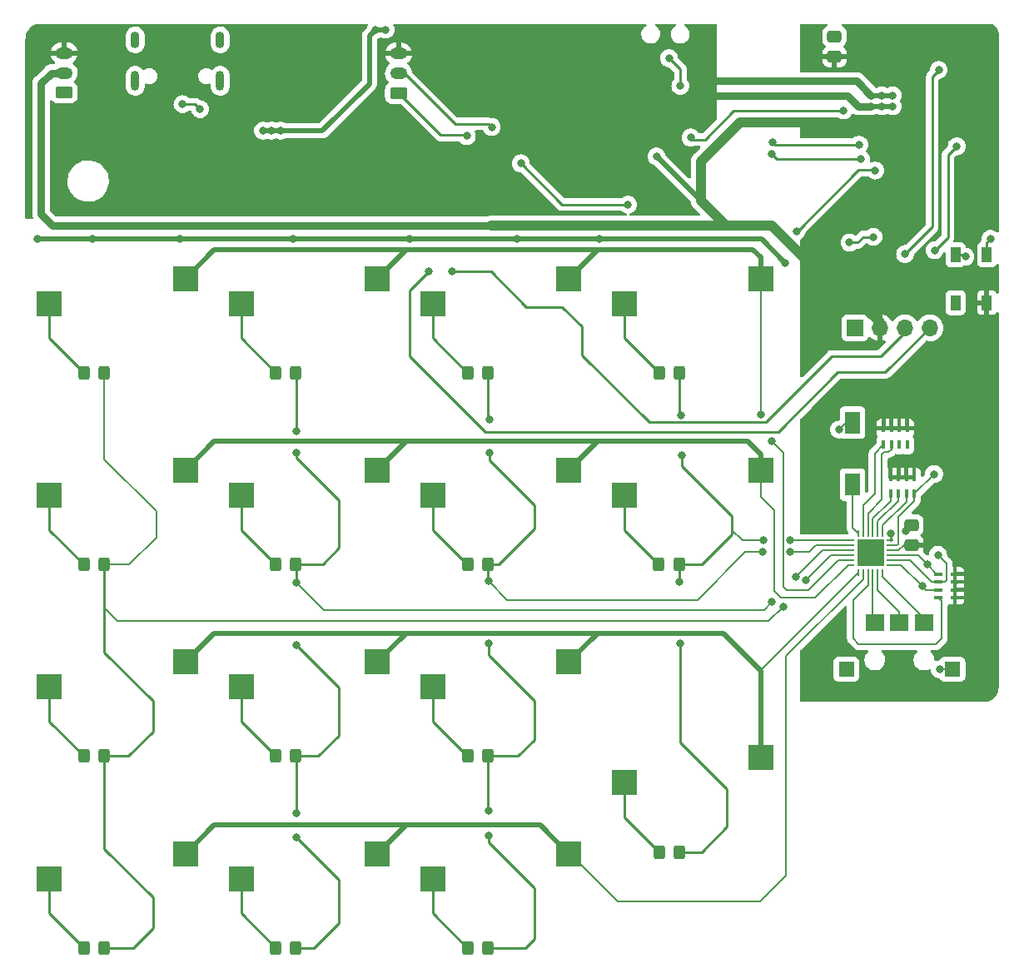
<source format=gbr>
%TF.GenerationSoftware,KiCad,Pcbnew,(6.0.7)*%
%TF.CreationDate,2022-10-16T13:30:07+08:00*%
%TF.ProjectId,numpad-test,6e756d70-6164-42d7-9465-73742e6b6963,rev?*%
%TF.SameCoordinates,Original*%
%TF.FileFunction,Copper,L2,Bot*%
%TF.FilePolarity,Positive*%
%FSLAX46Y46*%
G04 Gerber Fmt 4.6, Leading zero omitted, Abs format (unit mm)*
G04 Created by KiCad (PCBNEW (6.0.7)) date 2022-10-16 13:30:07*
%MOMM*%
%LPD*%
G01*
G04 APERTURE LIST*
G04 Aperture macros list*
%AMRoundRect*
0 Rectangle with rounded corners*
0 $1 Rounding radius*
0 $2 $3 $4 $5 $6 $7 $8 $9 X,Y pos of 4 corners*
0 Add a 4 corners polygon primitive as box body*
4,1,4,$2,$3,$4,$5,$6,$7,$8,$9,$2,$3,0*
0 Add four circle primitives for the rounded corners*
1,1,$1+$1,$2,$3*
1,1,$1+$1,$4,$5*
1,1,$1+$1,$6,$7*
1,1,$1+$1,$8,$9*
0 Add four rect primitives between the rounded corners*
20,1,$1+$1,$2,$3,$4,$5,0*
20,1,$1+$1,$4,$5,$6,$7,0*
20,1,$1+$1,$6,$7,$8,$9,0*
20,1,$1+$1,$8,$9,$2,$3,0*%
G04 Aperture macros list end*
%TA.AperFunction,SMDPad,CuDef*%
%ADD10R,2.550000X2.500000*%
%TD*%
%TA.AperFunction,ComponentPad*%
%ADD11RoundRect,0.250000X0.625000X-0.350000X0.625000X0.350000X-0.625000X0.350000X-0.625000X-0.350000X0*%
%TD*%
%TA.AperFunction,ComponentPad*%
%ADD12O,1.750000X1.200000*%
%TD*%
%TA.AperFunction,ComponentPad*%
%ADD13R,1.700000X1.700000*%
%TD*%
%TA.AperFunction,ComponentPad*%
%ADD14O,1.700000X1.700000*%
%TD*%
%TA.AperFunction,ComponentPad*%
%ADD15O,0.900000X2.000000*%
%TD*%
%TA.AperFunction,ComponentPad*%
%ADD16O,0.900000X1.700000*%
%TD*%
%TA.AperFunction,SMDPad,CuDef*%
%ADD17R,1.899920X1.798320*%
%TD*%
%TA.AperFunction,SMDPad,CuDef*%
%ADD18R,1.597660X1.498600*%
%TD*%
%TA.AperFunction,SMDPad,CuDef*%
%ADD19RoundRect,0.250000X0.325000X0.450000X-0.325000X0.450000X-0.325000X-0.450000X0.325000X-0.450000X0*%
%TD*%
%TA.AperFunction,SMDPad,CuDef*%
%ADD20R,1.597660X2.298700*%
%TD*%
%TA.AperFunction,SMDPad,CuDef*%
%ADD21R,0.250000X0.700000*%
%TD*%
%TA.AperFunction,SMDPad,CuDef*%
%ADD22R,0.700000X0.250000*%
%TD*%
%TA.AperFunction,SMDPad,CuDef*%
%ADD23R,2.750000X2.750000*%
%TD*%
%TA.AperFunction,SMDPad,CuDef*%
%ADD24R,0.400000X0.900000*%
%TD*%
%TA.AperFunction,SMDPad,CuDef*%
%ADD25R,1.000000X1.500000*%
%TD*%
%TA.AperFunction,SMDPad,CuDef*%
%ADD26R,0.900000X0.400000*%
%TD*%
%TA.AperFunction,SMDPad,CuDef*%
%ADD27RoundRect,0.250000X0.475000X-0.337500X0.475000X0.337500X-0.475000X0.337500X-0.475000X-0.337500X0*%
%TD*%
%TA.AperFunction,ViaPad*%
%ADD28C,0.800000*%
%TD*%
%TA.AperFunction,Conductor*%
%ADD29C,0.254000*%
%TD*%
%TA.AperFunction,Conductor*%
%ADD30C,0.508000*%
%TD*%
%TA.AperFunction,Conductor*%
%ADD31C,0.200000*%
%TD*%
%TA.AperFunction,Conductor*%
%ADD32C,1.016000*%
%TD*%
%TA.AperFunction,Conductor*%
%ADD33C,0.762000*%
%TD*%
G04 APERTURE END LIST*
D10*
%TO.P,SW16,1,1*%
%TO.N,ROW0*%
X121790000Y-60920000D03*
%TO.P,SW16,2,2*%
%TO.N,Net-(D17-Pad2)*%
X107940000Y-63460000D03*
%TD*%
%TO.P,SW12,1,1*%
%TO.N,ROW0*%
X102290000Y-60920000D03*
%TO.P,SW12,2,2*%
%TO.N,Net-(D13-Pad2)*%
X88440000Y-63460000D03*
%TD*%
D11*
%TO.P,J1,1,Pin_1*%
%TO.N,LDO_IN+*%
X50950000Y-42000000D03*
D12*
%TO.P,J1,2,Pin_2*%
%TO.N,+3.3V*%
X50950000Y-40000000D03*
%TO.P,J1,3,Pin_3*%
%TO.N,GND*%
X50950000Y-38000000D03*
%TD*%
D10*
%TO.P,SW10,1,1*%
%TO.N,ROW2*%
X82790000Y-99920000D03*
%TO.P,SW10,2,2*%
%TO.N,Net-(D11-Pad2)*%
X68940000Y-102460000D03*
%TD*%
D13*
%TO.P,J3,1,Pin_1*%
%TO.N,GND*%
X131380000Y-65935000D03*
D14*
%TO.P,J3,2,Pin_2*%
%TO.N,+3.3V*%
X133920000Y-65935000D03*
%TO.P,J3,3,Pin_3*%
%TO.N,I2C_SCL*%
X136460000Y-65935000D03*
%TO.P,J3,4,Pin_4*%
%TO.N,I2C_SDA*%
X139000000Y-65935000D03*
%TD*%
D11*
%TO.P,J2,1,Pin_1*%
%TO.N,TXD*%
X84963000Y-42037000D03*
D12*
%TO.P,J2,2,Pin_2*%
%TO.N,RXD*%
X84963000Y-40037000D03*
%TO.P,J2,3,Pin_3*%
%TO.N,GND*%
X84963000Y-38037000D03*
%TD*%
D10*
%TO.P,SW5,1,1*%
%TO.N,ROW1*%
X63290000Y-80420000D03*
%TO.P,SW5,2,2*%
%TO.N,Net-(D6-Pad2)*%
X49440000Y-82960000D03*
%TD*%
%TO.P,SW4,1,1*%
%TO.N,ROW0*%
X63290000Y-60920000D03*
%TO.P,SW4,2,2*%
%TO.N,Net-(D5-Pad2)*%
X49440000Y-63460000D03*
%TD*%
%TO.P,SW15,1,1*%
%TO.N,ROW3*%
X102290000Y-119420000D03*
%TO.P,SW15,2,2*%
%TO.N,Net-(D16-Pad2)*%
X88440000Y-121960000D03*
%TD*%
%TO.P,SW11,1,1*%
%TO.N,ROW3*%
X82790000Y-119420000D03*
%TO.P,SW11,2,2*%
%TO.N,Net-(D12-Pad2)*%
X68940000Y-121960000D03*
%TD*%
D15*
%TO.P,J4,S1,SHIELD*%
%TO.N,Net-(C6-Pad2)*%
X58180000Y-40805000D03*
D16*
X58180000Y-36635000D03*
D15*
X66820000Y-40805000D03*
D16*
X66820000Y-36635000D03*
%TD*%
D10*
%TO.P,SW13,1,1*%
%TO.N,ROW1*%
X102290000Y-80420000D03*
%TO.P,SW13,2,2*%
%TO.N,Net-(D14-Pad2)*%
X88440000Y-82960000D03*
%TD*%
%TO.P,SW8,1,1*%
%TO.N,ROW0*%
X82790000Y-60920000D03*
%TO.P,SW8,2,2*%
%TO.N,Net-(D9-Pad2)*%
X68940000Y-63460000D03*
%TD*%
%TO.P,SW7,1,1*%
%TO.N,ROW3*%
X63290000Y-119420000D03*
%TO.P,SW7,2,2*%
%TO.N,Net-(D8-Pad2)*%
X49440000Y-121960000D03*
%TD*%
%TO.P,SW9,1,1*%
%TO.N,ROW1*%
X82790000Y-80420000D03*
%TO.P,SW9,2,2*%
%TO.N,Net-(D10-Pad2)*%
X68940000Y-82960000D03*
%TD*%
%TO.P,SW14,1,1*%
%TO.N,ROW2*%
X102290000Y-99920000D03*
%TO.P,SW14,2,2*%
%TO.N,Net-(D15-Pad2)*%
X88440000Y-102460000D03*
%TD*%
%TO.P,SW6,1,1*%
%TO.N,ROW2*%
X63290000Y-99920000D03*
%TO.P,SW6,2,2*%
%TO.N,Net-(D7-Pad2)*%
X49440000Y-102460000D03*
%TD*%
%TO.P,SW17,1,1*%
%TO.N,ROW1*%
X121790000Y-80420000D03*
%TO.P,SW17,2,2*%
%TO.N,Net-(D18-Pad2)*%
X107940000Y-82960000D03*
%TD*%
%TO.P,SW18,2,2*%
%TO.N,Net-(D19-Pad2)*%
X107940000Y-112210000D03*
%TO.P,SW18,1,1*%
%TO.N,ROW2*%
X121790000Y-109670000D03*
%TD*%
D17*
%TO.P,S1,1,1*%
%TO.N,BTN1*%
X133400640Y-95925160D03*
%TO.P,S1,2,2*%
%TO.N,BTN2*%
X138399360Y-95925160D03*
D18*
%TO.P,S1,C,C*%
%TO.N,GND*%
X141297500Y-100674960D03*
%TO.P,S1,NC*%
%TO.N,N/C*%
X130502500Y-100674960D03*
D17*
%TO.P,S1,T,T*%
%TO.N,BTNT*%
X135900000Y-95925160D03*
%TD*%
D19*
%TO.P,D11,1,K*%
%TO.N,COL1*%
X74525000Y-109500000D03*
%TO.P,D11,2,A*%
%TO.N,Net-(D11-Pad2)*%
X72475000Y-109500000D03*
%TD*%
%TO.P,D19,1,K*%
%TO.N,COL3*%
X113525000Y-119250000D03*
%TO.P,D19,2,A*%
%TO.N,Net-(D19-Pad2)*%
X111475000Y-119250000D03*
%TD*%
%TO.P,D10,1,K*%
%TO.N,COL1*%
X74525000Y-90000000D03*
%TO.P,D10,2,A*%
%TO.N,Net-(D10-Pad2)*%
X72475000Y-90000000D03*
%TD*%
D20*
%TO.P,SW20,1,1*%
%TO.N,SW_UP*%
X131125000Y-81875000D03*
%TO.P,SW20,2,2*%
%TO.N,GND*%
X131125000Y-75575800D03*
%TD*%
D19*
%TO.P,D5,1,K*%
%TO.N,COL0*%
X55025000Y-70500000D03*
%TO.P,D5,2,A*%
%TO.N,Net-(D5-Pad2)*%
X52975000Y-70500000D03*
%TD*%
%TO.P,D7,1,K*%
%TO.N,COL0*%
X55025000Y-109500000D03*
%TO.P,D7,2,A*%
%TO.N,Net-(D7-Pad2)*%
X52975000Y-109500000D03*
%TD*%
%TO.P,D18,1,K*%
%TO.N,COL3*%
X113475000Y-90000000D03*
%TO.P,D18,2,A*%
%TO.N,Net-(D18-Pad2)*%
X111425000Y-90000000D03*
%TD*%
%TO.P,D13,1,K*%
%TO.N,COL2*%
X94025000Y-70500000D03*
%TO.P,D13,2,A*%
%TO.N,Net-(D13-Pad2)*%
X91975000Y-70500000D03*
%TD*%
D21*
%TO.P,U1,1,ROW7*%
%TO.N,BTN2*%
X134200000Y-90800000D03*
%TO.P,U1,2,ROW6*%
%TO.N,BTNT*%
X133700000Y-90800000D03*
%TO.P,U1,3,ROW5*%
%TO.N,BTN1*%
X133200000Y-90800000D03*
%TO.P,U1,4,ROW4*%
%TO.N,ROW4_NC*%
X132700000Y-90800000D03*
%TO.P,U1,5,ROW3*%
%TO.N,ROW3*%
X132200000Y-90800000D03*
%TO.P,U1,6,ROW2*%
%TO.N,ROW2*%
X131700000Y-90800000D03*
D22*
%TO.P,U1,7,ROW1*%
%TO.N,ROW1*%
X130975000Y-90075000D03*
%TO.P,U1,8,ROW0*%
%TO.N,ROW0*%
X130975000Y-89575000D03*
%TO.P,U1,9,COL0*%
%TO.N,COL0*%
X130975000Y-89075000D03*
%TO.P,U1,10,COL1*%
%TO.N,COL1*%
X130975000Y-88575000D03*
%TO.P,U1,11,COL2*%
%TO.N,COL2*%
X130975000Y-88075000D03*
%TO.P,U1,12,COL3*%
%TO.N,COL3*%
X130975000Y-87575000D03*
D21*
%TO.P,U1,13,COL4*%
%TO.N,SW_UP*%
X131700000Y-86850000D03*
%TO.P,U1,14,COL5*%
%TO.N,COL5_NC*%
X132200000Y-86850000D03*
%TO.P,U1,15,COL6*%
%TO.N,COL6_NC*%
X132700000Y-86850000D03*
%TO.P,U1,16,COL7*%
%TO.N,COL7_NC*%
X133200000Y-86850000D03*
%TO.P,U1,17,COL8*%
%TO.N,COL8_NC*%
X133700000Y-86850000D03*
%TO.P,U1,18,COL9*%
%TO.N,COL9_NC*%
X134200000Y-86850000D03*
D22*
%TO.P,U1,19,GND*%
%TO.N,GND*%
X134925000Y-87575000D03*
%TO.P,U1,20,RESET*%
%TO.N,KEY_RST*%
X134925000Y-88075000D03*
%TO.P,U1,21,VCC*%
%TO.N,+3.3V*%
X134925000Y-88575000D03*
%TO.P,U1,22,SDA*%
%TO.N,I2C_SDA*%
X134925000Y-89075000D03*
%TO.P,U1,23,SCL*%
%TO.N,I2C_SCL*%
X134925000Y-89575000D03*
%TO.P,U1,24,INT*%
%TO.N,KEY_INT*%
X134925000Y-90075000D03*
D23*
%TO.P,U1,25*%
%TO.N,N/C*%
X132950000Y-88825000D03*
%TD*%
D19*
%TO.P,D9,1,K*%
%TO.N,COL1*%
X74525000Y-70500000D03*
%TO.P,D9,2,A*%
%TO.N,Net-(D9-Pad2)*%
X72475000Y-70500000D03*
%TD*%
%TO.P,D12,1,K*%
%TO.N,COL1*%
X74525000Y-129000000D03*
%TO.P,D12,2,A*%
%TO.N,Net-(D12-Pad2)*%
X72475000Y-129000000D03*
%TD*%
D24*
%TO.P,RN3,1,R1.1*%
%TO.N,+3.3V*%
X134275000Y-76125000D03*
%TO.P,RN3,2,R2.1*%
X135075000Y-76125000D03*
%TO.P,RN3,3,R3.1*%
X135875000Y-76125000D03*
%TO.P,RN3,4,R4.1*%
X136675000Y-76125000D03*
%TO.P,RN3,5,R4.2*%
%TO.N,unconnected-(RN3-Pad5)*%
X136675000Y-77825000D03*
%TO.P,RN3,6,R3.2*%
%TO.N,unconnected-(RN3-Pad6)*%
X135875000Y-77825000D03*
%TO.P,RN3,7,R2.2*%
%TO.N,COL6_NC*%
X135075000Y-77825000D03*
%TO.P,RN3,8,R1.2*%
%TO.N,COL5_NC*%
X134275000Y-77825000D03*
%TD*%
D19*
%TO.P,D15,1,K*%
%TO.N,COL2*%
X94025000Y-109500000D03*
%TO.P,D15,2,A*%
%TO.N,Net-(D15-Pad2)*%
X91975000Y-109500000D03*
%TD*%
%TO.P,D8,1,K*%
%TO.N,COL0*%
X55025000Y-129000000D03*
%TO.P,D8,2,A*%
%TO.N,Net-(D8-Pad2)*%
X52975000Y-129000000D03*
%TD*%
D25*
%TO.P,D1,1,VDD*%
%TO.N,+3.3V*%
X144800000Y-63375000D03*
%TO.P,D1,2,DOUT*%
%TO.N,unconnected-(D1-Pad2)*%
X141600000Y-63375000D03*
%TO.P,D1,3,VSS*%
%TO.N,GND*%
X141600000Y-58475000D03*
%TO.P,D1,4,DIN*%
%TO.N,LED_WS*%
X144800000Y-58475000D03*
%TD*%
D26*
%TO.P,RN1,1,R1.1*%
%TO.N,+3.3V*%
X141550000Y-90975000D03*
%TO.P,RN1,2,R2.1*%
X141550000Y-91775000D03*
%TO.P,RN1,3,R3.1*%
X141550000Y-92575000D03*
%TO.P,RN1,4,R4.1*%
X141550000Y-93375000D03*
%TO.P,RN1,5,R4.2*%
%TO.N,ROW4_NC*%
X139850000Y-93375000D03*
%TO.P,RN1,6,R3.2*%
%TO.N,KEY_INT*%
X139850000Y-92575000D03*
%TO.P,RN1,7,R2.2*%
%TO.N,I2C_SCL*%
X139850000Y-91775000D03*
%TO.P,RN1,8,R1.2*%
%TO.N,I2C_SDA*%
X139850000Y-90975000D03*
%TD*%
D24*
%TO.P,RN2,1,R1.1*%
%TO.N,+3.3V*%
X135000000Y-81125000D03*
%TO.P,RN2,2,R2.1*%
X135800000Y-81125000D03*
%TO.P,RN2,3,R3.1*%
X136600000Y-81125000D03*
%TO.P,RN2,4,R4.1*%
X137400000Y-81125000D03*
%TO.P,RN2,5,R4.2*%
%TO.N,KEY_RST*%
X137400000Y-82825000D03*
%TO.P,RN2,6,R3.2*%
%TO.N,COL9_NC*%
X136600000Y-82825000D03*
%TO.P,RN2,7,R2.2*%
%TO.N,COL8_NC*%
X135800000Y-82825000D03*
%TO.P,RN2,8,R1.2*%
%TO.N,COL7_NC*%
X135000000Y-82825000D03*
%TD*%
D19*
%TO.P,D6,1,K*%
%TO.N,COL0*%
X55025000Y-90000000D03*
%TO.P,D6,2,A*%
%TO.N,Net-(D6-Pad2)*%
X52975000Y-90000000D03*
%TD*%
D27*
%TO.P,C10,1*%
%TO.N,+3.3V*%
X137125000Y-88050000D03*
%TO.P,C10,2*%
%TO.N,GND*%
X137125000Y-85975000D03*
%TD*%
D19*
%TO.P,D17,1,K*%
%TO.N,COL3*%
X113525000Y-70500000D03*
%TO.P,D17,2,A*%
%TO.N,Net-(D17-Pad2)*%
X111475000Y-70500000D03*
%TD*%
%TO.P,D14,1,K*%
%TO.N,COL2*%
X94025000Y-90000000D03*
%TO.P,D14,2,A*%
%TO.N,Net-(D14-Pad2)*%
X91975000Y-90000000D03*
%TD*%
%TO.P,D16,1,K*%
%TO.N,COL2*%
X94025000Y-129000000D03*
%TO.P,D16,2,A*%
%TO.N,Net-(D16-Pad2)*%
X91975000Y-129000000D03*
%TD*%
D27*
%TO.P,C4,1*%
%TO.N,+3.3V*%
X129286000Y-38354000D03*
%TO.P,C4,2*%
%TO.N,GND*%
X129286000Y-36279000D03*
%TD*%
D28*
%TO.N,GND*%
X51800000Y-46400000D03*
X93600000Y-39100000D03*
X83600000Y-53600000D03*
X86100000Y-52400000D03*
%TO.N,COL3*%
X113600000Y-98000000D03*
%TO.N,+3.3V*%
X119900000Y-44975000D03*
X111200000Y-48500000D03*
X129286000Y-38354000D03*
X94400000Y-55550000D03*
X121650000Y-44975000D03*
X120775000Y-44975000D03*
%TO.N,ROW0*%
X122875000Y-77450000D03*
X121790000Y-74710000D03*
%TO.N,COL0*%
X126400000Y-91625000D03*
X124075000Y-94300000D03*
%TO.N,GND*%
X134100000Y-42300000D03*
X53848000Y-56896000D03*
X135200000Y-43400000D03*
X136550000Y-86625000D03*
X66600000Y-54200000D03*
X129286000Y-36322000D03*
X107200000Y-51900000D03*
X112200000Y-43100000D03*
X74204000Y-56896000D03*
X67570000Y-48350000D03*
X110600000Y-41200000D03*
X124300000Y-59300000D03*
X58300000Y-54000000D03*
X57600000Y-45400000D03*
X91800000Y-37000000D03*
X108100000Y-43400000D03*
X75500000Y-38700000D03*
X86630000Y-49360000D03*
X77200000Y-39950000D03*
X86106000Y-56896000D03*
X67870000Y-42370000D03*
X58800000Y-45400000D03*
X133000000Y-43400000D03*
X97028000Y-56896000D03*
X86650000Y-47080000D03*
X100940000Y-47120000D03*
X48260000Y-56896000D03*
X58000000Y-51100000D03*
X65410000Y-48730000D03*
X135025000Y-86900000D03*
X134100000Y-43400000D03*
X102300000Y-50700000D03*
X140000000Y-100675000D03*
X75950000Y-39950000D03*
X68910000Y-42370000D03*
X73600000Y-48400000D03*
X62738000Y-56896000D03*
X94200000Y-47500000D03*
X76650000Y-38700000D03*
X133000000Y-42300000D03*
X129750000Y-76275000D03*
X142600000Y-58700000D03*
X135200000Y-42300000D03*
X105410000Y-56896000D03*
%TO.N,COL3*%
X124778500Y-87575000D03*
X113792000Y-78867000D03*
X122050000Y-87575000D03*
X113500000Y-91800000D03*
X113700000Y-74800000D03*
%TO.N,COL2*%
X124800000Y-88750000D03*
X94107000Y-91694000D03*
X122025000Y-88750000D03*
X94107000Y-115062000D03*
X94234000Y-78613000D03*
X94107000Y-117602000D03*
X94107000Y-98044000D03*
X94225000Y-75275000D03*
%TO.N,COL1*%
X74549000Y-98171000D03*
X74549000Y-115316000D03*
X74549000Y-117729000D03*
X74550000Y-76454000D03*
X122900000Y-93825000D03*
X74549000Y-91821000D03*
X125400000Y-91275000D03*
X74550000Y-78613000D03*
%TO.N,RST*%
X97400000Y-49200000D03*
X108300000Y-53400000D03*
%TO.N,LED_WS*%
X145162500Y-56887500D03*
%TO.N,LDO_IN+*%
X72971500Y-45868500D03*
X83630000Y-35600000D03*
X82620000Y-35600000D03*
X71181500Y-45868500D03*
X72051500Y-45868500D03*
%TO.N,RXD*%
X132000000Y-48800000D03*
X122875000Y-48275000D03*
X94425000Y-45500000D03*
%TO.N,TXD*%
X91900000Y-46425000D03*
X131800000Y-47300000D03*
X123000000Y-47025000D03*
%TO.N,I2C_SCL*%
X139900000Y-39700000D03*
X90400000Y-60200000D03*
X136475000Y-58425000D03*
X139825000Y-89025000D03*
%TO.N,I2C_SDA*%
X138725000Y-90000000D03*
X141725000Y-47475000D03*
X88000000Y-60200000D03*
X139475000Y-58050000D03*
%TO.N,Net-(J4-PadB5)*%
X64770000Y-43688000D03*
X62992000Y-43180000D03*
%TO.N,LED_BLUE*%
X125425000Y-56125000D03*
X133425000Y-49925000D03*
%TO.N,IO0*%
X114675000Y-46575000D03*
X130225000Y-43825000D03*
%TO.N,Net-(SW1-Pad2)*%
X112475000Y-38500000D03*
X113620000Y-41320000D03*
%TO.N,KEY_RST*%
X139419622Y-80805378D03*
%TO.N,KEY_INT*%
X133250000Y-56675500D03*
X130820000Y-57250000D03*
X138200000Y-92225000D03*
%TD*%
D29*
%TO.N,COL3*%
X118364000Y-116684000D02*
X115798000Y-119250000D01*
X115798000Y-119250000D02*
X113550000Y-119250000D01*
X118364000Y-112874000D02*
X118364000Y-116684000D01*
X113600000Y-98000000D02*
X113600000Y-108110000D01*
X113600000Y-108110000D02*
X118364000Y-112874000D01*
X115779882Y-90000000D02*
X118872000Y-86907882D01*
X118872000Y-86907882D02*
X118872000Y-86487000D01*
X113500000Y-90000000D02*
X115779882Y-90000000D01*
X113500000Y-91800000D02*
X113500000Y-90000000D01*
D30*
%TO.N,ROW2*%
X118000000Y-97000000D02*
X105500000Y-97000000D01*
X121790000Y-100790000D02*
X118000000Y-97000000D01*
X121790000Y-109670000D02*
X121790000Y-100790000D01*
%TO.N,ROW3*%
X99370000Y-116500000D02*
X86000000Y-116500000D01*
X102290000Y-119420000D02*
X99370000Y-116500000D01*
D31*
X102420000Y-119420000D02*
X102290000Y-119420000D01*
X121750000Y-124250000D02*
X107250000Y-124250000D01*
X124350000Y-121650000D02*
X121750000Y-124250000D01*
X107250000Y-124250000D02*
X102420000Y-119420000D01*
X124350000Y-99325000D02*
X124350000Y-121650000D01*
X132200000Y-91475000D02*
X124350000Y-99325000D01*
X132200000Y-90800000D02*
X132200000Y-91475000D01*
%TO.N,ROW2*%
X131700000Y-90800000D02*
X121790000Y-100710000D01*
X121790000Y-100710000D02*
X121790000Y-109670000D01*
D32*
%TO.N,+3.3V*%
X129075000Y-45025000D02*
X119675000Y-45025000D01*
D33*
X49750000Y-55500000D02*
X48600000Y-54350000D01*
D32*
X119675000Y-45025000D02*
X115700000Y-49000000D01*
D33*
X48600000Y-54350000D02*
X48600000Y-41050000D01*
D32*
X94400000Y-55550000D02*
X122925000Y-55550000D01*
X129600000Y-45550000D02*
X129075000Y-45025000D01*
X127886000Y-59325000D02*
X133920000Y-65359000D01*
D33*
X48600000Y-41050000D02*
X49650000Y-40000000D01*
D32*
X115700000Y-49000000D02*
X115700000Y-53000000D01*
X126700000Y-59325000D02*
X127886000Y-59325000D01*
X118250000Y-55550000D02*
X115700000Y-53000000D01*
X122925000Y-55550000D02*
X126700000Y-59325000D01*
D33*
X94400000Y-55550000D02*
X94350000Y-55500000D01*
X94350000Y-55500000D02*
X49750000Y-55500000D01*
D31*
X134925000Y-88575000D02*
X135825000Y-88575000D01*
D32*
X119850000Y-55550000D02*
X118250000Y-55550000D01*
X133920000Y-65359000D02*
X133920000Y-65935000D01*
D31*
X135825000Y-88575000D02*
X136350000Y-88050000D01*
D30*
X111200000Y-48500000D02*
X115700000Y-53000000D01*
D31*
X136350000Y-88050000D02*
X137125000Y-88050000D01*
D33*
X49650000Y-40000000D02*
X50950000Y-40000000D01*
D30*
%TO.N,ROW0*%
X85710000Y-58000000D02*
X66210000Y-58000000D01*
D31*
X124079000Y-92279000D02*
X124425000Y-92625000D01*
D30*
X121790000Y-58790000D02*
X121000000Y-58000000D01*
D31*
X126675000Y-92625000D02*
X129725000Y-89575000D01*
X124425000Y-92625000D02*
X126675000Y-92625000D01*
D30*
X121000000Y-58000000D02*
X105210000Y-58000000D01*
X105210000Y-58000000D02*
X102290000Y-60920000D01*
D31*
X122875000Y-77450000D02*
X124079000Y-78654000D01*
X121790000Y-60920000D02*
X121790000Y-74710000D01*
D30*
X105210000Y-58000000D02*
X85710000Y-58000000D01*
D31*
X129725000Y-89575000D02*
X130975000Y-89575000D01*
D30*
X85710000Y-58000000D02*
X82790000Y-60920000D01*
D31*
X124079000Y-78654000D02*
X124079000Y-92279000D01*
D30*
X121790000Y-60920000D02*
X121790000Y-58790000D01*
X66210000Y-58000000D02*
X63290000Y-60920000D01*
D31*
%TO.N,COL0*%
X122617000Y-95758000D02*
X56379000Y-95758000D01*
D29*
X60000000Y-123900000D02*
X60000000Y-127000000D01*
X60000000Y-107000000D02*
X57500000Y-109500000D01*
X58000000Y-129000000D02*
X55050000Y-129000000D01*
X55050000Y-109500000D02*
X55050000Y-118950000D01*
X55050000Y-118950000D02*
X60000000Y-123900000D01*
D31*
X60325000Y-84582000D02*
X60325000Y-87249000D01*
X55050000Y-79307000D02*
X60325000Y-84582000D01*
D29*
X57500000Y-109500000D02*
X55050000Y-109500000D01*
X60000000Y-127000000D02*
X58000000Y-129000000D01*
D31*
X60325000Y-87249000D02*
X57574000Y-90000000D01*
X56379000Y-95758000D02*
X55050000Y-94429000D01*
D29*
X55050000Y-98934002D02*
X60000000Y-103884002D01*
D31*
X126400000Y-91625000D02*
X128950000Y-89075000D01*
X124075000Y-94300000D02*
X122617000Y-95758000D01*
D29*
X55050000Y-94429000D02*
X55050000Y-98934002D01*
D31*
X57574000Y-90000000D02*
X55050000Y-90000000D01*
D29*
X60000000Y-103884002D02*
X60000000Y-107000000D01*
D31*
X128950000Y-89075000D02*
X130975000Y-89075000D01*
X55050000Y-70500000D02*
X55050000Y-79307000D01*
D29*
X55050000Y-90000000D02*
X55050000Y-94429000D01*
D31*
%TO.N,GND*%
X140000000Y-100675000D02*
X140000040Y-100674960D01*
D30*
X97028000Y-56896000D02*
X105410000Y-56896000D01*
D31*
X130449200Y-75575800D02*
X129750000Y-76275000D01*
D30*
X53848000Y-56896000D02*
X62738000Y-56896000D01*
X62738000Y-56896000D02*
X70358000Y-56896000D01*
X133000000Y-42300000D02*
X134100000Y-42300000D01*
D33*
X130590000Y-42290000D02*
X115870000Y-42290000D01*
D29*
X135025000Y-87475000D02*
X134925000Y-87575000D01*
X142375000Y-58475000D02*
X142600000Y-58700000D01*
D30*
X121896000Y-56896000D02*
X124300000Y-59300000D01*
D31*
X140000040Y-100674960D02*
X141297500Y-100674960D01*
D33*
X115800000Y-40830000D02*
X115790000Y-40840000D01*
D29*
X141600000Y-58475000D02*
X142375000Y-58475000D01*
D30*
X48260000Y-56896000D02*
X53848000Y-56896000D01*
D33*
X133000000Y-43400000D02*
X131700000Y-43400000D01*
X133000000Y-42300000D02*
X131530000Y-40830000D01*
D30*
X134100000Y-43400000D02*
X135200000Y-43400000D01*
X86106000Y-56896000D02*
X97028000Y-56896000D01*
D31*
X137125000Y-86050000D02*
X137125000Y-85975000D01*
D33*
X131700000Y-43400000D02*
X130590000Y-42290000D01*
X131530000Y-40830000D02*
X115800000Y-40830000D01*
D30*
X133000000Y-43400000D02*
X134100000Y-43400000D01*
D31*
X136550000Y-86625000D02*
X137125000Y-86050000D01*
D29*
X135025000Y-86900000D02*
X135025000Y-87475000D01*
D30*
X70358000Y-56896000D02*
X74204000Y-56896000D01*
D31*
X131125000Y-75575800D02*
X130449200Y-75575800D01*
D30*
X105410000Y-56896000D02*
X121896000Y-56896000D01*
X134100000Y-42300000D02*
X135200000Y-42300000D01*
X74204000Y-56896000D02*
X86106000Y-56896000D01*
D31*
%TO.N,COL3*%
X119960000Y-87575000D02*
X118872000Y-86487000D01*
D29*
X113700000Y-74800000D02*
X113550000Y-74650000D01*
D31*
X124778500Y-87575000D02*
X130975000Y-87575000D01*
D29*
X118872000Y-85090000D02*
X118872000Y-86487000D01*
X113550000Y-74650000D02*
X113550000Y-70500000D01*
X113792000Y-78867000D02*
X113792000Y-80010000D01*
X113792000Y-80010000D02*
X118872000Y-85090000D01*
D31*
X122050000Y-87575000D02*
X119960000Y-87575000D01*
%TO.N,COL2*%
X127425000Y-88075000D02*
X130975000Y-88075000D01*
D29*
X94050000Y-115005000D02*
X94107000Y-115062000D01*
X94050000Y-91637000D02*
X94050000Y-90000000D01*
X94050000Y-109500000D02*
X94050000Y-115005000D01*
X98806000Y-103886000D02*
X98806000Y-107823000D01*
X98806000Y-86341882D02*
X95147882Y-90000000D01*
X94050000Y-75100000D02*
X94050000Y-70500000D01*
X95147882Y-90000000D02*
X94050000Y-90000000D01*
D31*
X124800000Y-88750000D02*
X126750000Y-88750000D01*
D29*
X94107000Y-99187000D02*
X98806000Y-103886000D01*
X94234000Y-78613000D02*
X94234000Y-79375000D01*
X94234000Y-79375000D02*
X98806000Y-83947000D01*
D31*
X96012000Y-93599000D02*
X94107000Y-91694000D01*
D29*
X94107000Y-118307000D02*
X98750000Y-122950000D01*
D31*
X126750000Y-88750000D02*
X127425000Y-88075000D01*
D29*
X98806000Y-107823000D02*
X97129000Y-109500000D01*
D31*
X120200000Y-88750000D02*
X115351000Y-93599000D01*
X122025000Y-88750000D02*
X120200000Y-88750000D01*
D29*
X97820038Y-129000000D02*
X94050000Y-129000000D01*
X94107000Y-91694000D02*
X94050000Y-91637000D01*
X94107000Y-117602000D02*
X94107000Y-118307000D01*
X97129000Y-109500000D02*
X94050000Y-109500000D01*
D31*
X115351000Y-93599000D02*
X96012000Y-93599000D01*
D29*
X94225000Y-75275000D02*
X94050000Y-75100000D01*
X98750000Y-128070038D02*
X97820038Y-129000000D01*
X94107000Y-98044000D02*
X94107000Y-99187000D01*
X98750000Y-122950000D02*
X98750000Y-128070038D01*
X98806000Y-83947000D02*
X98806000Y-86341882D01*
D31*
%TO.N,COL1*%
X125400000Y-91275000D02*
X128100000Y-88575000D01*
X122110000Y-94615000D02*
X77343000Y-94615000D01*
D29*
X74550000Y-91820000D02*
X74550000Y-90000000D01*
X78870901Y-102492901D02*
X74549000Y-98171000D01*
X76809000Y-109500000D02*
X78870901Y-107438099D01*
X78926802Y-83496802D02*
X78926802Y-88332198D01*
X76359000Y-129000000D02*
X74550000Y-129000000D01*
X78870901Y-107438099D02*
X78870901Y-102492901D01*
X74549000Y-117729000D02*
X78870901Y-122050901D01*
D31*
X122900000Y-93825000D02*
X122110000Y-94615000D01*
D29*
X74550000Y-79120000D02*
X78926802Y-83496802D01*
X74550000Y-115315000D02*
X74549000Y-115316000D01*
X74550000Y-78613000D02*
X74550000Y-79120000D01*
X78926802Y-88332198D02*
X77259000Y-90000000D01*
X74550000Y-109500000D02*
X74550000Y-115315000D01*
D31*
X128100000Y-88575000D02*
X130975000Y-88575000D01*
D29*
X74549000Y-91821000D02*
X74550000Y-91820000D01*
X74550000Y-109500000D02*
X76809000Y-109500000D01*
X74550000Y-70500000D02*
X74550000Y-76454000D01*
X78870901Y-126488099D02*
X76359000Y-129000000D01*
X78870901Y-122050901D02*
X78870901Y-126488099D01*
D31*
X77343000Y-94615000D02*
X74549000Y-91821000D01*
D29*
X77259000Y-90000000D02*
X74550000Y-90000000D01*
D30*
%TO.N,ROW3*%
X86000000Y-116500000D02*
X66210000Y-116500000D01*
X86000000Y-116500000D02*
X85710000Y-116500000D01*
X85710000Y-116500000D02*
X82790000Y-119420000D01*
X66210000Y-116500000D02*
X63290000Y-119420000D01*
%TO.N,ROW2*%
X85710000Y-97000000D02*
X82790000Y-99920000D01*
X86000000Y-97000000D02*
X66210000Y-97000000D01*
X105500000Y-97000000D02*
X105210000Y-97000000D01*
X105210000Y-97000000D02*
X102290000Y-99920000D01*
X105500000Y-97000000D02*
X86000000Y-97000000D01*
X66210000Y-97000000D02*
X63290000Y-99920000D01*
X86000000Y-97000000D02*
X85710000Y-97000000D01*
%TO.N,ROW1*%
X105210000Y-77500000D02*
X102290000Y-80420000D01*
D31*
X127350000Y-93400000D02*
X123875000Y-93400000D01*
X121790000Y-83165000D02*
X121790000Y-80420000D01*
D30*
X120500000Y-77500000D02*
X105500000Y-77500000D01*
X105500000Y-77500000D02*
X105210000Y-77500000D01*
X121790000Y-78790000D02*
X120500000Y-77500000D01*
X85710000Y-77500000D02*
X66210000Y-77500000D01*
X105500000Y-77500000D02*
X85710000Y-77500000D01*
D31*
X123150000Y-92675000D02*
X123150000Y-84525000D01*
X130675000Y-90075000D02*
X127350000Y-93400000D01*
X123875000Y-93400000D02*
X123150000Y-92675000D01*
D30*
X121790000Y-80420000D02*
X121790000Y-78790000D01*
X66210000Y-77500000D02*
X63290000Y-80420000D01*
D31*
X123150000Y-84525000D02*
X121790000Y-83165000D01*
D30*
X85710000Y-77500000D02*
X82790000Y-80420000D01*
D31*
X130975000Y-90075000D02*
X130675000Y-90075000D01*
D29*
%TO.N,RST*%
X101600000Y-53400000D02*
X97400000Y-49200000D01*
X108300000Y-53400000D02*
X101600000Y-53400000D01*
%TO.N,LED_WS*%
X144800000Y-57250000D02*
X145162500Y-56887500D01*
X144800000Y-58475000D02*
X144800000Y-57250000D01*
D30*
%TO.N,LDO_IN+*%
X71193000Y-45880000D02*
X77220000Y-45880000D01*
X82620000Y-35600000D02*
X83630000Y-35600000D01*
X82000000Y-36220000D02*
X82620000Y-35600000D01*
X71181500Y-45868500D02*
X71193000Y-45880000D01*
X77220000Y-45880000D02*
X82000000Y-41100000D01*
X82000000Y-41100000D02*
X82000000Y-36220000D01*
D29*
%TO.N,Net-(D5-Pad2)*%
X49440000Y-63460000D02*
X49440000Y-66990000D01*
X49440000Y-66990000D02*
X52950000Y-70500000D01*
%TO.N,Net-(D6-Pad2)*%
X49440000Y-86490000D02*
X52950000Y-90000000D01*
X49440000Y-82960000D02*
X49440000Y-86490000D01*
%TO.N,Net-(D7-Pad2)*%
X49440000Y-105990000D02*
X52950000Y-109500000D01*
X49440000Y-102460000D02*
X49440000Y-105990000D01*
%TO.N,Net-(D8-Pad2)*%
X49440000Y-125490000D02*
X52950000Y-129000000D01*
X49440000Y-121960000D02*
X49440000Y-125490000D01*
%TO.N,Net-(D9-Pad2)*%
X68940000Y-63460000D02*
X68940000Y-66990000D01*
X68940000Y-66990000D02*
X72450000Y-70500000D01*
%TO.N,Net-(D10-Pad2)*%
X68940000Y-82960000D02*
X68940000Y-86490000D01*
X68940000Y-86490000D02*
X72450000Y-90000000D01*
%TO.N,Net-(D11-Pad2)*%
X68940000Y-102460000D02*
X68940000Y-105990000D01*
X68940000Y-105990000D02*
X72450000Y-109500000D01*
%TO.N,Net-(D12-Pad2)*%
X68940000Y-125490000D02*
X72450000Y-129000000D01*
X68940000Y-121960000D02*
X68940000Y-125490000D01*
%TO.N,Net-(D13-Pad2)*%
X88440000Y-66990000D02*
X91950000Y-70500000D01*
X88440000Y-63460000D02*
X88440000Y-66990000D01*
%TO.N,Net-(D14-Pad2)*%
X88440000Y-86490000D02*
X91950000Y-90000000D01*
X88440000Y-82960000D02*
X88440000Y-86490000D01*
%TO.N,Net-(D15-Pad2)*%
X88440000Y-102460000D02*
X88440000Y-105990000D01*
X88440000Y-105990000D02*
X91950000Y-109500000D01*
%TO.N,Net-(D16-Pad2)*%
X88440000Y-121960000D02*
X88440000Y-125490000D01*
X88440000Y-125490000D02*
X91950000Y-129000000D01*
%TO.N,Net-(D17-Pad2)*%
X107940000Y-66990000D02*
X111450000Y-70500000D01*
X107940000Y-63460000D02*
X107940000Y-66990000D01*
%TO.N,Net-(D18-Pad2)*%
X107940000Y-86540000D02*
X111400000Y-90000000D01*
X107940000Y-82960000D02*
X107940000Y-86540000D01*
%TO.N,Net-(D19-Pad2)*%
X107940000Y-115740000D02*
X111450000Y-119250000D01*
X107940000Y-112210000D02*
X107940000Y-115740000D01*
%TO.N,RXD*%
X94425000Y-45500000D02*
X94125000Y-45200000D01*
X122875000Y-48275000D02*
X123400000Y-48800000D01*
X123400000Y-48800000D02*
X132000000Y-48800000D01*
X85537000Y-40037000D02*
X84963000Y-40037000D01*
X94125000Y-45200000D02*
X90700000Y-45200000D01*
X90700000Y-45200000D02*
X85537000Y-40037000D01*
%TO.N,TXD*%
X123275000Y-47300000D02*
X131800000Y-47300000D01*
X91900000Y-46425000D02*
X91801500Y-46326500D01*
X91801500Y-46326500D02*
X89252500Y-46326500D01*
X123000000Y-47025000D02*
X123275000Y-47300000D01*
X89252500Y-46326500D02*
X84963000Y-42037000D01*
%TO.N,I2C_SCL*%
X101600000Y-63800000D02*
X97970901Y-63800000D01*
D31*
X140500000Y-91775000D02*
X139850000Y-91775000D01*
X139159314Y-91775000D02*
X139850000Y-91775000D01*
D29*
X139250000Y-55650000D02*
X139250000Y-40350000D01*
X136475000Y-58425000D02*
X139250000Y-55650000D01*
D31*
X136959314Y-89575000D02*
X139159314Y-91775000D01*
D29*
X103600000Y-65800000D02*
X101600000Y-63800000D01*
D31*
X139825000Y-89025000D02*
X140675000Y-89875000D01*
X140675000Y-91600000D02*
X140500000Y-91775000D01*
D29*
X139250000Y-40350000D02*
X139900000Y-39700000D01*
D31*
X134925000Y-89575000D02*
X136959314Y-89575000D01*
D29*
X103600000Y-68700000D02*
X103600000Y-65800000D01*
X110427000Y-75527000D02*
X103600000Y-68700000D01*
X133975000Y-68825000D02*
X129025000Y-68825000D01*
D31*
X140675000Y-89875000D02*
X140675000Y-91600000D01*
D29*
X129025000Y-68825000D02*
X122323000Y-75527000D01*
X122323000Y-75527000D02*
X110427000Y-75527000D01*
X136460000Y-65935000D02*
X136460000Y-66340000D01*
X136460000Y-66340000D02*
X133975000Y-68825000D01*
X97970901Y-63800000D02*
X94370901Y-60200000D01*
X94370901Y-60200000D02*
X90400000Y-60200000D01*
%TO.N,I2C_SDA*%
X123600000Y-76500000D02*
X129625000Y-70475000D01*
D31*
X138725000Y-90000000D02*
X139700000Y-90975000D01*
D29*
X140825000Y-56700000D02*
X140825000Y-48375000D01*
X88000000Y-60200000D02*
X86100000Y-62100000D01*
X134460000Y-70475000D02*
X139000000Y-65935000D01*
D31*
X137800000Y-89075000D02*
X134925000Y-89075000D01*
D29*
X129625000Y-70475000D02*
X134460000Y-70475000D01*
X93800000Y-76500000D02*
X123600000Y-76500000D01*
D31*
X139700000Y-90975000D02*
X139850000Y-90975000D01*
X138725000Y-90000000D02*
X137800000Y-89075000D01*
D29*
X86100000Y-62100000D02*
X86100000Y-68800000D01*
X140825000Y-48375000D02*
X141725000Y-47475000D01*
X86100000Y-68800000D02*
X93800000Y-76500000D01*
X139475000Y-58050000D02*
X140825000Y-56700000D01*
%TO.N,Net-(J4-PadB5)*%
X64262000Y-43180000D02*
X64770000Y-43688000D01*
X62992000Y-43180000D02*
X64262000Y-43180000D01*
%TO.N,LED_BLUE*%
X131750000Y-49900000D02*
X133400000Y-49900000D01*
X133400000Y-49900000D02*
X133425000Y-49925000D01*
X125425000Y-56125000D02*
X125525000Y-56125000D01*
X125525000Y-56125000D02*
X131750000Y-49900000D01*
%TO.N,IO0*%
X119025000Y-43875000D02*
X130175000Y-43875000D01*
X116125000Y-46775000D02*
X119025000Y-43875000D01*
X114675000Y-46575000D02*
X114875000Y-46775000D01*
X130175000Y-43875000D02*
X130225000Y-43825000D01*
X114875000Y-46775000D02*
X116125000Y-46775000D01*
D31*
%TO.N,BTN1*%
X133200000Y-90800000D02*
X133200000Y-95724520D01*
X133200000Y-95724520D02*
X133400640Y-95925160D01*
%TO.N,BTN2*%
X138399360Y-95474360D02*
X138399360Y-95925160D01*
X134200000Y-90800000D02*
X134200000Y-91275000D01*
X134200000Y-91275000D02*
X138399360Y-95474360D01*
%TO.N,BTNT*%
X133700000Y-90800000D02*
X133700000Y-92625000D01*
X135900000Y-94825000D02*
X135900000Y-95925160D01*
X133700000Y-92625000D02*
X135900000Y-94825000D01*
D29*
%TO.N,Net-(SW1-Pad2)*%
X113620000Y-39645000D02*
X112475000Y-38500000D01*
X113620000Y-41320000D02*
X113620000Y-39645000D01*
D31*
%TO.N,KEY_RST*%
X139419622Y-80805378D02*
X137400000Y-82825000D01*
X134925000Y-88075000D02*
X135625000Y-88075000D01*
X137400000Y-83575000D02*
X137400000Y-82825000D01*
X135775000Y-87925000D02*
X135775000Y-85200000D01*
X135775000Y-85200000D02*
X137400000Y-83575000D01*
X135625000Y-88075000D02*
X135775000Y-87925000D01*
%TO.N,KEY_INT*%
X138200000Y-92225000D02*
X136050000Y-90075000D01*
D29*
X131660000Y-57250000D02*
X132234500Y-56675500D01*
D31*
X136050000Y-90075000D02*
X134925000Y-90075000D01*
X138200000Y-92225000D02*
X138550000Y-92575000D01*
D29*
X132234500Y-56675500D02*
X133250000Y-56675500D01*
D31*
X138550000Y-92575000D02*
X139850000Y-92575000D01*
D29*
X130820000Y-57250000D02*
X131660000Y-57250000D01*
D31*
%TO.N,SW_UP*%
X131125000Y-86275000D02*
X131700000Y-86850000D01*
X131125000Y-81875000D02*
X131125000Y-86275000D01*
%TO.N,COL7_NC*%
X135000000Y-83525000D02*
X135000000Y-82825000D01*
X133200000Y-86850000D02*
X133200000Y-85325000D01*
X133200000Y-85325000D02*
X135000000Y-83525000D01*
%TO.N,COL8_NC*%
X133700000Y-85625000D02*
X135800000Y-83525000D01*
X133700000Y-86850000D02*
X133700000Y-85625000D01*
X135800000Y-83525000D02*
X135800000Y-82825000D01*
%TO.N,COL9_NC*%
X134200000Y-86850000D02*
X134200000Y-86025000D01*
X134200000Y-86025000D02*
X136600000Y-83625000D01*
X136600000Y-83625000D02*
X136600000Y-82825000D01*
%TO.N,ROW4_NC*%
X131175000Y-93650000D02*
X131175000Y-97525000D01*
X140200000Y-97525000D02*
X140200000Y-93725000D01*
X140200000Y-93725000D02*
X139850000Y-93375000D01*
X139625000Y-98100000D02*
X140200000Y-97525000D01*
X131175000Y-97525000D02*
X131750000Y-98100000D01*
X132700000Y-90800000D02*
X132700000Y-92125000D01*
X131750000Y-98100000D02*
X139625000Y-98100000D01*
X132700000Y-92125000D02*
X131175000Y-93650000D01*
%TO.N,COL6_NC*%
X134100000Y-78800000D02*
X134325000Y-78575000D01*
X132700000Y-86850000D02*
X132700000Y-84800000D01*
X134100000Y-83400000D02*
X134100000Y-78800000D01*
X134775000Y-78575000D02*
X135075000Y-78275000D01*
X134325000Y-78575000D02*
X134775000Y-78575000D01*
X135075000Y-78275000D02*
X135075000Y-77825000D01*
X132700000Y-84800000D02*
X134100000Y-83400000D01*
%TO.N,COL5_NC*%
X133375000Y-82800000D02*
X132200000Y-83975000D01*
X133375000Y-78725000D02*
X133375000Y-82800000D01*
X134275000Y-77825000D02*
X133375000Y-78725000D01*
X132200000Y-86850000D02*
X132200000Y-83975000D01*
%TD*%
%TA.AperFunction,Conductor*%
%TO.N,GND*%
G36*
X81762341Y-35028502D02*
G01*
X81808834Y-35082158D01*
X81818938Y-35152432D01*
X81803338Y-35197501D01*
X81785473Y-35228444D01*
X81767257Y-35284508D01*
X81733335Y-35388907D01*
X81702597Y-35439065D01*
X81508472Y-35633190D01*
X81494059Y-35645577D01*
X81476436Y-35658546D01*
X81471692Y-35664129D01*
X81471693Y-35664129D01*
X81442021Y-35699055D01*
X81435091Y-35706571D01*
X81429347Y-35712315D01*
X81427073Y-35715189D01*
X81427067Y-35715196D01*
X81411628Y-35734711D01*
X81408837Y-35738115D01*
X81366055Y-35788472D01*
X81366052Y-35788476D01*
X81361316Y-35794051D01*
X81357988Y-35800568D01*
X81354611Y-35805632D01*
X81351384Y-35810856D01*
X81346840Y-35816600D01*
X81343741Y-35823231D01*
X81315768Y-35883082D01*
X81313837Y-35887033D01*
X81298829Y-35916425D01*
X81280457Y-35952404D01*
X81278716Y-35959519D01*
X81276579Y-35965265D01*
X81274655Y-35971048D01*
X81271556Y-35977679D01*
X81270066Y-35984843D01*
X81256608Y-36049547D01*
X81255639Y-36053829D01*
X81238196Y-36125112D01*
X81237849Y-36130711D01*
X81237848Y-36130715D01*
X81237626Y-36134293D01*
X81237500Y-36136330D01*
X81237461Y-36136328D01*
X81237228Y-36140229D01*
X81236839Y-36144588D01*
X81235348Y-36151756D01*
X81235546Y-36159073D01*
X81237454Y-36229577D01*
X81237500Y-36232986D01*
X81237500Y-40731972D01*
X81217498Y-40800093D01*
X81200595Y-40821067D01*
X76941067Y-45080595D01*
X76878755Y-45114621D01*
X76851972Y-45117500D01*
X73524410Y-45117500D01*
X73456289Y-45097498D01*
X73450348Y-45093435D01*
X73433596Y-45081264D01*
X73433591Y-45081261D01*
X73428252Y-45077382D01*
X73422222Y-45074697D01*
X73259819Y-45002391D01*
X73259818Y-45002391D01*
X73253788Y-44999706D01*
X73160388Y-44979853D01*
X73073444Y-44961372D01*
X73073439Y-44961372D01*
X73066987Y-44960000D01*
X72876013Y-44960000D01*
X72869561Y-44961372D01*
X72869556Y-44961372D01*
X72782612Y-44979853D01*
X72689212Y-44999706D01*
X72562748Y-45056011D01*
X72492382Y-45065445D01*
X72460253Y-45056012D01*
X72333788Y-44999706D01*
X72240388Y-44979853D01*
X72153444Y-44961372D01*
X72153439Y-44961372D01*
X72146987Y-44960000D01*
X71956013Y-44960000D01*
X71949561Y-44961372D01*
X71949556Y-44961372D01*
X71810840Y-44990858D01*
X71769212Y-44999706D01*
X71763179Y-45002392D01*
X71763176Y-45002393D01*
X71667748Y-45044880D01*
X71597381Y-45054314D01*
X71565252Y-45044880D01*
X71469824Y-45002393D01*
X71469821Y-45002392D01*
X71463788Y-44999706D01*
X71422160Y-44990858D01*
X71283444Y-44961372D01*
X71283439Y-44961372D01*
X71276987Y-44960000D01*
X71086013Y-44960000D01*
X71079561Y-44961372D01*
X71079556Y-44961372D01*
X70992612Y-44979853D01*
X70899212Y-44999706D01*
X70893182Y-45002391D01*
X70893181Y-45002391D01*
X70730778Y-45074697D01*
X70730776Y-45074698D01*
X70724748Y-45077382D01*
X70570247Y-45189634D01*
X70442460Y-45331556D01*
X70346973Y-45496944D01*
X70287958Y-45678572D01*
X70287268Y-45685133D01*
X70287268Y-45685135D01*
X70284771Y-45708891D01*
X70267996Y-45868500D01*
X70268686Y-45875065D01*
X70286833Y-46047721D01*
X70287958Y-46058428D01*
X70346973Y-46240056D01*
X70442460Y-46405444D01*
X70446878Y-46410351D01*
X70446879Y-46410352D01*
X70565825Y-46542455D01*
X70570247Y-46547366D01*
X70644494Y-46601310D01*
X70703160Y-46643933D01*
X70724748Y-46659618D01*
X70730776Y-46662302D01*
X70730778Y-46662303D01*
X70874420Y-46726256D01*
X70899212Y-46737294D01*
X70992613Y-46757147D01*
X71079556Y-46775628D01*
X71079561Y-46775628D01*
X71086013Y-46777000D01*
X71276987Y-46777000D01*
X71283439Y-46775628D01*
X71283444Y-46775628D01*
X71449994Y-46740226D01*
X71463788Y-46737294D01*
X71469821Y-46734608D01*
X71469824Y-46734607D01*
X71565252Y-46692120D01*
X71635619Y-46682686D01*
X71667748Y-46692120D01*
X71763176Y-46734607D01*
X71763179Y-46734608D01*
X71769212Y-46737294D01*
X71783006Y-46740226D01*
X71949556Y-46775628D01*
X71949561Y-46775628D01*
X71956013Y-46777000D01*
X72146987Y-46777000D01*
X72153439Y-46775628D01*
X72153444Y-46775628D01*
X72240387Y-46757147D01*
X72333788Y-46737294D01*
X72460252Y-46680989D01*
X72530618Y-46671555D01*
X72562747Y-46680988D01*
X72689212Y-46737294D01*
X72782613Y-46757147D01*
X72869556Y-46775628D01*
X72869561Y-46775628D01*
X72876013Y-46777000D01*
X73066987Y-46777000D01*
X73073439Y-46775628D01*
X73073444Y-46775628D01*
X73160387Y-46757147D01*
X73253788Y-46737294D01*
X73278580Y-46726256D01*
X73422224Y-46662302D01*
X73422225Y-46662301D01*
X73428252Y-46659618D01*
X73429335Y-46658831D01*
X73490283Y-46642500D01*
X77152624Y-46642500D01*
X77171574Y-46643933D01*
X77185973Y-46646124D01*
X77185979Y-46646124D01*
X77193208Y-46647224D01*
X77200500Y-46646631D01*
X77200503Y-46646631D01*
X77246183Y-46642915D01*
X77256398Y-46642500D01*
X77264525Y-46642500D01*
X77268161Y-46642076D01*
X77268163Y-46642076D01*
X77271615Y-46641673D01*
X77292924Y-46639189D01*
X77297244Y-46638762D01*
X77370426Y-46632809D01*
X77377388Y-46630553D01*
X77383376Y-46629357D01*
X77389333Y-46627949D01*
X77396607Y-46627101D01*
X77403489Y-46624603D01*
X77403493Y-46624602D01*
X77465607Y-46602055D01*
X77469711Y-46600645D01*
X77539575Y-46578013D01*
X77545838Y-46574213D01*
X77551380Y-46571675D01*
X77556856Y-46568933D01*
X77563741Y-46566434D01*
X77625132Y-46526185D01*
X77628800Y-46523870D01*
X77691581Y-46485773D01*
X77695786Y-46482059D01*
X77695789Y-46482057D01*
X77700005Y-46478333D01*
X77700031Y-46478362D01*
X77702962Y-46475762D01*
X77706316Y-46472958D01*
X77712435Y-46468946D01*
X77765989Y-46412413D01*
X77768366Y-46409972D01*
X82491528Y-41686810D01*
X82505941Y-41674423D01*
X82517665Y-41665795D01*
X82523564Y-41661454D01*
X82557979Y-41620945D01*
X82564909Y-41613429D01*
X82570653Y-41607685D01*
X82572927Y-41604811D01*
X82572933Y-41604804D01*
X82588372Y-41585289D01*
X82591163Y-41581885D01*
X82633945Y-41531528D01*
X82633948Y-41531524D01*
X82638684Y-41525949D01*
X82642012Y-41519432D01*
X82645389Y-41514368D01*
X82648616Y-41509144D01*
X82653160Y-41503400D01*
X82684242Y-41436896D01*
X82686147Y-41432999D01*
X82719543Y-41367596D01*
X82721284Y-41360482D01*
X82723416Y-41354748D01*
X82725344Y-41348952D01*
X82728444Y-41342320D01*
X82743395Y-41270440D01*
X82744365Y-41266156D01*
X82755677Y-41219928D01*
X82761804Y-41194888D01*
X82762500Y-41183670D01*
X82762537Y-41183672D01*
X82762773Y-41179773D01*
X82763163Y-41175402D01*
X82764652Y-41168243D01*
X82762546Y-41090423D01*
X82762500Y-41087014D01*
X82762500Y-39982604D01*
X83575787Y-39982604D01*
X83585567Y-40193899D01*
X83586971Y-40199724D01*
X83586971Y-40199725D01*
X83632884Y-40390234D01*
X83635125Y-40399534D01*
X83637607Y-40404992D01*
X83637608Y-40404996D01*
X83666592Y-40468742D01*
X83722674Y-40592087D01*
X83790581Y-40687818D01*
X83821902Y-40731972D01*
X83845054Y-40764611D01*
X83849381Y-40768753D01*
X83849386Y-40768759D01*
X83940317Y-40855806D01*
X83975694Y-40917361D01*
X83972175Y-40988270D01*
X83930879Y-41046021D01*
X83919496Y-41053965D01*
X83863652Y-41088522D01*
X83858479Y-41093704D01*
X83836142Y-41116080D01*
X83738695Y-41213697D01*
X83734855Y-41219927D01*
X83734854Y-41219928D01*
X83651750Y-41354748D01*
X83645885Y-41364262D01*
X83632816Y-41403663D01*
X83601935Y-41496769D01*
X83590203Y-41532139D01*
X83579500Y-41636600D01*
X83579500Y-42437400D01*
X83579837Y-42440646D01*
X83579837Y-42440650D01*
X83587081Y-42510460D01*
X83590474Y-42543166D01*
X83592655Y-42549702D01*
X83592655Y-42549704D01*
X83618994Y-42628650D01*
X83646450Y-42710946D01*
X83739522Y-42861348D01*
X83864697Y-42986305D01*
X83870927Y-42990145D01*
X83870928Y-42990146D01*
X83954321Y-43041550D01*
X84015262Y-43079115D01*
X84073700Y-43098498D01*
X84176611Y-43132632D01*
X84176613Y-43132632D01*
X84183139Y-43134797D01*
X84189975Y-43135497D01*
X84189978Y-43135498D01*
X84233031Y-43139909D01*
X84287600Y-43145500D01*
X85120578Y-43145500D01*
X85188699Y-43165502D01*
X85209673Y-43182405D01*
X88747250Y-46719983D01*
X88754826Y-46728309D01*
X88758947Y-46734803D01*
X88764722Y-46740226D01*
X88808765Y-46781585D01*
X88811607Y-46784340D01*
X88831406Y-46804139D01*
X88834537Y-46806568D01*
X88834542Y-46806572D01*
X88834628Y-46806639D01*
X88843653Y-46814347D01*
X88870215Y-46839291D01*
X88870219Y-46839294D01*
X88875994Y-46844717D01*
X88882940Y-46848536D01*
X88882945Y-46848539D01*
X88893828Y-46854522D01*
X88910356Y-46865378D01*
X88920171Y-46872992D01*
X88920174Y-46872994D01*
X88926433Y-46877849D01*
X88933703Y-46880995D01*
X88933708Y-46880998D01*
X88967150Y-46895469D01*
X88977811Y-46900692D01*
X89009747Y-46918249D01*
X89009752Y-46918251D01*
X89016697Y-46922069D01*
X89024371Y-46924039D01*
X89024378Y-46924042D01*
X89036413Y-46927132D01*
X89055118Y-46933536D01*
X89066513Y-46938467D01*
X89073792Y-46941617D01*
X89100842Y-46945901D01*
X89117627Y-46948560D01*
X89129240Y-46950965D01*
X89172218Y-46962000D01*
X89192565Y-46962000D01*
X89212277Y-46963551D01*
X89232379Y-46966735D01*
X89240271Y-46965989D01*
X89276556Y-46962559D01*
X89288414Y-46962000D01*
X91104911Y-46962000D01*
X91173032Y-46982002D01*
X91198547Y-47003689D01*
X91288747Y-47103866D01*
X91443248Y-47216118D01*
X91449276Y-47218802D01*
X91449278Y-47218803D01*
X91536753Y-47257749D01*
X91617712Y-47293794D01*
X91711113Y-47313647D01*
X91798056Y-47332128D01*
X91798061Y-47332128D01*
X91804513Y-47333500D01*
X91995487Y-47333500D01*
X92001939Y-47332128D01*
X92001944Y-47332128D01*
X92088887Y-47313647D01*
X92182288Y-47293794D01*
X92263247Y-47257749D01*
X92350722Y-47218803D01*
X92350724Y-47218802D01*
X92356752Y-47216118D01*
X92511253Y-47103866D01*
X92639040Y-46961944D01*
X92734527Y-46796556D01*
X92793542Y-46614928D01*
X92807896Y-46478362D01*
X92812814Y-46431565D01*
X92813504Y-46425000D01*
X92799025Y-46287237D01*
X92794232Y-46241635D01*
X92794232Y-46241633D01*
X92793542Y-46235072D01*
X92734527Y-46053444D01*
X92717816Y-46024500D01*
X92701078Y-45955505D01*
X92724298Y-45888413D01*
X92780105Y-45844526D01*
X92826935Y-45835500D01*
X93496910Y-45835500D01*
X93565031Y-45855502D01*
X93606029Y-45898500D01*
X93632637Y-45944587D01*
X93685960Y-46036944D01*
X93690378Y-46041851D01*
X93690379Y-46041852D01*
X93705304Y-46058428D01*
X93813747Y-46178866D01*
X93968248Y-46291118D01*
X93974276Y-46293802D01*
X93974278Y-46293803D01*
X94136681Y-46366109D01*
X94142712Y-46368794D01*
X94219294Y-46385072D01*
X94323056Y-46407128D01*
X94323061Y-46407128D01*
X94329513Y-46408500D01*
X94520487Y-46408500D01*
X94526939Y-46407128D01*
X94526944Y-46407128D01*
X94630706Y-46385072D01*
X94707288Y-46368794D01*
X94713319Y-46366109D01*
X94875722Y-46293803D01*
X94875724Y-46293802D01*
X94881752Y-46291118D01*
X95036253Y-46178866D01*
X95144696Y-46058428D01*
X95159621Y-46041852D01*
X95159622Y-46041851D01*
X95164040Y-46036944D01*
X95222314Y-45936010D01*
X95256223Y-45877279D01*
X95256224Y-45877278D01*
X95259527Y-45871556D01*
X95318542Y-45689928D01*
X95320396Y-45672294D01*
X95337814Y-45506565D01*
X95338504Y-45500000D01*
X95318542Y-45310072D01*
X95259527Y-45128444D01*
X95253209Y-45117500D01*
X95167341Y-44968774D01*
X95164040Y-44963056D01*
X95036253Y-44821134D01*
X94881752Y-44708882D01*
X94875724Y-44706198D01*
X94875722Y-44706197D01*
X94713319Y-44633891D01*
X94713318Y-44633891D01*
X94707288Y-44631206D01*
X94613888Y-44611353D01*
X94526944Y-44592872D01*
X94526939Y-44592872D01*
X94520487Y-44591500D01*
X94340855Y-44591500D01*
X94308286Y-44586864D01*
X94303708Y-44584883D01*
X94269872Y-44579524D01*
X94259873Y-44577940D01*
X94248260Y-44575535D01*
X94205282Y-44564500D01*
X94184935Y-44564500D01*
X94165224Y-44562949D01*
X94152950Y-44561005D01*
X94145121Y-44559765D01*
X94137229Y-44560511D01*
X94100944Y-44563941D01*
X94089086Y-44564500D01*
X91015423Y-44564500D01*
X90947302Y-44544498D01*
X90926328Y-44527595D01*
X86377936Y-39979203D01*
X86343910Y-39916891D01*
X86341166Y-39895935D01*
X86340710Y-39886092D01*
X86340433Y-39880101D01*
X86313322Y-39767607D01*
X86292281Y-39680299D01*
X86292280Y-39680297D01*
X86290875Y-39674466D01*
X86282708Y-39656502D01*
X86228456Y-39537184D01*
X86203326Y-39481913D01*
X86090876Y-39323388D01*
X86084412Y-39314275D01*
X86084411Y-39314274D01*
X86080946Y-39309389D01*
X85948656Y-39182749D01*
X85932480Y-39167264D01*
X85928150Y-39163119D01*
X85923119Y-39159870D01*
X85923112Y-39159865D01*
X85895393Y-39141967D01*
X85849016Y-39088211D01*
X85839063Y-39017915D01*
X85868696Y-38953398D01*
X85885909Y-38937030D01*
X86000857Y-38846738D01*
X86009506Y-38838501D01*
X86140212Y-38687877D01*
X86147147Y-38678153D01*
X86247010Y-38505533D01*
X86249543Y-38500000D01*
X111561496Y-38500000D01*
X111562186Y-38506565D01*
X111577354Y-38650877D01*
X111581458Y-38689928D01*
X111640473Y-38871556D01*
X111643776Y-38877278D01*
X111643777Y-38877279D01*
X111660557Y-38906342D01*
X111735960Y-39036944D01*
X111740378Y-39041851D01*
X111740379Y-39041852D01*
X111855978Y-39170238D01*
X111863747Y-39178866D01*
X111945157Y-39238014D01*
X111981846Y-39264670D01*
X112018248Y-39291118D01*
X112024276Y-39293802D01*
X112024278Y-39293803D01*
X112186681Y-39366109D01*
X112192712Y-39368794D01*
X112286112Y-39388647D01*
X112373056Y-39407128D01*
X112373061Y-39407128D01*
X112379513Y-39408500D01*
X112432577Y-39408500D01*
X112500698Y-39428502D01*
X112521673Y-39445405D01*
X112947596Y-39871329D01*
X112981621Y-39933641D01*
X112984500Y-39960424D01*
X112984500Y-40619697D01*
X112964498Y-40687818D01*
X112952136Y-40704006D01*
X112880960Y-40783056D01*
X112785473Y-40948444D01*
X112726458Y-41130072D01*
X112725768Y-41136633D01*
X112725768Y-41136635D01*
X112719763Y-41193770D01*
X112706496Y-41320000D01*
X112707186Y-41326565D01*
X112724904Y-41495139D01*
X112726458Y-41509928D01*
X112785473Y-41691556D01*
X112880960Y-41856944D01*
X113008747Y-41998866D01*
X113163248Y-42111118D01*
X113169276Y-42113802D01*
X113169278Y-42113803D01*
X113331681Y-42186109D01*
X113337712Y-42188794D01*
X113431113Y-42208647D01*
X113518056Y-42227128D01*
X113518061Y-42227128D01*
X113524513Y-42228500D01*
X113715487Y-42228500D01*
X113721939Y-42227128D01*
X113721944Y-42227128D01*
X113808887Y-42208647D01*
X113902288Y-42188794D01*
X113908319Y-42186109D01*
X114070722Y-42113803D01*
X114070724Y-42113802D01*
X114076752Y-42111118D01*
X114231253Y-41998866D01*
X114359040Y-41856944D01*
X114454527Y-41691556D01*
X114513542Y-41509928D01*
X114515097Y-41495139D01*
X114532814Y-41326565D01*
X114533504Y-41320000D01*
X114520237Y-41193770D01*
X114514232Y-41136635D01*
X114514232Y-41136633D01*
X114513542Y-41130072D01*
X114454527Y-40948444D01*
X114359040Y-40783056D01*
X114287864Y-40704007D01*
X114257146Y-40640000D01*
X114255500Y-40619697D01*
X114255500Y-39724032D01*
X114256030Y-39712793D01*
X114257709Y-39705281D01*
X114256741Y-39674466D01*
X114255562Y-39636970D01*
X114255500Y-39633012D01*
X114255500Y-39605017D01*
X114254992Y-39600994D01*
X114254059Y-39589152D01*
X114254053Y-39588936D01*
X114252665Y-39544796D01*
X114246988Y-39525257D01*
X114242979Y-39505896D01*
X114241422Y-39493568D01*
X114241419Y-39493558D01*
X114240427Y-39485701D01*
X114237509Y-39478330D01*
X114224094Y-39444446D01*
X114220249Y-39433219D01*
X114207869Y-39390607D01*
X114197510Y-39373091D01*
X114188813Y-39355341D01*
X114181319Y-39336412D01*
X114155238Y-39300514D01*
X114148722Y-39290594D01*
X114130173Y-39259229D01*
X114130171Y-39259226D01*
X114126135Y-39252402D01*
X114111747Y-39238014D01*
X114098906Y-39222980D01*
X114091602Y-39212927D01*
X114086942Y-39206513D01*
X114052750Y-39178227D01*
X114043971Y-39170238D01*
X113421790Y-38548057D01*
X113387764Y-38485745D01*
X113385575Y-38472132D01*
X113369232Y-38316635D01*
X113369232Y-38316633D01*
X113368542Y-38310072D01*
X113309527Y-38128444D01*
X113214040Y-37963056D01*
X113192946Y-37939628D01*
X113090675Y-37826045D01*
X113090674Y-37826044D01*
X113086253Y-37821134D01*
X112931752Y-37708882D01*
X112925724Y-37706198D01*
X112925722Y-37706197D01*
X112763319Y-37633891D01*
X112763318Y-37633891D01*
X112757288Y-37631206D01*
X112663887Y-37611353D01*
X112576944Y-37592872D01*
X112576939Y-37592872D01*
X112570487Y-37591500D01*
X112379513Y-37591500D01*
X112373061Y-37592872D01*
X112373056Y-37592872D01*
X112286113Y-37611353D01*
X112192712Y-37631206D01*
X112186682Y-37633891D01*
X112186681Y-37633891D01*
X112024278Y-37706197D01*
X112024276Y-37706198D01*
X112018248Y-37708882D01*
X111863747Y-37821134D01*
X111859326Y-37826044D01*
X111859325Y-37826045D01*
X111757055Y-37939628D01*
X111735960Y-37963056D01*
X111640473Y-38128444D01*
X111581458Y-38310072D01*
X111580768Y-38316633D01*
X111580768Y-38316635D01*
X111571498Y-38404832D01*
X111561496Y-38500000D01*
X86249543Y-38500000D01*
X86251984Y-38494669D01*
X86317407Y-38306273D01*
X86317648Y-38305284D01*
X86316180Y-38294992D01*
X86302615Y-38291000D01*
X83627598Y-38291000D01*
X83614067Y-38294973D01*
X83612712Y-38304399D01*
X83634194Y-38393537D01*
X83638083Y-38404832D01*
X83720629Y-38586382D01*
X83726576Y-38596724D01*
X83841968Y-38759397D01*
X83849761Y-38768425D01*
X83993831Y-38906342D01*
X84003200Y-38913741D01*
X84030577Y-38931418D01*
X84076955Y-38985172D01*
X84086909Y-39055468D01*
X84057278Y-39119985D01*
X84040063Y-39136356D01*
X83920080Y-39230604D01*
X83916148Y-39235135D01*
X83916145Y-39235138D01*
X83812308Y-39354800D01*
X83781448Y-39390363D01*
X83778448Y-39395549D01*
X83778445Y-39395553D01*
X83728485Y-39481913D01*
X83675527Y-39573454D01*
X83606139Y-39773271D01*
X83605278Y-39779206D01*
X83605278Y-39779208D01*
X83589781Y-39886092D01*
X83575787Y-39982604D01*
X82762500Y-39982604D01*
X82762500Y-37768716D01*
X83608352Y-37768716D01*
X83609820Y-37779008D01*
X83623385Y-37783000D01*
X84690885Y-37783000D01*
X84706124Y-37778525D01*
X84707329Y-37777135D01*
X84709000Y-37769452D01*
X84709000Y-37764885D01*
X85217000Y-37764885D01*
X85221475Y-37780124D01*
X85222865Y-37781329D01*
X85230548Y-37783000D01*
X86298402Y-37783000D01*
X86311933Y-37779027D01*
X86313288Y-37769601D01*
X86291806Y-37680463D01*
X86287917Y-37669168D01*
X86205371Y-37487618D01*
X86199424Y-37477276D01*
X86084032Y-37314603D01*
X86076239Y-37305575D01*
X85932169Y-37167658D01*
X85922804Y-37160262D01*
X85755259Y-37052079D01*
X85744655Y-37046583D01*
X85559688Y-36972039D01*
X85548230Y-36968645D01*
X85351072Y-36930143D01*
X85342209Y-36929066D01*
X85339500Y-36929000D01*
X85235115Y-36929000D01*
X85219876Y-36933475D01*
X85218671Y-36934865D01*
X85217000Y-36942548D01*
X85217000Y-37764885D01*
X84709000Y-37764885D01*
X84709000Y-36947115D01*
X84704525Y-36931876D01*
X84703135Y-36930671D01*
X84695452Y-36929000D01*
X84638168Y-36929000D01*
X84632192Y-36929285D01*
X84483506Y-36943471D01*
X84471772Y-36945730D01*
X84280401Y-37001872D01*
X84269325Y-37006302D01*
X84092022Y-37097619D01*
X84081976Y-37104069D01*
X83925143Y-37227262D01*
X83916494Y-37235499D01*
X83785788Y-37386123D01*
X83778853Y-37395847D01*
X83678990Y-37568467D01*
X83674016Y-37579331D01*
X83608593Y-37767727D01*
X83608352Y-37768716D01*
X82762500Y-37768716D01*
X82762500Y-36600540D01*
X82782502Y-36532419D01*
X82836158Y-36485926D01*
X82862303Y-36477293D01*
X82902288Y-36468794D01*
X82917162Y-36462172D01*
X83073751Y-36392454D01*
X83144118Y-36383020D01*
X83176249Y-36392454D01*
X83332839Y-36462172D01*
X83347712Y-36468794D01*
X83430353Y-36486360D01*
X83528056Y-36507128D01*
X83528061Y-36507128D01*
X83534513Y-36508500D01*
X83725487Y-36508500D01*
X83731939Y-36507128D01*
X83731944Y-36507128D01*
X83829647Y-36486360D01*
X83912288Y-36468794D01*
X83918319Y-36466109D01*
X84080722Y-36393803D01*
X84080724Y-36393802D01*
X84086752Y-36391118D01*
X84241253Y-36278866D01*
X84245675Y-36273955D01*
X84364621Y-36141852D01*
X84364622Y-36141851D01*
X84369040Y-36136944D01*
X84464527Y-35971556D01*
X84523542Y-35789928D01*
X84525549Y-35770838D01*
X84542814Y-35606565D01*
X84543504Y-35600000D01*
X84524782Y-35421869D01*
X84524232Y-35416635D01*
X84524232Y-35416633D01*
X84523542Y-35410072D01*
X84464527Y-35228444D01*
X84446662Y-35197501D01*
X84429923Y-35128506D01*
X84453143Y-35061414D01*
X84508949Y-35017526D01*
X84555780Y-35008500D01*
X110050703Y-35008500D01*
X110118824Y-35028502D01*
X110165317Y-35082158D01*
X110175421Y-35152432D01*
X110145927Y-35217012D01*
X110111790Y-35244702D01*
X110055729Y-35275777D01*
X110055726Y-35275779D01*
X110050150Y-35278870D01*
X110045309Y-35283019D01*
X110045305Y-35283022D01*
X109907145Y-35401440D01*
X109902302Y-35405591D01*
X109898391Y-35410633D01*
X109898390Y-35410634D01*
X109846503Y-35477526D01*
X109782954Y-35559453D01*
X109780138Y-35565176D01*
X109780136Y-35565179D01*
X109736608Y-35653640D01*
X109696982Y-35734171D01*
X109695373Y-35740349D01*
X109695372Y-35740351D01*
X109658194Y-35883082D01*
X109647898Y-35922607D01*
X109645662Y-35965271D01*
X109641021Y-36053838D01*
X109637707Y-36117064D01*
X109666825Y-36309599D01*
X109669028Y-36315585D01*
X109669029Y-36315591D01*
X109731860Y-36486360D01*
X109731862Y-36486365D01*
X109734063Y-36492346D01*
X109836674Y-36657840D01*
X109970466Y-36799322D01*
X110129975Y-36911011D01*
X110135838Y-36913548D01*
X110302825Y-36985810D01*
X110302829Y-36985811D01*
X110308684Y-36988345D01*
X110314931Y-36989650D01*
X110314934Y-36989651D01*
X110494557Y-37027176D01*
X110494562Y-37027177D01*
X110499293Y-37028165D01*
X110505685Y-37028500D01*
X110648663Y-37028500D01*
X110717951Y-37021462D01*
X110787378Y-37014410D01*
X110787379Y-37014410D01*
X110793727Y-37013765D01*
X110874843Y-36988345D01*
X110973451Y-36957444D01*
X110973456Y-36957442D01*
X110979541Y-36955535D01*
X111086087Y-36896475D01*
X111144271Y-36864223D01*
X111144274Y-36864221D01*
X111149850Y-36861130D01*
X111154691Y-36856981D01*
X111154695Y-36856978D01*
X111292855Y-36738560D01*
X111297698Y-36734409D01*
X111417046Y-36580547D01*
X111440236Y-36533420D01*
X111500200Y-36411556D01*
X111503018Y-36405829D01*
X111507861Y-36387237D01*
X111550492Y-36223575D01*
X111550492Y-36223572D01*
X111552102Y-36217393D01*
X111559313Y-36079796D01*
X111561959Y-36029317D01*
X111561959Y-36029313D01*
X111562293Y-36022936D01*
X111533175Y-35830401D01*
X111530972Y-35824415D01*
X111530971Y-35824409D01*
X111468140Y-35653640D01*
X111468138Y-35653635D01*
X111465937Y-35647654D01*
X111395090Y-35533390D01*
X111366688Y-35487582D01*
X111366687Y-35487581D01*
X111363326Y-35482160D01*
X111301363Y-35416635D01*
X111233919Y-35345315D01*
X111229534Y-35340678D01*
X111221140Y-35334800D01*
X111093277Y-35245270D01*
X111082484Y-35237713D01*
X111038155Y-35182256D01*
X111030846Y-35111637D01*
X111062876Y-35048276D01*
X111124078Y-35012291D01*
X111154754Y-35008500D01*
X113050703Y-35008500D01*
X113118824Y-35028502D01*
X113165317Y-35082158D01*
X113175421Y-35152432D01*
X113145927Y-35217012D01*
X113111790Y-35244702D01*
X113055729Y-35275777D01*
X113055726Y-35275779D01*
X113050150Y-35278870D01*
X113045309Y-35283019D01*
X113045305Y-35283022D01*
X112907145Y-35401440D01*
X112902302Y-35405591D01*
X112898391Y-35410633D01*
X112898390Y-35410634D01*
X112846503Y-35477526D01*
X112782954Y-35559453D01*
X112780138Y-35565176D01*
X112780136Y-35565179D01*
X112736608Y-35653640D01*
X112696982Y-35734171D01*
X112695373Y-35740349D01*
X112695372Y-35740351D01*
X112658194Y-35883082D01*
X112647898Y-35922607D01*
X112645662Y-35965271D01*
X112641021Y-36053838D01*
X112637707Y-36117064D01*
X112666825Y-36309599D01*
X112669028Y-36315585D01*
X112669029Y-36315591D01*
X112731860Y-36486360D01*
X112731862Y-36486365D01*
X112734063Y-36492346D01*
X112836674Y-36657840D01*
X112970466Y-36799322D01*
X113129975Y-36911011D01*
X113135838Y-36913548D01*
X113302825Y-36985810D01*
X113302829Y-36985811D01*
X113308684Y-36988345D01*
X113314931Y-36989650D01*
X113314934Y-36989651D01*
X113494557Y-37027176D01*
X113494562Y-37027177D01*
X113499293Y-37028165D01*
X113505685Y-37028500D01*
X113648663Y-37028500D01*
X113717951Y-37021462D01*
X113787378Y-37014410D01*
X113787379Y-37014410D01*
X113793727Y-37013765D01*
X113874843Y-36988345D01*
X113973451Y-36957444D01*
X113973456Y-36957442D01*
X113979541Y-36955535D01*
X114086087Y-36896475D01*
X114144271Y-36864223D01*
X114144274Y-36864221D01*
X114149850Y-36861130D01*
X114154691Y-36856981D01*
X114154695Y-36856978D01*
X114292855Y-36738560D01*
X114297698Y-36734409D01*
X114417046Y-36580547D01*
X114440236Y-36533420D01*
X114500200Y-36411556D01*
X114503018Y-36405829D01*
X114507861Y-36387237D01*
X114550492Y-36223575D01*
X114550492Y-36223572D01*
X114552102Y-36217393D01*
X114559313Y-36079796D01*
X114561959Y-36029317D01*
X114561959Y-36029313D01*
X114562293Y-36022936D01*
X114533175Y-35830401D01*
X114530972Y-35824415D01*
X114530971Y-35824409D01*
X114468140Y-35653640D01*
X114468138Y-35653635D01*
X114465937Y-35647654D01*
X114395090Y-35533390D01*
X114366688Y-35487582D01*
X114366687Y-35487581D01*
X114363326Y-35482160D01*
X114301363Y-35416635D01*
X114233919Y-35345315D01*
X114229534Y-35340678D01*
X114221140Y-35334800D01*
X114093277Y-35245270D01*
X114082484Y-35237713D01*
X114038155Y-35182256D01*
X114030846Y-35111637D01*
X114062876Y-35048276D01*
X114124078Y-35012291D01*
X114154754Y-35008500D01*
X117223939Y-35008500D01*
X117292060Y-35028502D01*
X117338553Y-35082158D01*
X117349938Y-35134509D01*
X117349451Y-40157288D01*
X117349019Y-44600070D01*
X117329010Y-44668189D01*
X117312114Y-44689153D01*
X115898672Y-46102595D01*
X115836360Y-46136621D01*
X115809577Y-46139500D01*
X115545355Y-46139500D01*
X115477234Y-46119498D01*
X115436236Y-46076501D01*
X115426553Y-46059729D01*
X115414040Y-46038056D01*
X115286253Y-45896134D01*
X115131752Y-45783882D01*
X115125724Y-45781198D01*
X115125722Y-45781197D01*
X114963319Y-45708891D01*
X114963318Y-45708891D01*
X114957288Y-45706206D01*
X114851764Y-45683776D01*
X114776944Y-45667872D01*
X114776939Y-45667872D01*
X114770487Y-45666500D01*
X114579513Y-45666500D01*
X114573061Y-45667872D01*
X114573056Y-45667872D01*
X114498236Y-45683776D01*
X114392712Y-45706206D01*
X114386682Y-45708891D01*
X114386681Y-45708891D01*
X114224278Y-45781197D01*
X114224276Y-45781198D01*
X114218248Y-45783882D01*
X114063747Y-45896134D01*
X113935960Y-46038056D01*
X113927076Y-46053444D01*
X113857499Y-46173955D01*
X113840473Y-46203444D01*
X113781458Y-46385072D01*
X113780768Y-46391633D01*
X113780768Y-46391635D01*
X113770874Y-46485773D01*
X113761496Y-46575000D01*
X113762186Y-46581565D01*
X113778554Y-46737294D01*
X113781458Y-46764928D01*
X113840473Y-46946556D01*
X113843776Y-46952278D01*
X113843777Y-46952279D01*
X113849712Y-46962559D01*
X113935960Y-47111944D01*
X113940378Y-47116851D01*
X113940379Y-47116852D01*
X114032176Y-47218803D01*
X114063747Y-47253866D01*
X114218248Y-47366118D01*
X114224276Y-47368802D01*
X114224278Y-47368803D01*
X114386679Y-47441108D01*
X114392712Y-47443794D01*
X114486112Y-47463647D01*
X114573056Y-47482128D01*
X114573061Y-47482128D01*
X114579513Y-47483500D01*
X114770487Y-47483500D01*
X114776939Y-47482128D01*
X114776944Y-47482128D01*
X114863888Y-47463647D01*
X114957288Y-47443794D01*
X114963315Y-47441111D01*
X114963323Y-47441108D01*
X115007603Y-47421393D01*
X115058851Y-47410500D01*
X115547762Y-47410500D01*
X115615883Y-47430502D01*
X115662376Y-47484158D01*
X115672480Y-47554432D01*
X115642986Y-47619012D01*
X115636857Y-47625595D01*
X115025267Y-48237185D01*
X115015125Y-48246286D01*
X114985351Y-48270225D01*
X114952813Y-48309002D01*
X114949649Y-48312629D01*
X114947954Y-48314498D01*
X114945760Y-48316692D01*
X114918188Y-48350258D01*
X114917482Y-48351108D01*
X114865748Y-48412763D01*
X114857214Y-48422933D01*
X114854627Y-48427639D01*
X114851218Y-48431789D01*
X114848310Y-48437213D01*
X114848303Y-48437223D01*
X114806939Y-48514368D01*
X114806310Y-48515528D01*
X114761179Y-48597621D01*
X114759555Y-48602741D01*
X114757017Y-48607474D01*
X114740024Y-48663056D01*
X114729648Y-48696993D01*
X114729256Y-48698252D01*
X114702765Y-48781761D01*
X114700902Y-48787635D01*
X114700303Y-48792973D01*
X114698733Y-48798109D01*
X114691273Y-48871556D01*
X114689263Y-48891343D01*
X114689134Y-48892551D01*
X114683500Y-48942784D01*
X114683500Y-48946289D01*
X114683438Y-48947397D01*
X114682990Y-48953092D01*
X114679210Y-48990305D01*
X114679210Y-48990312D01*
X114678588Y-48996435D01*
X114680593Y-49017646D01*
X114682941Y-49042485D01*
X114683500Y-49054343D01*
X114683500Y-50600972D01*
X114663498Y-50669093D01*
X114609842Y-50715586D01*
X114539568Y-50725690D01*
X114474988Y-50696196D01*
X114468405Y-50690067D01*
X112117403Y-48339065D01*
X112086665Y-48288907D01*
X112036568Y-48134726D01*
X112034527Y-48128444D01*
X111939040Y-47963056D01*
X111811253Y-47821134D01*
X111656752Y-47708882D01*
X111650724Y-47706198D01*
X111650722Y-47706197D01*
X111488319Y-47633891D01*
X111488318Y-47633891D01*
X111482288Y-47631206D01*
X111388887Y-47611353D01*
X111301944Y-47592872D01*
X111301939Y-47592872D01*
X111295487Y-47591500D01*
X111104513Y-47591500D01*
X111098061Y-47592872D01*
X111098056Y-47592872D01*
X111011113Y-47611353D01*
X110917712Y-47631206D01*
X110911682Y-47633891D01*
X110911681Y-47633891D01*
X110749278Y-47706197D01*
X110749276Y-47706198D01*
X110743248Y-47708882D01*
X110588747Y-47821134D01*
X110460960Y-47963056D01*
X110365473Y-48128444D01*
X110306458Y-48310072D01*
X110305768Y-48316633D01*
X110305768Y-48316635D01*
X110302193Y-48350651D01*
X110286496Y-48500000D01*
X110287186Y-48506565D01*
X110304235Y-48668774D01*
X110306458Y-48689928D01*
X110365473Y-48871556D01*
X110368776Y-48877278D01*
X110368777Y-48877279D01*
X110385264Y-48905835D01*
X110460960Y-49036944D01*
X110465378Y-49041851D01*
X110465379Y-49041852D01*
X110491893Y-49071299D01*
X110588747Y-49178866D01*
X110743248Y-49291118D01*
X110749276Y-49293802D01*
X110749278Y-49293803D01*
X110911681Y-49366109D01*
X110917712Y-49368794D01*
X110924167Y-49370166D01*
X110924176Y-49370169D01*
X110973588Y-49380672D01*
X111036485Y-49414823D01*
X114652697Y-53031035D01*
X114686723Y-53093347D01*
X114689122Y-53109147D01*
X114696012Y-53187892D01*
X114697511Y-53193052D01*
X114698035Y-53198394D01*
X114703543Y-53216635D01*
X114725098Y-53288031D01*
X114725455Y-53289236D01*
X114751628Y-53379322D01*
X114754100Y-53384090D01*
X114755652Y-53389232D01*
X114758547Y-53394677D01*
X114758550Y-53394684D01*
X114799633Y-53471950D01*
X114800213Y-53473054D01*
X114843366Y-53556304D01*
X114846718Y-53560503D01*
X114849239Y-53565244D01*
X114853131Y-53570016D01*
X114908438Y-53637829D01*
X114909266Y-53638855D01*
X114938571Y-53675564D01*
X114940768Y-53678316D01*
X114943263Y-53680811D01*
X114943973Y-53681605D01*
X114947693Y-53685960D01*
X114971337Y-53714951D01*
X114971340Y-53714954D01*
X114975232Y-53719726D01*
X114979980Y-53723654D01*
X114979981Y-53723655D01*
X115010873Y-53749211D01*
X115019652Y-53757200D01*
X115580857Y-54318405D01*
X115614883Y-54380717D01*
X115609818Y-54451532D01*
X115567271Y-54508368D01*
X115500751Y-54533179D01*
X115491762Y-54533500D01*
X108535757Y-54533500D01*
X108467636Y-54513498D01*
X108421143Y-54459842D01*
X108411039Y-54389568D01*
X108440533Y-54324988D01*
X108500259Y-54286604D01*
X108509560Y-54284253D01*
X108529601Y-54279993D01*
X108582288Y-54268794D01*
X108588319Y-54266109D01*
X108750722Y-54193803D01*
X108750724Y-54193802D01*
X108756752Y-54191118D01*
X108911253Y-54078866D01*
X108932290Y-54055502D01*
X109034621Y-53941852D01*
X109034622Y-53941851D01*
X109039040Y-53936944D01*
X109118246Y-53799756D01*
X109131223Y-53777279D01*
X109131224Y-53777278D01*
X109134527Y-53771556D01*
X109193542Y-53589928D01*
X109196137Y-53565244D01*
X109212814Y-53406565D01*
X109213504Y-53400000D01*
X109193542Y-53210072D01*
X109134527Y-53028444D01*
X109130284Y-53021094D01*
X109042341Y-52868774D01*
X109039040Y-52863056D01*
X108911253Y-52721134D01*
X108783648Y-52628423D01*
X108762094Y-52612763D01*
X108762093Y-52612762D01*
X108756752Y-52608882D01*
X108750724Y-52606198D01*
X108750722Y-52606197D01*
X108588319Y-52533891D01*
X108588318Y-52533891D01*
X108582288Y-52531206D01*
X108488888Y-52511353D01*
X108401944Y-52492872D01*
X108401939Y-52492872D01*
X108395487Y-52491500D01*
X108204513Y-52491500D01*
X108198061Y-52492872D01*
X108198056Y-52492872D01*
X108111113Y-52511353D01*
X108017712Y-52531206D01*
X108011682Y-52533891D01*
X108011681Y-52533891D01*
X107849278Y-52606197D01*
X107849276Y-52606198D01*
X107843248Y-52608882D01*
X107837907Y-52612762D01*
X107837906Y-52612763D01*
X107816352Y-52628423D01*
X107688747Y-52721134D01*
X107684332Y-52726037D01*
X107679420Y-52730460D01*
X107677779Y-52728638D01*
X107626790Y-52760050D01*
X107593601Y-52764500D01*
X101915422Y-52764500D01*
X101847301Y-52744498D01*
X101826327Y-52727595D01*
X98346790Y-49248057D01*
X98312764Y-49185745D01*
X98310575Y-49172132D01*
X98294232Y-49016635D01*
X98294232Y-49016633D01*
X98293542Y-49010072D01*
X98234527Y-48828444D01*
X98210452Y-48786744D01*
X98159036Y-48697690D01*
X98139040Y-48663056D01*
X98085282Y-48603351D01*
X98015675Y-48526045D01*
X98015674Y-48526044D01*
X98011253Y-48521134D01*
X97876754Y-48423414D01*
X97862094Y-48412763D01*
X97862093Y-48412762D01*
X97856752Y-48408882D01*
X97850724Y-48406198D01*
X97850722Y-48406197D01*
X97688319Y-48333891D01*
X97688318Y-48333891D01*
X97682288Y-48331206D01*
X97577705Y-48308976D01*
X97501944Y-48292872D01*
X97501939Y-48292872D01*
X97495487Y-48291500D01*
X97304513Y-48291500D01*
X97298061Y-48292872D01*
X97298056Y-48292872D01*
X97222295Y-48308976D01*
X97117712Y-48331206D01*
X97111682Y-48333891D01*
X97111681Y-48333891D01*
X96949278Y-48406197D01*
X96949276Y-48406198D01*
X96943248Y-48408882D01*
X96937907Y-48412762D01*
X96937906Y-48412763D01*
X96923246Y-48423414D01*
X96788747Y-48521134D01*
X96784326Y-48526044D01*
X96784325Y-48526045D01*
X96714719Y-48603351D01*
X96660960Y-48663056D01*
X96640964Y-48697690D01*
X96589549Y-48786744D01*
X96565473Y-48828444D01*
X96506458Y-49010072D01*
X96505768Y-49016633D01*
X96505768Y-49016635D01*
X96501169Y-49060393D01*
X96486496Y-49200000D01*
X96487186Y-49206565D01*
X96503955Y-49366109D01*
X96506458Y-49389928D01*
X96565473Y-49571556D01*
X96660960Y-49736944D01*
X96788747Y-49878866D01*
X96943248Y-49991118D01*
X96949276Y-49993802D01*
X96949278Y-49993803D01*
X97111681Y-50066109D01*
X97117712Y-50068794D01*
X97211113Y-50088647D01*
X97298056Y-50107128D01*
X97298061Y-50107128D01*
X97304513Y-50108500D01*
X97357578Y-50108500D01*
X97425699Y-50128502D01*
X97446673Y-50145405D01*
X99276475Y-51975208D01*
X101094750Y-53793483D01*
X101102326Y-53801809D01*
X101106447Y-53808303D01*
X101112222Y-53813726D01*
X101156265Y-53855085D01*
X101159107Y-53857840D01*
X101178906Y-53877639D01*
X101182031Y-53880063D01*
X101182040Y-53880071D01*
X101182126Y-53880137D01*
X101191151Y-53887845D01*
X101223494Y-53918217D01*
X101230438Y-53922035D01*
X101230440Y-53922036D01*
X101241329Y-53928022D01*
X101257847Y-53938873D01*
X101273933Y-53951350D01*
X101314666Y-53968976D01*
X101325314Y-53974193D01*
X101364197Y-53995569D01*
X101371872Y-53997540D01*
X101371878Y-53997542D01*
X101383911Y-54000631D01*
X101402613Y-54007034D01*
X101421292Y-54015117D01*
X101455128Y-54020476D01*
X101465127Y-54022060D01*
X101476740Y-54024465D01*
X101519718Y-54035500D01*
X101540065Y-54035500D01*
X101559777Y-54037051D01*
X101579879Y-54040235D01*
X101587771Y-54039489D01*
X101624056Y-54036059D01*
X101635914Y-54035500D01*
X107593601Y-54035500D01*
X107661722Y-54055502D01*
X107678908Y-54070109D01*
X107679420Y-54069540D01*
X107684332Y-54073963D01*
X107688747Y-54078866D01*
X107843248Y-54191118D01*
X107849276Y-54193802D01*
X107849278Y-54193803D01*
X108011681Y-54266109D01*
X108017712Y-54268794D01*
X108070399Y-54279993D01*
X108090440Y-54284253D01*
X108152914Y-54317982D01*
X108187235Y-54380131D01*
X108182507Y-54450970D01*
X108140231Y-54508008D01*
X108073830Y-54533135D01*
X108064243Y-54533500D01*
X94349843Y-54533500D01*
X94346787Y-54533800D01*
X94346780Y-54533800D01*
X94287759Y-54539587D01*
X94201606Y-54548035D01*
X94195707Y-54549816D01*
X94195702Y-54549817D01*
X94012523Y-54605122D01*
X93976105Y-54610500D01*
X50170633Y-54610500D01*
X50102512Y-54590498D01*
X50081538Y-54573595D01*
X49526405Y-54018462D01*
X49492379Y-53956150D01*
X49489500Y-53929367D01*
X49489500Y-51132703D01*
X51290743Y-51132703D01*
X51328268Y-51417734D01*
X51404129Y-51695036D01*
X51516923Y-51959476D01*
X51664561Y-52206161D01*
X51844313Y-52430528D01*
X51861397Y-52446740D01*
X52036349Y-52612763D01*
X52052851Y-52628423D01*
X52286317Y-52796186D01*
X52290112Y-52798195D01*
X52290113Y-52798196D01*
X52311869Y-52809715D01*
X52540392Y-52930712D01*
X52810373Y-53029511D01*
X53091264Y-53090755D01*
X53119841Y-53093004D01*
X53314282Y-53108307D01*
X53314291Y-53108307D01*
X53316739Y-53108500D01*
X53472271Y-53108500D01*
X53474407Y-53108354D01*
X53474418Y-53108354D01*
X53682548Y-53094165D01*
X53682554Y-53094164D01*
X53686825Y-53093873D01*
X53691020Y-53093004D01*
X53691022Y-53093004D01*
X53827583Y-53064724D01*
X53968342Y-53035574D01*
X54239343Y-52939607D01*
X54494812Y-52807750D01*
X54498313Y-52805289D01*
X54498317Y-52805287D01*
X54623579Y-52717251D01*
X54730023Y-52642441D01*
X54940622Y-52446740D01*
X55122713Y-52224268D01*
X55272927Y-51979142D01*
X55388483Y-51715898D01*
X55467244Y-51439406D01*
X55507751Y-51154784D01*
X55507845Y-51136951D01*
X55509235Y-50871583D01*
X55509235Y-50871576D01*
X55509257Y-50867297D01*
X55471732Y-50582266D01*
X55395871Y-50304964D01*
X55320603Y-50128502D01*
X55284763Y-50044476D01*
X55284761Y-50044472D01*
X55283077Y-50040524D01*
X55186327Y-49878866D01*
X55137643Y-49797521D01*
X55137640Y-49797517D01*
X55135439Y-49793839D01*
X54955687Y-49569472D01*
X54766487Y-49389928D01*
X54750258Y-49374527D01*
X54750255Y-49374525D01*
X54747149Y-49371577D01*
X54526976Y-49213366D01*
X54517172Y-49206321D01*
X54517171Y-49206320D01*
X54513683Y-49203814D01*
X54491843Y-49192250D01*
X54468654Y-49179972D01*
X54259608Y-49069288D01*
X54043777Y-48990305D01*
X53993658Y-48971964D01*
X53993656Y-48971963D01*
X53989627Y-48970489D01*
X53708736Y-48909245D01*
X53677685Y-48906801D01*
X53485718Y-48891693D01*
X53485709Y-48891693D01*
X53483261Y-48891500D01*
X53327729Y-48891500D01*
X53325593Y-48891646D01*
X53325582Y-48891646D01*
X53117452Y-48905835D01*
X53117446Y-48905836D01*
X53113175Y-48906127D01*
X53108980Y-48906996D01*
X53108978Y-48906996D01*
X52972417Y-48935276D01*
X52831658Y-48964426D01*
X52560657Y-49060393D01*
X52305188Y-49192250D01*
X52301687Y-49194711D01*
X52301683Y-49194713D01*
X52187583Y-49274904D01*
X52069977Y-49357559D01*
X51859378Y-49553260D01*
X51677287Y-49775732D01*
X51527073Y-50020858D01*
X51525347Y-50024791D01*
X51525346Y-50024792D01*
X51505428Y-50070166D01*
X51411517Y-50284102D01*
X51332756Y-50560594D01*
X51292249Y-50845216D01*
X51292227Y-50849505D01*
X51292226Y-50849512D01*
X51290765Y-51128417D01*
X51290743Y-51132703D01*
X49489500Y-51132703D01*
X49489500Y-43180000D01*
X62078496Y-43180000D01*
X62079186Y-43186565D01*
X62084518Y-43237292D01*
X62098458Y-43369928D01*
X62157473Y-43551556D01*
X62252960Y-43716944D01*
X62380747Y-43858866D01*
X62535248Y-43971118D01*
X62541276Y-43973802D01*
X62541278Y-43973803D01*
X62703681Y-44046109D01*
X62709712Y-44048794D01*
X62803113Y-44068647D01*
X62890056Y-44087128D01*
X62890061Y-44087128D01*
X62896513Y-44088500D01*
X63087487Y-44088500D01*
X63093939Y-44087128D01*
X63093944Y-44087128D01*
X63180887Y-44068647D01*
X63274288Y-44048794D01*
X63280319Y-44046109D01*
X63442722Y-43973803D01*
X63442724Y-43973802D01*
X63448752Y-43971118D01*
X63553353Y-43895121D01*
X63586050Y-43871365D01*
X63603253Y-43858866D01*
X63607668Y-43853963D01*
X63612580Y-43849540D01*
X63614221Y-43851362D01*
X63665210Y-43819950D01*
X63698399Y-43815500D01*
X63764630Y-43815500D01*
X63832751Y-43835502D01*
X63879244Y-43889158D01*
X63884462Y-43902561D01*
X63935473Y-44059556D01*
X64030960Y-44224944D01*
X64158747Y-44366866D01*
X64257843Y-44438864D01*
X64290691Y-44462729D01*
X64313248Y-44479118D01*
X64319276Y-44481802D01*
X64319278Y-44481803D01*
X64481681Y-44554109D01*
X64487712Y-44556794D01*
X64575872Y-44575533D01*
X64668056Y-44595128D01*
X64668061Y-44595128D01*
X64674513Y-44596500D01*
X64865487Y-44596500D01*
X64871939Y-44595128D01*
X64871944Y-44595128D01*
X64964128Y-44575533D01*
X65052288Y-44556794D01*
X65058319Y-44554109D01*
X65220722Y-44481803D01*
X65220724Y-44481802D01*
X65226752Y-44479118D01*
X65249310Y-44462729D01*
X65282157Y-44438864D01*
X65381253Y-44366866D01*
X65509040Y-44224944D01*
X65604527Y-44059556D01*
X65663542Y-43877928D01*
X65665138Y-43862749D01*
X65682814Y-43694565D01*
X65683504Y-43688000D01*
X65663542Y-43498072D01*
X65604527Y-43316444D01*
X65509040Y-43151056D01*
X65504038Y-43145500D01*
X65385675Y-43014045D01*
X65385674Y-43014044D01*
X65381253Y-43009134D01*
X65226752Y-42896882D01*
X65220724Y-42894198D01*
X65220722Y-42894197D01*
X65058319Y-42821891D01*
X65058318Y-42821891D01*
X65052288Y-42819206D01*
X64958887Y-42799353D01*
X64871944Y-42780872D01*
X64871939Y-42780872D01*
X64865487Y-42779500D01*
X64813749Y-42779500D01*
X64745628Y-42759498D01*
X64727496Y-42745350D01*
X64705735Y-42724915D01*
X64702893Y-42722160D01*
X64683094Y-42702361D01*
X64679969Y-42699937D01*
X64679960Y-42699929D01*
X64679874Y-42699863D01*
X64670849Y-42692155D01*
X64644285Y-42667210D01*
X64638506Y-42661783D01*
X64620669Y-42651977D01*
X64604153Y-42641127D01*
X64588067Y-42628650D01*
X64547334Y-42611024D01*
X64536686Y-42605807D01*
X64525058Y-42599415D01*
X64497803Y-42584431D01*
X64490128Y-42582460D01*
X64490122Y-42582458D01*
X64478089Y-42579369D01*
X64459387Y-42572966D01*
X64440708Y-42564883D01*
X64406872Y-42559524D01*
X64396873Y-42557940D01*
X64385260Y-42555535D01*
X64342282Y-42544500D01*
X64321935Y-42544500D01*
X64302224Y-42542949D01*
X64289950Y-42541005D01*
X64282121Y-42539765D01*
X64274229Y-42540511D01*
X64237944Y-42543941D01*
X64226086Y-42544500D01*
X63698399Y-42544500D01*
X63630278Y-42524498D01*
X63613092Y-42509891D01*
X63612580Y-42510460D01*
X63607668Y-42506037D01*
X63603253Y-42501134D01*
X63464605Y-42400400D01*
X63454094Y-42392763D01*
X63454093Y-42392762D01*
X63448752Y-42388882D01*
X63442724Y-42386198D01*
X63442722Y-42386197D01*
X63280319Y-42313891D01*
X63280318Y-42313891D01*
X63274288Y-42311206D01*
X63170429Y-42289130D01*
X63093944Y-42272872D01*
X63093939Y-42272872D01*
X63087487Y-42271500D01*
X62896513Y-42271500D01*
X62890061Y-42272872D01*
X62890056Y-42272872D01*
X62813571Y-42289130D01*
X62709712Y-42311206D01*
X62703682Y-42313891D01*
X62703681Y-42313891D01*
X62541278Y-42386197D01*
X62541276Y-42386198D01*
X62535248Y-42388882D01*
X62529907Y-42392762D01*
X62529906Y-42392763D01*
X62519395Y-42400400D01*
X62380747Y-42501134D01*
X62376326Y-42506044D01*
X62376325Y-42506045D01*
X62302307Y-42588251D01*
X62252960Y-42643056D01*
X62157473Y-42808444D01*
X62098458Y-42990072D01*
X62097768Y-42996633D01*
X62097768Y-42996635D01*
X62082122Y-43145500D01*
X62078496Y-43180000D01*
X49489500Y-43180000D01*
X49489500Y-42884384D01*
X49509502Y-42816263D01*
X49563158Y-42769770D01*
X49633432Y-42759666D01*
X49698012Y-42789160D01*
X49717928Y-42812544D01*
X49718125Y-42812388D01*
X49722554Y-42817976D01*
X49722645Y-42818083D01*
X49726522Y-42824348D01*
X49851697Y-42949305D01*
X49857927Y-42953145D01*
X49857928Y-42953146D01*
X49995090Y-43037694D01*
X50002262Y-43042115D01*
X50082005Y-43068564D01*
X50163611Y-43095632D01*
X50163613Y-43095632D01*
X50170139Y-43097797D01*
X50176975Y-43098497D01*
X50176978Y-43098498D01*
X50220031Y-43102909D01*
X50274600Y-43108500D01*
X51625400Y-43108500D01*
X51628646Y-43108163D01*
X51628650Y-43108163D01*
X51724308Y-43098238D01*
X51724312Y-43098237D01*
X51731166Y-43097526D01*
X51737702Y-43095345D01*
X51737704Y-43095345D01*
X51869806Y-43051272D01*
X51898946Y-43041550D01*
X52049348Y-42948478D01*
X52174305Y-42823303D01*
X52206116Y-42771697D01*
X52263275Y-42678968D01*
X52263276Y-42678966D01*
X52267115Y-42672738D01*
X52308996Y-42546471D01*
X52320632Y-42511389D01*
X52320632Y-42511387D01*
X52322797Y-42504861D01*
X52323577Y-42497255D01*
X52329376Y-42440650D01*
X52333500Y-42400400D01*
X52333500Y-41599600D01*
X52327210Y-41538978D01*
X52323238Y-41500692D01*
X52323237Y-41500688D01*
X52322526Y-41493834D01*
X52297374Y-41418443D01*
X52292443Y-41403663D01*
X57221500Y-41403663D01*
X57236235Y-41548727D01*
X57238144Y-41554818D01*
X57292556Y-41728451D01*
X57292558Y-41728456D01*
X57294465Y-41734541D01*
X57341372Y-41819162D01*
X57365036Y-41861852D01*
X57388870Y-41904850D01*
X57393019Y-41909691D01*
X57393022Y-41909695D01*
X57511440Y-42047855D01*
X57515591Y-42052698D01*
X57669453Y-42172046D01*
X57675176Y-42174862D01*
X57675179Y-42174864D01*
X57838444Y-42255200D01*
X57844171Y-42258018D01*
X57850349Y-42259627D01*
X57850351Y-42259628D01*
X58026425Y-42305492D01*
X58026428Y-42305492D01*
X58032607Y-42307102D01*
X58116597Y-42311504D01*
X58220683Y-42316959D01*
X58220687Y-42316959D01*
X58227064Y-42317293D01*
X58382413Y-42293799D01*
X58413285Y-42289130D01*
X58413286Y-42289130D01*
X58419599Y-42288175D01*
X58425585Y-42285972D01*
X58425591Y-42285971D01*
X58596360Y-42223140D01*
X58596365Y-42223138D01*
X58602346Y-42220937D01*
X58767840Y-42118326D01*
X58842362Y-42047855D01*
X58904685Y-41988919D01*
X58909322Y-41984534D01*
X58930564Y-41954198D01*
X58979970Y-41883638D01*
X59021011Y-41825025D01*
X59062802Y-41728451D01*
X59095810Y-41652175D01*
X59095811Y-41652171D01*
X59098345Y-41646316D01*
X59101043Y-41633402D01*
X59137176Y-41460443D01*
X59137177Y-41460438D01*
X59138165Y-41455707D01*
X59138500Y-41449315D01*
X59138500Y-41193770D01*
X59158502Y-41125649D01*
X59212158Y-41079156D01*
X59282432Y-41069052D01*
X59307592Y-41075368D01*
X59418685Y-41115803D01*
X59558769Y-41133500D01*
X59655610Y-41133500D01*
X59790255Y-41118397D01*
X59804622Y-41113394D01*
X59954894Y-41061064D01*
X59954897Y-41061062D01*
X59961552Y-41058745D01*
X59974435Y-41050695D01*
X60109402Y-40966359D01*
X60115376Y-40962626D01*
X60122545Y-40955507D01*
X60239085Y-40839778D01*
X60239088Y-40839774D01*
X60244082Y-40834815D01*
X60341273Y-40681666D01*
X60363339Y-40619697D01*
X60399757Y-40517425D01*
X60399758Y-40517420D01*
X60402119Y-40510790D01*
X60406438Y-40474575D01*
X60422762Y-40337673D01*
X60423596Y-40330680D01*
X60422402Y-40319320D01*
X64576404Y-40319320D01*
X64577140Y-40326323D01*
X64577140Y-40326324D01*
X64592464Y-40472118D01*
X64595364Y-40499712D01*
X64653818Y-40671421D01*
X64673865Y-40704007D01*
X64740659Y-40812578D01*
X64748862Y-40825912D01*
X64753793Y-40830947D01*
X64753795Y-40830950D01*
X64863250Y-40942721D01*
X64875771Y-40955507D01*
X65028238Y-41053765D01*
X65034858Y-41056174D01*
X65034861Y-41056176D01*
X65174908Y-41107149D01*
X65198685Y-41115803D01*
X65338769Y-41133500D01*
X65435610Y-41133500D01*
X65570255Y-41118397D01*
X65694065Y-41075282D01*
X65764972Y-41071768D01*
X65826524Y-41107149D01*
X65859177Y-41170191D01*
X65861500Y-41194273D01*
X65861500Y-41403663D01*
X65876235Y-41548727D01*
X65878144Y-41554818D01*
X65932556Y-41728451D01*
X65932558Y-41728456D01*
X65934465Y-41734541D01*
X65981372Y-41819162D01*
X66005036Y-41861852D01*
X66028870Y-41904850D01*
X66033019Y-41909691D01*
X66033022Y-41909695D01*
X66151440Y-42047855D01*
X66155591Y-42052698D01*
X66309453Y-42172046D01*
X66315176Y-42174862D01*
X66315179Y-42174864D01*
X66478444Y-42255200D01*
X66484171Y-42258018D01*
X66490349Y-42259627D01*
X66490351Y-42259628D01*
X66666425Y-42305492D01*
X66666428Y-42305492D01*
X66672607Y-42307102D01*
X66756597Y-42311504D01*
X66860683Y-42316959D01*
X66860687Y-42316959D01*
X66867064Y-42317293D01*
X67022413Y-42293799D01*
X67053285Y-42289130D01*
X67053286Y-42289130D01*
X67059599Y-42288175D01*
X67065585Y-42285972D01*
X67065591Y-42285971D01*
X67236360Y-42223140D01*
X67236365Y-42223138D01*
X67242346Y-42220937D01*
X67407840Y-42118326D01*
X67482362Y-42047855D01*
X67544685Y-41988919D01*
X67549322Y-41984534D01*
X67570564Y-41954198D01*
X67619970Y-41883638D01*
X67661011Y-41825025D01*
X67702802Y-41728451D01*
X67735810Y-41652175D01*
X67735811Y-41652171D01*
X67738345Y-41646316D01*
X67741043Y-41633402D01*
X67777176Y-41460443D01*
X67777177Y-41460438D01*
X67778165Y-41455707D01*
X67778500Y-41449315D01*
X67778500Y-40206337D01*
X67763765Y-40061273D01*
X67737851Y-39978579D01*
X67707444Y-39881549D01*
X67707442Y-39881544D01*
X67705535Y-39875459D01*
X67621597Y-39724032D01*
X67614223Y-39710729D01*
X67614221Y-39710726D01*
X67611130Y-39705150D01*
X67606981Y-39700309D01*
X67606978Y-39700305D01*
X67488560Y-39562145D01*
X67484409Y-39557302D01*
X67478500Y-39552718D01*
X67335594Y-39441869D01*
X67330547Y-39437954D01*
X67324824Y-39435138D01*
X67324821Y-39435136D01*
X67161556Y-39354800D01*
X67155829Y-39351982D01*
X67149651Y-39350373D01*
X67149649Y-39350372D01*
X66973575Y-39304508D01*
X66973572Y-39304508D01*
X66967393Y-39302898D01*
X66883403Y-39298496D01*
X66779317Y-39293041D01*
X66779313Y-39293041D01*
X66772936Y-39292707D01*
X66617587Y-39316201D01*
X66586715Y-39320870D01*
X66586714Y-39320870D01*
X66580401Y-39321825D01*
X66574415Y-39324028D01*
X66574409Y-39324029D01*
X66403640Y-39386860D01*
X66403635Y-39386862D01*
X66397654Y-39389063D01*
X66335588Y-39427546D01*
X66253682Y-39478330D01*
X66232160Y-39491674D01*
X66227527Y-39496055D01*
X66227526Y-39496056D01*
X66196647Y-39525257D01*
X66090678Y-39625466D01*
X66087019Y-39630692D01*
X66068946Y-39656502D01*
X66013488Y-39700831D01*
X65942869Y-39708139D01*
X65897481Y-39690144D01*
X65751762Y-39596235D01*
X65745142Y-39593826D01*
X65745139Y-39593824D01*
X65587934Y-39536606D01*
X65587933Y-39536606D01*
X65581315Y-39534197D01*
X65441231Y-39516500D01*
X65344390Y-39516500D01*
X65209745Y-39531603D01*
X65203092Y-39533920D01*
X65203091Y-39533920D01*
X65045106Y-39588936D01*
X65045103Y-39588938D01*
X65038448Y-39591255D01*
X65032469Y-39594991D01*
X64968446Y-39634997D01*
X64884624Y-39687374D01*
X64879628Y-39692335D01*
X64879627Y-39692336D01*
X64760915Y-39810222D01*
X64760912Y-39810226D01*
X64755918Y-39815185D01*
X64752144Y-39821131D01*
X64752143Y-39821133D01*
X64738202Y-39843101D01*
X64658727Y-39968334D01*
X64656362Y-39974976D01*
X64600243Y-40132575D01*
X64600242Y-40132580D01*
X64597881Y-40139210D01*
X64597048Y-40146198D01*
X64597047Y-40146201D01*
X64589495Y-40209533D01*
X64576404Y-40319320D01*
X60422402Y-40319320D01*
X60421667Y-40312327D01*
X60405372Y-40157288D01*
X60405371Y-40157286D01*
X60404636Y-40150288D01*
X60346182Y-39978579D01*
X60289283Y-39886092D01*
X60254834Y-39830095D01*
X60254832Y-39830092D01*
X60251138Y-39824088D01*
X60246207Y-39819053D01*
X60246205Y-39819050D01*
X60129157Y-39699525D01*
X60129156Y-39699524D01*
X60124229Y-39694493D01*
X59971762Y-39596235D01*
X59965142Y-39593826D01*
X59965139Y-39593824D01*
X59807934Y-39536606D01*
X59807933Y-39536606D01*
X59801315Y-39534197D01*
X59661231Y-39516500D01*
X59564390Y-39516500D01*
X59429745Y-39531603D01*
X59423092Y-39533920D01*
X59423091Y-39533920D01*
X59265106Y-39588936D01*
X59265103Y-39588938D01*
X59258448Y-39591255D01*
X59252469Y-39594991D01*
X59185288Y-39636970D01*
X59104624Y-39687374D01*
X59103777Y-39686018D01*
X59045774Y-39709489D01*
X58976011Y-39696312D01*
X58937663Y-39666103D01*
X58848560Y-39562145D01*
X58844409Y-39557302D01*
X58838500Y-39552718D01*
X58695594Y-39441869D01*
X58690547Y-39437954D01*
X58684824Y-39435138D01*
X58684821Y-39435136D01*
X58521556Y-39354800D01*
X58515829Y-39351982D01*
X58509651Y-39350373D01*
X58509649Y-39350372D01*
X58333575Y-39304508D01*
X58333572Y-39304508D01*
X58327393Y-39302898D01*
X58243403Y-39298496D01*
X58139317Y-39293041D01*
X58139313Y-39293041D01*
X58132936Y-39292707D01*
X57977587Y-39316201D01*
X57946715Y-39320870D01*
X57946714Y-39320870D01*
X57940401Y-39321825D01*
X57934415Y-39324028D01*
X57934409Y-39324029D01*
X57763640Y-39386860D01*
X57763635Y-39386862D01*
X57757654Y-39389063D01*
X57695588Y-39427546D01*
X57613682Y-39478330D01*
X57592160Y-39491674D01*
X57587527Y-39496055D01*
X57587526Y-39496056D01*
X57499686Y-39579122D01*
X57450678Y-39625466D01*
X57447019Y-39630692D01*
X57447015Y-39630697D01*
X57398275Y-39700305D01*
X57338989Y-39784975D01*
X57323342Y-39821133D01*
X57274656Y-39933641D01*
X57261655Y-39963684D01*
X57260350Y-39969931D01*
X57260349Y-39969934D01*
X57224064Y-40143624D01*
X57221835Y-40154293D01*
X57221500Y-40160685D01*
X57221500Y-41403663D01*
X52292443Y-41403663D01*
X52268868Y-41333002D01*
X52266550Y-41326054D01*
X52173478Y-41175652D01*
X52048303Y-41050695D01*
X52040721Y-41046021D01*
X51996764Y-41018926D01*
X51949271Y-40966154D01*
X51937847Y-40896082D01*
X51966121Y-40830958D01*
X51985045Y-40812582D01*
X51992920Y-40806396D01*
X51996852Y-40801865D01*
X51996855Y-40801862D01*
X52127621Y-40651167D01*
X52131552Y-40646637D01*
X52134552Y-40641451D01*
X52134555Y-40641447D01*
X52234467Y-40468742D01*
X52237473Y-40463546D01*
X52306861Y-40263729D01*
X52314719Y-40209533D01*
X52336352Y-40060336D01*
X52336352Y-40060333D01*
X52337213Y-40054396D01*
X52327433Y-39843101D01*
X52292057Y-39696312D01*
X52279281Y-39643299D01*
X52279280Y-39643297D01*
X52277875Y-39637466D01*
X52274798Y-39630697D01*
X52192806Y-39450368D01*
X52190326Y-39444913D01*
X52089351Y-39302564D01*
X52071412Y-39277275D01*
X52071411Y-39277274D01*
X52067946Y-39272389D01*
X51915150Y-39126119D01*
X51910119Y-39122870D01*
X51910112Y-39122865D01*
X51882393Y-39104967D01*
X51836016Y-39051211D01*
X51826063Y-38980915D01*
X51855696Y-38916398D01*
X51872909Y-38900030D01*
X51987857Y-38809738D01*
X51996506Y-38801501D01*
X52127212Y-38650877D01*
X52134147Y-38641153D01*
X52234010Y-38468533D01*
X52238984Y-38457669D01*
X52304407Y-38269273D01*
X52304648Y-38268284D01*
X52303180Y-38257992D01*
X52289615Y-38254000D01*
X49614598Y-38254000D01*
X49601067Y-38257973D01*
X49599712Y-38267399D01*
X49621194Y-38356537D01*
X49625083Y-38367832D01*
X49707629Y-38549382D01*
X49713576Y-38559724D01*
X49828968Y-38722397D01*
X49836761Y-38731425D01*
X49980831Y-38869342D01*
X49990201Y-38876742D01*
X49993153Y-38878648D01*
X49994305Y-38879983D01*
X49994905Y-38880457D01*
X49994814Y-38880573D01*
X50039531Y-38932403D01*
X50049485Y-39002699D01*
X50019854Y-39067216D01*
X49960045Y-39105472D01*
X49924806Y-39110500D01*
X49729925Y-39110500D01*
X49710214Y-39108949D01*
X49703327Y-39107858D01*
X49703325Y-39107858D01*
X49696810Y-39106826D01*
X49690223Y-39107171D01*
X49690218Y-39107171D01*
X49630008Y-39110327D01*
X49623414Y-39110500D01*
X49603380Y-39110500D01*
X49600106Y-39110844D01*
X49600107Y-39110844D01*
X49583454Y-39112594D01*
X49576880Y-39113111D01*
X49516681Y-39116266D01*
X49516678Y-39116266D01*
X49510085Y-39116612D01*
X49503706Y-39118321D01*
X49503707Y-39118321D01*
X49496977Y-39120124D01*
X49477544Y-39123725D01*
X49470614Y-39124454D01*
X49470610Y-39124455D01*
X49464044Y-39125145D01*
X49400408Y-39145822D01*
X49394101Y-39147690D01*
X49329475Y-39165006D01*
X49323588Y-39168006D01*
X49323587Y-39168006D01*
X49317385Y-39171166D01*
X49299121Y-39178731D01*
X49292504Y-39180881D01*
X49292499Y-39180883D01*
X49286215Y-39182925D01*
X49234250Y-39212927D01*
X49228276Y-39216376D01*
X49222481Y-39219522D01*
X49168762Y-39246894D01*
X49168759Y-39246896D01*
X49162875Y-39249894D01*
X49157741Y-39254051D01*
X49157740Y-39254052D01*
X49152329Y-39258433D01*
X49136044Y-39269626D01*
X49124285Y-39276415D01*
X49119378Y-39280833D01*
X49119377Y-39280834D01*
X49074576Y-39321173D01*
X49069561Y-39325457D01*
X49053994Y-39338063D01*
X49039847Y-39352210D01*
X49035063Y-39356751D01*
X49001624Y-39386860D01*
X48985331Y-39401530D01*
X48977348Y-39412518D01*
X48964511Y-39427546D01*
X48027546Y-40364511D01*
X48012518Y-40377348D01*
X48001530Y-40385331D01*
X47997117Y-40390233D01*
X47997115Y-40390234D01*
X47956751Y-40435063D01*
X47952210Y-40439847D01*
X47938063Y-40453994D01*
X47935986Y-40456559D01*
X47925463Y-40469554D01*
X47921175Y-40474575D01*
X47880830Y-40519381D01*
X47880827Y-40519385D01*
X47876415Y-40524285D01*
X47873119Y-40529995D01*
X47873116Y-40529998D01*
X47869625Y-40536045D01*
X47858432Y-40552330D01*
X47849893Y-40562875D01*
X47835009Y-40592087D01*
X47819523Y-40622480D01*
X47816376Y-40628276D01*
X47782925Y-40686215D01*
X47780884Y-40692497D01*
X47778731Y-40699123D01*
X47771167Y-40717384D01*
X47765006Y-40729476D01*
X47763296Y-40735859D01*
X47747691Y-40794094D01*
X47745818Y-40800418D01*
X47725145Y-40864044D01*
X47724455Y-40870611D01*
X47724454Y-40870615D01*
X47723728Y-40877529D01*
X47720125Y-40896972D01*
X47716611Y-40910085D01*
X47716265Y-40916682D01*
X47716265Y-40916684D01*
X47713110Y-40976887D01*
X47712593Y-40983461D01*
X47710500Y-41003380D01*
X47710500Y-41023407D01*
X47710327Y-41030001D01*
X47707250Y-41088723D01*
X47706826Y-41096810D01*
X47707858Y-41103325D01*
X47707858Y-41103327D01*
X47708949Y-41110214D01*
X47710500Y-41129925D01*
X47710500Y-54270075D01*
X47708949Y-54289785D01*
X47706826Y-54303190D01*
X47707171Y-54309778D01*
X47707171Y-54309782D01*
X47710327Y-54369999D01*
X47710500Y-54376593D01*
X47710500Y-54396620D01*
X47710844Y-54399891D01*
X47710844Y-54399895D01*
X47712593Y-54416539D01*
X47713110Y-54423113D01*
X47715035Y-54459842D01*
X47716611Y-54489915D01*
X47718320Y-54496292D01*
X47718320Y-54496293D01*
X47720124Y-54503023D01*
X47723728Y-54522470D01*
X47725145Y-54535956D01*
X47742867Y-54590498D01*
X47745818Y-54599582D01*
X47747691Y-54605906D01*
X47765006Y-54670524D01*
X47771167Y-54682616D01*
X47778745Y-54700920D01*
X47779430Y-54703031D01*
X47781430Y-54774000D01*
X47744744Y-54834783D01*
X47681020Y-54866084D01*
X47659162Y-54867920D01*
X47134080Y-54866171D01*
X47066027Y-54845942D01*
X47019713Y-54792132D01*
X47008500Y-54740172D01*
X47008500Y-37731716D01*
X49595352Y-37731716D01*
X49596820Y-37742008D01*
X49610385Y-37746000D01*
X50677885Y-37746000D01*
X50693124Y-37741525D01*
X50694329Y-37740135D01*
X50696000Y-37732452D01*
X50696000Y-37727885D01*
X51204000Y-37727885D01*
X51208475Y-37743124D01*
X51209865Y-37744329D01*
X51217548Y-37746000D01*
X52285402Y-37746000D01*
X52298933Y-37742027D01*
X52300288Y-37732601D01*
X52278806Y-37643463D01*
X52274917Y-37632168D01*
X52192371Y-37450618D01*
X52186424Y-37440276D01*
X52071032Y-37277603D01*
X52063239Y-37268575D01*
X51919169Y-37130658D01*
X51909804Y-37123262D01*
X51848476Y-37083663D01*
X57221500Y-37083663D01*
X57236235Y-37228727D01*
X57251552Y-37277603D01*
X57292556Y-37408451D01*
X57292558Y-37408456D01*
X57294465Y-37414541D01*
X57314463Y-37450618D01*
X57379789Y-37568467D01*
X57388870Y-37584850D01*
X57393019Y-37589691D01*
X57393022Y-37589695D01*
X57429426Y-37632168D01*
X57515591Y-37732698D01*
X57520633Y-37736609D01*
X57520634Y-37736610D01*
X57575293Y-37779008D01*
X57669453Y-37852046D01*
X57675176Y-37854862D01*
X57675179Y-37854864D01*
X57838444Y-37935200D01*
X57844171Y-37938018D01*
X57850349Y-37939627D01*
X57850351Y-37939628D01*
X58026425Y-37985492D01*
X58026428Y-37985492D01*
X58032607Y-37987102D01*
X58116597Y-37991504D01*
X58220683Y-37996959D01*
X58220687Y-37996959D01*
X58227064Y-37997293D01*
X58382413Y-37973799D01*
X58413285Y-37969130D01*
X58413286Y-37969130D01*
X58419599Y-37968175D01*
X58425585Y-37965972D01*
X58425591Y-37965971D01*
X58596360Y-37903140D01*
X58596365Y-37903138D01*
X58602346Y-37900937D01*
X58767840Y-37798326D01*
X58842362Y-37727855D01*
X58904685Y-37668919D01*
X58909322Y-37664534D01*
X58930779Y-37633891D01*
X59017346Y-37510259D01*
X59021011Y-37505025D01*
X59062802Y-37408451D01*
X59095810Y-37332175D01*
X59095811Y-37332171D01*
X59098345Y-37326316D01*
X59117460Y-37234818D01*
X59137176Y-37140443D01*
X59137177Y-37140438D01*
X59138165Y-37135707D01*
X59138500Y-37129315D01*
X59138500Y-37083663D01*
X65861500Y-37083663D01*
X65876235Y-37228727D01*
X65891552Y-37277603D01*
X65932556Y-37408451D01*
X65932558Y-37408456D01*
X65934465Y-37414541D01*
X65954463Y-37450618D01*
X66019789Y-37568467D01*
X66028870Y-37584850D01*
X66033019Y-37589691D01*
X66033022Y-37589695D01*
X66069426Y-37632168D01*
X66155591Y-37732698D01*
X66160633Y-37736609D01*
X66160634Y-37736610D01*
X66215293Y-37779008D01*
X66309453Y-37852046D01*
X66315176Y-37854862D01*
X66315179Y-37854864D01*
X66478444Y-37935200D01*
X66484171Y-37938018D01*
X66490349Y-37939627D01*
X66490351Y-37939628D01*
X66666425Y-37985492D01*
X66666428Y-37985492D01*
X66672607Y-37987102D01*
X66756597Y-37991504D01*
X66860683Y-37996959D01*
X66860687Y-37996959D01*
X66867064Y-37997293D01*
X67022413Y-37973799D01*
X67053285Y-37969130D01*
X67053286Y-37969130D01*
X67059599Y-37968175D01*
X67065585Y-37965972D01*
X67065591Y-37965971D01*
X67236360Y-37903140D01*
X67236365Y-37903138D01*
X67242346Y-37900937D01*
X67407840Y-37798326D01*
X67482362Y-37727855D01*
X67544685Y-37668919D01*
X67549322Y-37664534D01*
X67570779Y-37633891D01*
X67657346Y-37510259D01*
X67661011Y-37505025D01*
X67702802Y-37408451D01*
X67735810Y-37332175D01*
X67735811Y-37332171D01*
X67738345Y-37326316D01*
X67757460Y-37234818D01*
X67777176Y-37140443D01*
X67777177Y-37140438D01*
X67778165Y-37135707D01*
X67778500Y-37129315D01*
X67778500Y-36186337D01*
X67764824Y-36051700D01*
X67764410Y-36047622D01*
X67764410Y-36047621D01*
X67763765Y-36041273D01*
X67741917Y-35971556D01*
X67707444Y-35861549D01*
X67707442Y-35861544D01*
X67705535Y-35855459D01*
X67641729Y-35740351D01*
X67614223Y-35690729D01*
X67614221Y-35690726D01*
X67611130Y-35685150D01*
X67606981Y-35680309D01*
X67606978Y-35680305D01*
X67488560Y-35542145D01*
X67484409Y-35537302D01*
X67330547Y-35417954D01*
X67324824Y-35415138D01*
X67324821Y-35415136D01*
X67161556Y-35334800D01*
X67155829Y-35331982D01*
X67149651Y-35330373D01*
X67149649Y-35330372D01*
X66973575Y-35284508D01*
X66973572Y-35284508D01*
X66967393Y-35282898D01*
X66883403Y-35278496D01*
X66779317Y-35273041D01*
X66779313Y-35273041D01*
X66772936Y-35272707D01*
X66617587Y-35296201D01*
X66586715Y-35300870D01*
X66586714Y-35300870D01*
X66580401Y-35301825D01*
X66574415Y-35304028D01*
X66574409Y-35304029D01*
X66403640Y-35366860D01*
X66403635Y-35366862D01*
X66397654Y-35369063D01*
X66232160Y-35471674D01*
X66227527Y-35476055D01*
X66227526Y-35476056D01*
X66096458Y-35600000D01*
X66090678Y-35605466D01*
X66087016Y-35610696D01*
X66087015Y-35610697D01*
X66023405Y-35701542D01*
X65978989Y-35764975D01*
X65976452Y-35770838D01*
X65910776Y-35922607D01*
X65901655Y-35943684D01*
X65900350Y-35949931D01*
X65900349Y-35949934D01*
X65864892Y-36119661D01*
X65861835Y-36134293D01*
X65861500Y-36140685D01*
X65861500Y-37083663D01*
X59138500Y-37083663D01*
X59138500Y-36186337D01*
X59124824Y-36051700D01*
X59124410Y-36047622D01*
X59124410Y-36047621D01*
X59123765Y-36041273D01*
X59101917Y-35971556D01*
X59067444Y-35861549D01*
X59067442Y-35861544D01*
X59065535Y-35855459D01*
X59001729Y-35740351D01*
X58974223Y-35690729D01*
X58974221Y-35690726D01*
X58971130Y-35685150D01*
X58966981Y-35680309D01*
X58966978Y-35680305D01*
X58848560Y-35542145D01*
X58844409Y-35537302D01*
X58690547Y-35417954D01*
X58684824Y-35415138D01*
X58684821Y-35415136D01*
X58521556Y-35334800D01*
X58515829Y-35331982D01*
X58509651Y-35330373D01*
X58509649Y-35330372D01*
X58333575Y-35284508D01*
X58333572Y-35284508D01*
X58327393Y-35282898D01*
X58243403Y-35278496D01*
X58139317Y-35273041D01*
X58139313Y-35273041D01*
X58132936Y-35272707D01*
X57977587Y-35296201D01*
X57946715Y-35300870D01*
X57946714Y-35300870D01*
X57940401Y-35301825D01*
X57934415Y-35304028D01*
X57934409Y-35304029D01*
X57763640Y-35366860D01*
X57763635Y-35366862D01*
X57757654Y-35369063D01*
X57592160Y-35471674D01*
X57587527Y-35476055D01*
X57587526Y-35476056D01*
X57456458Y-35600000D01*
X57450678Y-35605466D01*
X57447016Y-35610696D01*
X57447015Y-35610697D01*
X57383405Y-35701542D01*
X57338989Y-35764975D01*
X57336452Y-35770838D01*
X57270776Y-35922607D01*
X57261655Y-35943684D01*
X57260350Y-35949931D01*
X57260349Y-35949934D01*
X57224892Y-36119661D01*
X57221835Y-36134293D01*
X57221500Y-36140685D01*
X57221500Y-37083663D01*
X51848476Y-37083663D01*
X51742259Y-37015079D01*
X51731655Y-37009583D01*
X51546688Y-36935039D01*
X51535230Y-36931645D01*
X51338072Y-36893143D01*
X51329209Y-36892066D01*
X51326500Y-36892000D01*
X51222115Y-36892000D01*
X51206876Y-36896475D01*
X51205671Y-36897865D01*
X51204000Y-36905548D01*
X51204000Y-37727885D01*
X50696000Y-37727885D01*
X50696000Y-36910115D01*
X50691525Y-36894876D01*
X50690135Y-36893671D01*
X50682452Y-36892000D01*
X50625168Y-36892000D01*
X50619192Y-36892285D01*
X50470506Y-36906471D01*
X50458772Y-36908730D01*
X50267401Y-36964872D01*
X50256325Y-36969302D01*
X50079022Y-37060619D01*
X50068976Y-37067069D01*
X49912143Y-37190262D01*
X49903494Y-37198499D01*
X49772788Y-37349123D01*
X49765853Y-37358847D01*
X49665990Y-37531467D01*
X49661016Y-37542331D01*
X49595593Y-37730727D01*
X49595352Y-37731716D01*
X47008500Y-37731716D01*
X47008500Y-36553250D01*
X47010246Y-36532345D01*
X47012770Y-36517344D01*
X47012770Y-36517341D01*
X47013576Y-36512552D01*
X47013729Y-36500000D01*
X47013040Y-36495186D01*
X47013039Y-36495176D01*
X47012157Y-36489017D01*
X47011206Y-36462172D01*
X47023038Y-36296723D01*
X47025596Y-36278934D01*
X47066999Y-36088607D01*
X47072063Y-36071359D01*
X47140136Y-35888850D01*
X47147604Y-35872498D01*
X47240952Y-35701542D01*
X47250672Y-35686418D01*
X47367402Y-35530486D01*
X47379175Y-35516900D01*
X47516900Y-35379175D01*
X47530486Y-35367402D01*
X47686418Y-35250672D01*
X47701542Y-35240952D01*
X47872498Y-35147604D01*
X47888850Y-35140136D01*
X48071359Y-35072063D01*
X48088608Y-35066999D01*
X48278936Y-35025596D01*
X48296715Y-35023039D01*
X48458605Y-35011460D01*
X48476565Y-35012207D01*
X48484845Y-35012308D01*
X48493724Y-35013691D01*
X48525286Y-35009564D01*
X48541621Y-35008500D01*
X81694220Y-35008500D01*
X81762341Y-35028502D01*
G37*
%TD.AperFunction*%
%TD*%
%TA.AperFunction,Conductor*%
%TO.N,+3.3V*%
G36*
X128506602Y-35028502D02*
G01*
X128553095Y-35082158D01*
X128563199Y-35152432D01*
X128533705Y-35217012D01*
X128492592Y-35248102D01*
X128487054Y-35249950D01*
X128336652Y-35343022D01*
X128211695Y-35468197D01*
X128207855Y-35474427D01*
X128207854Y-35474428D01*
X128183314Y-35514240D01*
X128118885Y-35618762D01*
X128063203Y-35786639D01*
X128052500Y-35891100D01*
X128052500Y-36666900D01*
X128063474Y-36772666D01*
X128119450Y-36940446D01*
X128212522Y-37090848D01*
X128337697Y-37215805D01*
X128342235Y-37218602D01*
X128382824Y-37275853D01*
X128386054Y-37346776D01*
X128350428Y-37408187D01*
X128341932Y-37415562D01*
X128331793Y-37423598D01*
X128217261Y-37538329D01*
X128208249Y-37549740D01*
X128123184Y-37687743D01*
X128117037Y-37700924D01*
X128065862Y-37855210D01*
X128062995Y-37868586D01*
X128053328Y-37962938D01*
X128053000Y-37969355D01*
X128053000Y-38081885D01*
X128057475Y-38097124D01*
X128058865Y-38098329D01*
X128066548Y-38100000D01*
X130500884Y-38100000D01*
X130516123Y-38095525D01*
X130517328Y-38094135D01*
X130518999Y-38086452D01*
X130518999Y-37969405D01*
X130518662Y-37962886D01*
X130508743Y-37867294D01*
X130505851Y-37853900D01*
X130454412Y-37699716D01*
X130448239Y-37686538D01*
X130362937Y-37548693D01*
X130353901Y-37537292D01*
X130239172Y-37422762D01*
X130230238Y-37415706D01*
X130189177Y-37357788D01*
X130185947Y-37286865D01*
X130221574Y-37225454D01*
X130229407Y-37218654D01*
X130235348Y-37214978D01*
X130360305Y-37089803D01*
X130453115Y-36939238D01*
X130508797Y-36771361D01*
X130519500Y-36666900D01*
X130519500Y-35891100D01*
X130519163Y-35887850D01*
X130509238Y-35792192D01*
X130509237Y-35792188D01*
X130508526Y-35785334D01*
X130452550Y-35617554D01*
X130359478Y-35467152D01*
X130234303Y-35342195D01*
X130083738Y-35249385D01*
X130079402Y-35247947D01*
X130026967Y-35201778D01*
X130007506Y-35133501D01*
X130028048Y-35065541D01*
X130082070Y-35019475D01*
X130133502Y-35008500D01*
X144950633Y-35008500D01*
X144970018Y-35010000D01*
X144984851Y-35012310D01*
X144984855Y-35012310D01*
X144993724Y-35013691D01*
X145006397Y-35012034D01*
X145033707Y-35011449D01*
X145161194Y-35022603D01*
X145182817Y-35026415D01*
X145328466Y-35065442D01*
X145349104Y-35072954D01*
X145485760Y-35136678D01*
X145504780Y-35147660D01*
X145628297Y-35234147D01*
X145645122Y-35248265D01*
X145751735Y-35354878D01*
X145765853Y-35371703D01*
X145852340Y-35495220D01*
X145863322Y-35514240D01*
X145927046Y-35650896D01*
X145934557Y-35671534D01*
X145973583Y-35817178D01*
X145977398Y-35838809D01*
X145987947Y-35959393D01*
X145987393Y-35975871D01*
X145987800Y-35975876D01*
X145987690Y-35984853D01*
X145986309Y-35993724D01*
X145987473Y-36002626D01*
X145987473Y-36002628D01*
X145990436Y-36025283D01*
X145991500Y-36041621D01*
X145991500Y-56122623D01*
X145971498Y-56190744D01*
X145917842Y-56237237D01*
X145847568Y-56247341D01*
X145781188Y-56216258D01*
X145778174Y-56213544D01*
X145773753Y-56208634D01*
X145767235Y-56203898D01*
X145624594Y-56100263D01*
X145624593Y-56100262D01*
X145619252Y-56096382D01*
X145613224Y-56093698D01*
X145613222Y-56093697D01*
X145450819Y-56021391D01*
X145450818Y-56021391D01*
X145444788Y-56018706D01*
X145340948Y-55996634D01*
X145264444Y-55980372D01*
X145264439Y-55980372D01*
X145257987Y-55979000D01*
X145067013Y-55979000D01*
X145060561Y-55980372D01*
X145060556Y-55980372D01*
X144984052Y-55996634D01*
X144880212Y-56018706D01*
X144874182Y-56021391D01*
X144874181Y-56021391D01*
X144711778Y-56093697D01*
X144711776Y-56093698D01*
X144705748Y-56096382D01*
X144700407Y-56100262D01*
X144700406Y-56100263D01*
X144666359Y-56125000D01*
X144551247Y-56208634D01*
X144546826Y-56213544D01*
X144546825Y-56213545D01*
X144455540Y-56314928D01*
X144423460Y-56350556D01*
X144405764Y-56381206D01*
X144335863Y-56502279D01*
X144327973Y-56515944D01*
X144268958Y-56697572D01*
X144268268Y-56704133D01*
X144268268Y-56704135D01*
X144266588Y-56720121D01*
X144248996Y-56887500D01*
X144249686Y-56894065D01*
X144249686Y-56895447D01*
X144239324Y-56945485D01*
X144231031Y-56964650D01*
X144225807Y-56975314D01*
X144204431Y-57014197D01*
X144202460Y-57021872D01*
X144202458Y-57021878D01*
X144199369Y-57033911D01*
X144192966Y-57052613D01*
X144184883Y-57071292D01*
X144183644Y-57079117D01*
X144177940Y-57115127D01*
X144175535Y-57126740D01*
X144164500Y-57169717D01*
X144162682Y-57169250D01*
X144138347Y-57225034D01*
X144085958Y-57262140D01*
X144061705Y-57271232D01*
X144061704Y-57271233D01*
X144053295Y-57274385D01*
X143936739Y-57361739D01*
X143849385Y-57478295D01*
X143798255Y-57614684D01*
X143791500Y-57676866D01*
X143791500Y-59273134D01*
X143798255Y-59335316D01*
X143849385Y-59471705D01*
X143936739Y-59588261D01*
X144053295Y-59675615D01*
X144189684Y-59726745D01*
X144251866Y-59733500D01*
X145348134Y-59733500D01*
X145410316Y-59726745D01*
X145546705Y-59675615D01*
X145663261Y-59588261D01*
X145750615Y-59471705D01*
X145753764Y-59463304D01*
X145754981Y-59461082D01*
X145805240Y-59410936D01*
X145874631Y-59395923D01*
X145941123Y-59420809D01*
X145983605Y-59477693D01*
X145991500Y-59521592D01*
X145991500Y-62329461D01*
X145971498Y-62397582D01*
X145917842Y-62444075D01*
X145847568Y-62454179D01*
X145782988Y-62424685D01*
X145754980Y-62389970D01*
X145744788Y-62371354D01*
X145668285Y-62269276D01*
X145655724Y-62256715D01*
X145553649Y-62180214D01*
X145538054Y-62171676D01*
X145417606Y-62126522D01*
X145402351Y-62122895D01*
X145351486Y-62117369D01*
X145344672Y-62117000D01*
X145072115Y-62117000D01*
X145056876Y-62121475D01*
X145055671Y-62122865D01*
X145054000Y-62130548D01*
X145054000Y-64614884D01*
X145058475Y-64630123D01*
X145059865Y-64631328D01*
X145067548Y-64632999D01*
X145344669Y-64632999D01*
X145351490Y-64632629D01*
X145402352Y-64627105D01*
X145417604Y-64623479D01*
X145538054Y-64578324D01*
X145553649Y-64569786D01*
X145655724Y-64493285D01*
X145668285Y-64480724D01*
X145744788Y-64378646D01*
X145754980Y-64360030D01*
X145805238Y-64309884D01*
X145874629Y-64294870D01*
X145941122Y-64319755D01*
X145983605Y-64376638D01*
X145991500Y-64420539D01*
X145991500Y-102450633D01*
X145990000Y-102470018D01*
X145987690Y-102484851D01*
X145987690Y-102484855D01*
X145986309Y-102493724D01*
X145988304Y-102508976D01*
X145989047Y-102534305D01*
X145976962Y-102703279D01*
X145974404Y-102721064D01*
X145956598Y-102802919D01*
X145933001Y-102911392D01*
X145927937Y-102928641D01*
X145859864Y-103111150D01*
X145852396Y-103127502D01*
X145759048Y-103298458D01*
X145749328Y-103313582D01*
X145632598Y-103469514D01*
X145620825Y-103483100D01*
X145483100Y-103620825D01*
X145469514Y-103632598D01*
X145313582Y-103749328D01*
X145298458Y-103759048D01*
X145127502Y-103852396D01*
X145111150Y-103859864D01*
X144928641Y-103927937D01*
X144911393Y-103933001D01*
X144721064Y-103974404D01*
X144703285Y-103976961D01*
X144541395Y-103988540D01*
X144523435Y-103987793D01*
X144515155Y-103987692D01*
X144506276Y-103986309D01*
X144474714Y-103990436D01*
X144458379Y-103991500D01*
X125926000Y-103991500D01*
X125857879Y-103971498D01*
X125811386Y-103917842D01*
X125800000Y-103865500D01*
X125800000Y-101472394D01*
X129195170Y-101472394D01*
X129201925Y-101534576D01*
X129253055Y-101670965D01*
X129340409Y-101787521D01*
X129456965Y-101874875D01*
X129593354Y-101926005D01*
X129655536Y-101932760D01*
X131349464Y-101932760D01*
X131411646Y-101926005D01*
X131548035Y-101874875D01*
X131664591Y-101787521D01*
X131751945Y-101670965D01*
X131803075Y-101534576D01*
X131809830Y-101472394D01*
X131809830Y-99877526D01*
X131803075Y-99815344D01*
X131751945Y-99678955D01*
X131664591Y-99562399D01*
X131548035Y-99475045D01*
X131411646Y-99423915D01*
X131349464Y-99417160D01*
X129655536Y-99417160D01*
X129593354Y-99423915D01*
X129456965Y-99475045D01*
X129340409Y-99562399D01*
X129253055Y-99678955D01*
X129201925Y-99815344D01*
X129195170Y-99877526D01*
X129195170Y-101472394D01*
X125800000Y-101472394D01*
X125800000Y-98787739D01*
X125820002Y-98719618D01*
X125836905Y-98698644D01*
X130351405Y-94184144D01*
X130413717Y-94150118D01*
X130484532Y-94155183D01*
X130541368Y-94197730D01*
X130566179Y-94264250D01*
X130566500Y-94273239D01*
X130566500Y-97476864D01*
X130565422Y-97493307D01*
X130561250Y-97525000D01*
X130566500Y-97564880D01*
X130566500Y-97564885D01*
X130566973Y-97568476D01*
X130582162Y-97683851D01*
X130643476Y-97831876D01*
X130648503Y-97838427D01*
X130648504Y-97838429D01*
X130716520Y-97927069D01*
X130716526Y-97927075D01*
X130741013Y-97958987D01*
X130747568Y-97964017D01*
X130766379Y-97978452D01*
X130778770Y-97989319D01*
X131285685Y-98496234D01*
X131296552Y-98508625D01*
X131316013Y-98533987D01*
X131322563Y-98539013D01*
X131347921Y-98558471D01*
X131347937Y-98558485D01*
X131397305Y-98596366D01*
X131443124Y-98631524D01*
X131591149Y-98692838D01*
X131599336Y-98693916D01*
X131599337Y-98693916D01*
X131610542Y-98695391D01*
X131635252Y-98698644D01*
X131710115Y-98708500D01*
X131710118Y-98708500D01*
X131710126Y-98708501D01*
X131741811Y-98712672D01*
X131750000Y-98713750D01*
X131781693Y-98709578D01*
X131798136Y-98708500D01*
X132618450Y-98708500D01*
X132686571Y-98728502D01*
X132733064Y-98782158D01*
X132743168Y-98852432D01*
X132713674Y-98917012D01*
X132698086Y-98932143D01*
X132651240Y-98970350D01*
X132518933Y-99130281D01*
X132420210Y-99312865D01*
X132358831Y-99511147D01*
X132337135Y-99717575D01*
X132345033Y-99804358D01*
X132352003Y-99880943D01*
X132355947Y-99924286D01*
X132414551Y-100123406D01*
X132417405Y-100128865D01*
X132507860Y-100301890D01*
X132507863Y-100301894D01*
X132510715Y-100307350D01*
X132640776Y-100469114D01*
X132799780Y-100602534D01*
X132805172Y-100605498D01*
X132805176Y-100605501D01*
X132910706Y-100663516D01*
X132981671Y-100702529D01*
X132987538Y-100704390D01*
X132987540Y-100704391D01*
X133173649Y-100763428D01*
X133179519Y-100765290D01*
X133341063Y-100783410D01*
X133452867Y-100783410D01*
X133455922Y-100783110D01*
X133455931Y-100783110D01*
X133526939Y-100776147D01*
X133607214Y-100768276D01*
X133613115Y-100766494D01*
X133613117Y-100766494D01*
X133764392Y-100720821D01*
X133805920Y-100708283D01*
X133989189Y-100610838D01*
X134150040Y-100479650D01*
X134282347Y-100319719D01*
X134381070Y-100137135D01*
X134442449Y-99938853D01*
X134448227Y-99883882D01*
X134463501Y-99738554D01*
X134463501Y-99738552D01*
X134464145Y-99732425D01*
X134445333Y-99525714D01*
X134430421Y-99475045D01*
X134388468Y-99332503D01*
X134386729Y-99326594D01*
X134371301Y-99297084D01*
X134293420Y-99148110D01*
X134293417Y-99148106D01*
X134290565Y-99142650D01*
X134160504Y-98980886D01*
X134101078Y-98931021D01*
X134061751Y-98871912D01*
X134060625Y-98800925D01*
X134098056Y-98740597D01*
X134162160Y-98710083D01*
X134182069Y-98708500D01*
X137617170Y-98708500D01*
X137685291Y-98728502D01*
X137731784Y-98782158D01*
X137741888Y-98852432D01*
X137712394Y-98917012D01*
X137696806Y-98932143D01*
X137649960Y-98970350D01*
X137517653Y-99130281D01*
X137418930Y-99312865D01*
X137357551Y-99511147D01*
X137335855Y-99717575D01*
X137343753Y-99804358D01*
X137350723Y-99880943D01*
X137354667Y-99924286D01*
X137413271Y-100123406D01*
X137416125Y-100128865D01*
X137506580Y-100301890D01*
X137506583Y-100301894D01*
X137509435Y-100307350D01*
X137639496Y-100469114D01*
X137798500Y-100602534D01*
X137803892Y-100605498D01*
X137803896Y-100605501D01*
X137909426Y-100663516D01*
X137980391Y-100702529D01*
X137986258Y-100704390D01*
X137986260Y-100704391D01*
X138172369Y-100763428D01*
X138178239Y-100765290D01*
X138339783Y-100783410D01*
X138451587Y-100783410D01*
X138454642Y-100783110D01*
X138454651Y-100783110D01*
X138525659Y-100776147D01*
X138605934Y-100768276D01*
X138611835Y-100766494D01*
X138611837Y-100766494D01*
X138763112Y-100720821D01*
X138804640Y-100708283D01*
X138909954Y-100652287D01*
X138979491Y-100637968D01*
X139045732Y-100663516D01*
X139087645Y-100720821D01*
X139094417Y-100750368D01*
X139097890Y-100783410D01*
X139106458Y-100864928D01*
X139165473Y-101046556D01*
X139260960Y-101211944D01*
X139388747Y-101353866D01*
X139543248Y-101466118D01*
X139549276Y-101468802D01*
X139549278Y-101468803D01*
X139679363Y-101526720D01*
X139717712Y-101543794D01*
X139811112Y-101563647D01*
X139898056Y-101582128D01*
X139898061Y-101582128D01*
X139904513Y-101583500D01*
X139927938Y-101583500D01*
X139996059Y-101603502D01*
X140040469Y-101654754D01*
X140040593Y-101654686D01*
X140040907Y-101655260D01*
X140042552Y-101657158D01*
X140044452Y-101661735D01*
X140044905Y-101662563D01*
X140048055Y-101670965D01*
X140053435Y-101678144D01*
X140053437Y-101678147D01*
X140117651Y-101763827D01*
X140135409Y-101787521D01*
X140251965Y-101874875D01*
X140388354Y-101926005D01*
X140450536Y-101932760D01*
X142144464Y-101932760D01*
X142206646Y-101926005D01*
X142343035Y-101874875D01*
X142459591Y-101787521D01*
X142546945Y-101670965D01*
X142598075Y-101534576D01*
X142604830Y-101472394D01*
X142604830Y-99877526D01*
X142598075Y-99815344D01*
X142546945Y-99678955D01*
X142459591Y-99562399D01*
X142343035Y-99475045D01*
X142206646Y-99423915D01*
X142144464Y-99417160D01*
X140450536Y-99417160D01*
X140388354Y-99423915D01*
X140251965Y-99475045D01*
X140135409Y-99562399D01*
X140130028Y-99569579D01*
X140053437Y-99671773D01*
X140053435Y-99671776D01*
X140048055Y-99678955D01*
X140044905Y-99687358D01*
X140040593Y-99695234D01*
X140038756Y-99694228D01*
X140003242Y-99741499D01*
X139936679Y-99766194D01*
X139927908Y-99766500D01*
X139904513Y-99766500D01*
X139898061Y-99767872D01*
X139898056Y-99767872D01*
X139824643Y-99783477D01*
X139717712Y-99806206D01*
X139711682Y-99808891D01*
X139711681Y-99808891D01*
X139639561Y-99841001D01*
X139569194Y-99850435D01*
X139504897Y-99820329D01*
X139467083Y-99760240D01*
X139463312Y-99732384D01*
X139462865Y-99732425D01*
X139444612Y-99531853D01*
X139444611Y-99531850D01*
X139444053Y-99525714D01*
X139429141Y-99475045D01*
X139387188Y-99332503D01*
X139385449Y-99326594D01*
X139370021Y-99297084D01*
X139292140Y-99148110D01*
X139292137Y-99148106D01*
X139289285Y-99142650D01*
X139159224Y-98980886D01*
X139099798Y-98931021D01*
X139060471Y-98871912D01*
X139059345Y-98800925D01*
X139096776Y-98740597D01*
X139160880Y-98710083D01*
X139180789Y-98708500D01*
X139576864Y-98708500D01*
X139593307Y-98709578D01*
X139625000Y-98713750D01*
X139633189Y-98712672D01*
X139664874Y-98708501D01*
X139664884Y-98708500D01*
X139664885Y-98708500D01*
X139664901Y-98708498D01*
X139764457Y-98695391D01*
X139775664Y-98693916D01*
X139775666Y-98693915D01*
X139783851Y-98692838D01*
X139931876Y-98631524D01*
X140027062Y-98558485D01*
X140027069Y-98558480D01*
X140027075Y-98558474D01*
X140052434Y-98539015D01*
X140058987Y-98533987D01*
X140064017Y-98527432D01*
X140078452Y-98508621D01*
X140089319Y-98496230D01*
X140596234Y-97989315D01*
X140608625Y-97978448D01*
X140627437Y-97964013D01*
X140633987Y-97958987D01*
X140658474Y-97927075D01*
X140658478Y-97927071D01*
X140731524Y-97831876D01*
X140792838Y-97683851D01*
X140808027Y-97568476D01*
X140808500Y-97564885D01*
X140808500Y-97564880D01*
X140813750Y-97525000D01*
X140809578Y-97493307D01*
X140808500Y-97476864D01*
X140808500Y-94190087D01*
X140828502Y-94121966D01*
X140882158Y-94075473D01*
X140952432Y-94065369D01*
X140978726Y-94072104D01*
X140982389Y-94073477D01*
X140997649Y-94077105D01*
X141048514Y-94082631D01*
X141055328Y-94083000D01*
X141331885Y-94083000D01*
X141347124Y-94078525D01*
X141348329Y-94077135D01*
X141350000Y-94069452D01*
X141350000Y-94064884D01*
X141750000Y-94064884D01*
X141754475Y-94080123D01*
X141755865Y-94081328D01*
X141763548Y-94082999D01*
X142044669Y-94082999D01*
X142051490Y-94082629D01*
X142102352Y-94077105D01*
X142117604Y-94073479D01*
X142238054Y-94028324D01*
X142253649Y-94019786D01*
X142355724Y-93943285D01*
X142368285Y-93930724D01*
X142444786Y-93828649D01*
X142453324Y-93813054D01*
X142498478Y-93692606D01*
X142502105Y-93677351D01*
X142507631Y-93626486D01*
X142508000Y-93619672D01*
X142508000Y-93593115D01*
X142503525Y-93577876D01*
X142502135Y-93576671D01*
X142494452Y-93575000D01*
X141768115Y-93575000D01*
X141752876Y-93579475D01*
X141751671Y-93580865D01*
X141750000Y-93588548D01*
X141750000Y-94064884D01*
X141350000Y-94064884D01*
X141350000Y-93156885D01*
X141750000Y-93156885D01*
X141754475Y-93172124D01*
X141755865Y-93173329D01*
X141763548Y-93175000D01*
X142489884Y-93175000D01*
X142505123Y-93170525D01*
X142506328Y-93169135D01*
X142507999Y-93161452D01*
X142507999Y-93130331D01*
X142507629Y-93123510D01*
X142502105Y-93072648D01*
X142498479Y-93057397D01*
X142484171Y-93019230D01*
X142478988Y-92948423D01*
X142484171Y-92930770D01*
X142498478Y-92892606D01*
X142502105Y-92877351D01*
X142507631Y-92826486D01*
X142508000Y-92819672D01*
X142508000Y-92793115D01*
X142503525Y-92777876D01*
X142502135Y-92776671D01*
X142494452Y-92775000D01*
X141768115Y-92775000D01*
X141752876Y-92779475D01*
X141751671Y-92780865D01*
X141750000Y-92788548D01*
X141750000Y-93156885D01*
X141350000Y-93156885D01*
X141350000Y-92356885D01*
X141750000Y-92356885D01*
X141754475Y-92372124D01*
X141755865Y-92373329D01*
X141763548Y-92375000D01*
X142489884Y-92375000D01*
X142505123Y-92370525D01*
X142506328Y-92369135D01*
X142507999Y-92361452D01*
X142507999Y-92330331D01*
X142507629Y-92323510D01*
X142502105Y-92272648D01*
X142498479Y-92257397D01*
X142484171Y-92219230D01*
X142478988Y-92148423D01*
X142484171Y-92130770D01*
X142498478Y-92092606D01*
X142502105Y-92077351D01*
X142507631Y-92026486D01*
X142508000Y-92019672D01*
X142508000Y-91993115D01*
X142503525Y-91977876D01*
X142502135Y-91976671D01*
X142494452Y-91975000D01*
X141768115Y-91975000D01*
X141752876Y-91979475D01*
X141751671Y-91980865D01*
X141750000Y-91988548D01*
X141750000Y-92356885D01*
X141350000Y-92356885D01*
X141350000Y-91556885D01*
X141750000Y-91556885D01*
X141754475Y-91572124D01*
X141755865Y-91573329D01*
X141763548Y-91575000D01*
X142489884Y-91575000D01*
X142505123Y-91570525D01*
X142506328Y-91569135D01*
X142507999Y-91561452D01*
X142507999Y-91530331D01*
X142507629Y-91523510D01*
X142502105Y-91472648D01*
X142498479Y-91457397D01*
X142484171Y-91419230D01*
X142478988Y-91348423D01*
X142484171Y-91330770D01*
X142498478Y-91292606D01*
X142502105Y-91277351D01*
X142507631Y-91226486D01*
X142508000Y-91219672D01*
X142508000Y-91193115D01*
X142503525Y-91177876D01*
X142502135Y-91176671D01*
X142494452Y-91175000D01*
X141768115Y-91175000D01*
X141752876Y-91179475D01*
X141751671Y-91180865D01*
X141750000Y-91188548D01*
X141750000Y-91556885D01*
X141350000Y-91556885D01*
X141350000Y-90756885D01*
X141750000Y-90756885D01*
X141754475Y-90772124D01*
X141755865Y-90773329D01*
X141763548Y-90775000D01*
X142489884Y-90775000D01*
X142505123Y-90770525D01*
X142506328Y-90769135D01*
X142507999Y-90761452D01*
X142507999Y-90730331D01*
X142507629Y-90723510D01*
X142502105Y-90672648D01*
X142498479Y-90657396D01*
X142453324Y-90536946D01*
X142444786Y-90521351D01*
X142368285Y-90419276D01*
X142355724Y-90406715D01*
X142253649Y-90330214D01*
X142238054Y-90321676D01*
X142117606Y-90276522D01*
X142102351Y-90272895D01*
X142051486Y-90267369D01*
X142044672Y-90267000D01*
X141768115Y-90267000D01*
X141752876Y-90271475D01*
X141751671Y-90272865D01*
X141750000Y-90280548D01*
X141750000Y-90756885D01*
X141350000Y-90756885D01*
X141350000Y-90285116D01*
X141345525Y-90269877D01*
X141326987Y-90253813D01*
X141288604Y-90194087D01*
X141283500Y-90158589D01*
X141283500Y-89923144D01*
X141284578Y-89906698D01*
X141287673Y-89883188D01*
X141288751Y-89875000D01*
X141267838Y-89716150D01*
X141206524Y-89568124D01*
X141133478Y-89472929D01*
X141133474Y-89472925D01*
X141133471Y-89472921D01*
X141114016Y-89447566D01*
X141114013Y-89447563D01*
X141108987Y-89441013D01*
X141097447Y-89432158D01*
X141083621Y-89421548D01*
X141071230Y-89410681D01*
X140774719Y-89114170D01*
X140740693Y-89051858D01*
X140738159Y-89028284D01*
X140738504Y-89025000D01*
X140718542Y-88835072D01*
X140659527Y-88653444D01*
X140647894Y-88633294D01*
X140567341Y-88493774D01*
X140564040Y-88488056D01*
X140521727Y-88441062D01*
X140440675Y-88351045D01*
X140440674Y-88351044D01*
X140436253Y-88346134D01*
X140281752Y-88233882D01*
X140275724Y-88231198D01*
X140275722Y-88231197D01*
X140113319Y-88158891D01*
X140113318Y-88158891D01*
X140107288Y-88156206D01*
X140013888Y-88136353D01*
X139926944Y-88117872D01*
X139926939Y-88117872D01*
X139920487Y-88116500D01*
X139729513Y-88116500D01*
X139723061Y-88117872D01*
X139723056Y-88117872D01*
X139636112Y-88136353D01*
X139542712Y-88156206D01*
X139536682Y-88158891D01*
X139536681Y-88158891D01*
X139374278Y-88231197D01*
X139374276Y-88231198D01*
X139368248Y-88233882D01*
X139213747Y-88346134D01*
X139209326Y-88351044D01*
X139209325Y-88351045D01*
X139128274Y-88441062D01*
X139085960Y-88488056D01*
X139082659Y-88493774D01*
X139002107Y-88633294D01*
X138990473Y-88653444D01*
X138931458Y-88835072D01*
X138930768Y-88841633D01*
X138930768Y-88841635D01*
X138916365Y-88978671D01*
X138889352Y-89044328D01*
X138831130Y-89084957D01*
X138791055Y-89091500D01*
X138729239Y-89091500D01*
X138661118Y-89071498D01*
X138640144Y-89054595D01*
X138347606Y-88762057D01*
X138313580Y-88699745D01*
X138317108Y-88633294D01*
X138345138Y-88548790D01*
X138348005Y-88535414D01*
X138357672Y-88441062D01*
X138358000Y-88434646D01*
X138358000Y-88322115D01*
X138353525Y-88306876D01*
X138352135Y-88305671D01*
X138344452Y-88304000D01*
X136997000Y-88304000D01*
X136928879Y-88283998D01*
X136882386Y-88230342D01*
X136871000Y-88178000D01*
X136871000Y-87922000D01*
X136891002Y-87853879D01*
X136944658Y-87807386D01*
X136997000Y-87796000D01*
X138339884Y-87796000D01*
X138355123Y-87791525D01*
X138356328Y-87790135D01*
X138357999Y-87782452D01*
X138357999Y-87665405D01*
X138357662Y-87658886D01*
X138347743Y-87563294D01*
X138344851Y-87549900D01*
X138293412Y-87395716D01*
X138287239Y-87382538D01*
X138201937Y-87244693D01*
X138192901Y-87233292D01*
X138078172Y-87118762D01*
X138069238Y-87111706D01*
X138028177Y-87053788D01*
X138024947Y-86982865D01*
X138060574Y-86921454D01*
X138068407Y-86914654D01*
X138074348Y-86910978D01*
X138199305Y-86785803D01*
X138242617Y-86715539D01*
X138288275Y-86641468D01*
X138288276Y-86641466D01*
X138292115Y-86635238D01*
X138347797Y-86467361D01*
X138351231Y-86433851D01*
X138358172Y-86366098D01*
X138358500Y-86362900D01*
X138358500Y-85587100D01*
X138347526Y-85481334D01*
X138291550Y-85313554D01*
X138198478Y-85163152D01*
X138073303Y-85038195D01*
X137922738Y-84945385D01*
X137842995Y-84918936D01*
X137761389Y-84891868D01*
X137761387Y-84891868D01*
X137754861Y-84889703D01*
X137748025Y-84889003D01*
X137748022Y-84889002D01*
X137704969Y-84884591D01*
X137650400Y-84879000D01*
X137260739Y-84879000D01*
X137192618Y-84858998D01*
X137146125Y-84805342D01*
X137136021Y-84735068D01*
X137165515Y-84670488D01*
X137171644Y-84663905D01*
X137796234Y-84039315D01*
X137808625Y-84028448D01*
X137827437Y-84014013D01*
X137833987Y-84008987D01*
X137858474Y-83977075D01*
X137858480Y-83977069D01*
X137926496Y-83888429D01*
X137926497Y-83888427D01*
X137931524Y-83881876D01*
X137992838Y-83733851D01*
X137999420Y-83683851D01*
X138008500Y-83614885D01*
X138008500Y-83614880D01*
X138010099Y-83602733D01*
X138034195Y-83543615D01*
X138045233Y-83528888D01*
X138045237Y-83528881D01*
X138050615Y-83521705D01*
X138101745Y-83385316D01*
X138108500Y-83323134D01*
X138108500Y-83029239D01*
X138128502Y-82961118D01*
X138145405Y-82940144D01*
X139334766Y-81750783D01*
X139397078Y-81716757D01*
X139423861Y-81713878D01*
X139515109Y-81713878D01*
X139521561Y-81712506D01*
X139521566Y-81712506D01*
X139608510Y-81694025D01*
X139701910Y-81674172D01*
X139707941Y-81671487D01*
X139870344Y-81599181D01*
X139870346Y-81599180D01*
X139876374Y-81596496D01*
X140030875Y-81484244D01*
X140158662Y-81342322D01*
X140254149Y-81176934D01*
X140313164Y-80995306D01*
X140316744Y-80961250D01*
X140332436Y-80811943D01*
X140333126Y-80805378D01*
X140332436Y-80798813D01*
X140313854Y-80622013D01*
X140313854Y-80622011D01*
X140313164Y-80615450D01*
X140254149Y-80433822D01*
X140158662Y-80268434D01*
X140072639Y-80172895D01*
X140035297Y-80131423D01*
X140035296Y-80131422D01*
X140030875Y-80126512D01*
X139876374Y-80014260D01*
X139870346Y-80011576D01*
X139870344Y-80011575D01*
X139707941Y-79939269D01*
X139707940Y-79939269D01*
X139701910Y-79936584D01*
X139608510Y-79916731D01*
X139521566Y-79898250D01*
X139521561Y-79898250D01*
X139515109Y-79896878D01*
X139324135Y-79896878D01*
X139317683Y-79898250D01*
X139317678Y-79898250D01*
X139230734Y-79916731D01*
X139137334Y-79936584D01*
X139131304Y-79939269D01*
X139131303Y-79939269D01*
X138968900Y-80011575D01*
X138968898Y-80011576D01*
X138962870Y-80014260D01*
X138808369Y-80126512D01*
X138803948Y-80131422D01*
X138803947Y-80131423D01*
X138766606Y-80172895D01*
X138680582Y-80268434D01*
X138585095Y-80433822D01*
X138526080Y-80615450D01*
X138525390Y-80622011D01*
X138525390Y-80622013D01*
X138506808Y-80798813D01*
X138506118Y-80805378D01*
X138506306Y-80807164D01*
X138486806Y-80873574D01*
X138469903Y-80894548D01*
X138323095Y-81041356D01*
X138260783Y-81075382D01*
X138189968Y-81070317D01*
X138133132Y-81027770D01*
X138108321Y-80961250D01*
X138108000Y-80952261D01*
X138107999Y-80630332D01*
X138107629Y-80623510D01*
X138102105Y-80572648D01*
X138098479Y-80557396D01*
X138053324Y-80436946D01*
X138044786Y-80421351D01*
X137968285Y-80319276D01*
X137955724Y-80306715D01*
X137853649Y-80230214D01*
X137838054Y-80221676D01*
X137717606Y-80176522D01*
X137702351Y-80172895D01*
X137651486Y-80167369D01*
X137644672Y-80167000D01*
X137618115Y-80167000D01*
X137602876Y-80171475D01*
X137601671Y-80172865D01*
X137600000Y-80180548D01*
X137600000Y-81199000D01*
X137579998Y-81267121D01*
X137526342Y-81313614D01*
X137474000Y-81325000D01*
X134926000Y-81325000D01*
X134857879Y-81304998D01*
X134811386Y-81251342D01*
X134800000Y-81199000D01*
X134800000Y-80906885D01*
X135200000Y-80906885D01*
X135204475Y-80922124D01*
X135205865Y-80923329D01*
X135213548Y-80925000D01*
X135581885Y-80925000D01*
X135597124Y-80920525D01*
X135598329Y-80919135D01*
X135600000Y-80911452D01*
X135600000Y-80906885D01*
X136000000Y-80906885D01*
X136004475Y-80922124D01*
X136005865Y-80923329D01*
X136013548Y-80925000D01*
X136381885Y-80925000D01*
X136397124Y-80920525D01*
X136398329Y-80919135D01*
X136400000Y-80911452D01*
X136400000Y-80906885D01*
X136800000Y-80906885D01*
X136804475Y-80922124D01*
X136805865Y-80923329D01*
X136813548Y-80925000D01*
X137181885Y-80925000D01*
X137197124Y-80920525D01*
X137198329Y-80919135D01*
X137200000Y-80911452D01*
X137200000Y-80185116D01*
X137195525Y-80169877D01*
X137194135Y-80168672D01*
X137186452Y-80167001D01*
X137155331Y-80167001D01*
X137148510Y-80167371D01*
X137097648Y-80172895D01*
X137082397Y-80176521D01*
X137044230Y-80190829D01*
X136973423Y-80196012D01*
X136955770Y-80190829D01*
X136917606Y-80176522D01*
X136902351Y-80172895D01*
X136851486Y-80167369D01*
X136844672Y-80167000D01*
X136818115Y-80167000D01*
X136802876Y-80171475D01*
X136801671Y-80172865D01*
X136800000Y-80180548D01*
X136800000Y-80906885D01*
X136400000Y-80906885D01*
X136400000Y-80185116D01*
X136395525Y-80169877D01*
X136394135Y-80168672D01*
X136386452Y-80167001D01*
X136355331Y-80167001D01*
X136348510Y-80167371D01*
X136297648Y-80172895D01*
X136282397Y-80176521D01*
X136244230Y-80190829D01*
X136173423Y-80196012D01*
X136155770Y-80190829D01*
X136117606Y-80176522D01*
X136102351Y-80172895D01*
X136051486Y-80167369D01*
X136044672Y-80167000D01*
X136018115Y-80167000D01*
X136002876Y-80171475D01*
X136001671Y-80172865D01*
X136000000Y-80180548D01*
X136000000Y-80906885D01*
X135600000Y-80906885D01*
X135600000Y-80185116D01*
X135595525Y-80169877D01*
X135594135Y-80168672D01*
X135586452Y-80167001D01*
X135555331Y-80167001D01*
X135548510Y-80167371D01*
X135497648Y-80172895D01*
X135482397Y-80176521D01*
X135444230Y-80190829D01*
X135373423Y-80196012D01*
X135355770Y-80190829D01*
X135317606Y-80176522D01*
X135302351Y-80172895D01*
X135251486Y-80167369D01*
X135244672Y-80167000D01*
X135218115Y-80167000D01*
X135202876Y-80171475D01*
X135201671Y-80172865D01*
X135200000Y-80180548D01*
X135200000Y-80906885D01*
X134800000Y-80906885D01*
X134800000Y-80185116D01*
X134795525Y-80169877D01*
X134780211Y-80156607D01*
X134745406Y-80137603D01*
X134711380Y-80075291D01*
X134708500Y-80048506D01*
X134708500Y-79308005D01*
X134728502Y-79239884D01*
X134782158Y-79193391D01*
X134818053Y-79183083D01*
X134853981Y-79178353D01*
X134914457Y-79170391D01*
X134914458Y-79170391D01*
X134925663Y-79168916D01*
X134925664Y-79168916D01*
X134933851Y-79167838D01*
X135081876Y-79106524D01*
X135177072Y-79033477D01*
X135177075Y-79033474D01*
X135208987Y-79008987D01*
X135228458Y-78983613D01*
X135239316Y-78971233D01*
X135412127Y-78798422D01*
X135474439Y-78764396D01*
X135545451Y-78769535D01*
X135557289Y-78773973D01*
X135557291Y-78773973D01*
X135564684Y-78776745D01*
X135572532Y-78777598D01*
X135572534Y-78777598D01*
X135623469Y-78783131D01*
X135626866Y-78783500D01*
X136123134Y-78783500D01*
X136126531Y-78783131D01*
X136177466Y-78777598D01*
X136177468Y-78777598D01*
X136185316Y-78776745D01*
X136192709Y-78773973D01*
X136192711Y-78773973D01*
X136230771Y-78759705D01*
X136301578Y-78754522D01*
X136319229Y-78759705D01*
X136357289Y-78773973D01*
X136357291Y-78773973D01*
X136364684Y-78776745D01*
X136372532Y-78777598D01*
X136372534Y-78777598D01*
X136423469Y-78783131D01*
X136426866Y-78783500D01*
X136923134Y-78783500D01*
X136985316Y-78776745D01*
X137121705Y-78725615D01*
X137238261Y-78638261D01*
X137325615Y-78521705D01*
X137376745Y-78385316D01*
X137383500Y-78323134D01*
X137383500Y-77326866D01*
X137376745Y-77264684D01*
X137325615Y-77128295D01*
X137267047Y-77050148D01*
X137242199Y-76983642D01*
X137257252Y-76914259D01*
X137267047Y-76899018D01*
X137319786Y-76828648D01*
X137328324Y-76813054D01*
X137373478Y-76692606D01*
X137377105Y-76677351D01*
X137382631Y-76626486D01*
X137383000Y-76619672D01*
X137383000Y-76343115D01*
X137378525Y-76327876D01*
X137377135Y-76326671D01*
X137369452Y-76325000D01*
X133585116Y-76325000D01*
X133569877Y-76329475D01*
X133568672Y-76330865D01*
X133567001Y-76338548D01*
X133567001Y-76619669D01*
X133567371Y-76626490D01*
X133572895Y-76677352D01*
X133576521Y-76692604D01*
X133621676Y-76813054D01*
X133630214Y-76828648D01*
X133682953Y-76899018D01*
X133707801Y-76965524D01*
X133692748Y-77034907D01*
X133682953Y-77050148D01*
X133624385Y-77128295D01*
X133573255Y-77264684D01*
X133566500Y-77326866D01*
X133566500Y-77620761D01*
X133546498Y-77688882D01*
X133529595Y-77709856D01*
X132978766Y-78260685D01*
X132966375Y-78271552D01*
X132941013Y-78291013D01*
X132916526Y-78322925D01*
X132916523Y-78322928D01*
X132916517Y-78322936D01*
X132868651Y-78385316D01*
X132843476Y-78418124D01*
X132782162Y-78566149D01*
X132782162Y-78566150D01*
X132766500Y-78685115D01*
X132766500Y-78685120D01*
X132761250Y-78725000D01*
X132765137Y-78754522D01*
X132765422Y-78756690D01*
X132766500Y-78773136D01*
X132766500Y-82495762D01*
X132746498Y-82563883D01*
X132729595Y-82584857D01*
X132647425Y-82667027D01*
X132585113Y-82701053D01*
X132514298Y-82695988D01*
X132457462Y-82653441D01*
X132432651Y-82586921D01*
X132432330Y-82577932D01*
X132432330Y-80677516D01*
X132425575Y-80615334D01*
X132374445Y-80478945D01*
X132287091Y-80362389D01*
X132170535Y-80275035D01*
X132034146Y-80223905D01*
X131971964Y-80217150D01*
X130278036Y-80217150D01*
X130215854Y-80223905D01*
X130079465Y-80275035D01*
X129962909Y-80362389D01*
X129875555Y-80478945D01*
X129824425Y-80615334D01*
X129817670Y-80677516D01*
X129817670Y-83072484D01*
X129824425Y-83134666D01*
X129875555Y-83271055D01*
X129962909Y-83387611D01*
X130079465Y-83474965D01*
X130215854Y-83526095D01*
X130278036Y-83532850D01*
X130390500Y-83532850D01*
X130458621Y-83552852D01*
X130505114Y-83606508D01*
X130516500Y-83658850D01*
X130516500Y-86226864D01*
X130515422Y-86243307D01*
X130511250Y-86275000D01*
X130516500Y-86314880D01*
X130516500Y-86314885D01*
X130528554Y-86406447D01*
X130532162Y-86433851D01*
X130593476Y-86581876D01*
X130598503Y-86588427D01*
X130598504Y-86588429D01*
X130666520Y-86677069D01*
X130666526Y-86677075D01*
X130691013Y-86708987D01*
X130697563Y-86714013D01*
X130697566Y-86714016D01*
X130699551Y-86715539D01*
X130700801Y-86717251D01*
X130703405Y-86719855D01*
X130702999Y-86720261D01*
X130741417Y-86772878D01*
X130745637Y-86843749D01*
X130710872Y-86905651D01*
X130648158Y-86938931D01*
X130622845Y-86941500D01*
X130576866Y-86941500D01*
X130514684Y-86948255D01*
X130487404Y-86958482D01*
X130443174Y-86966500D01*
X125926000Y-86966500D01*
X125857879Y-86946498D01*
X125811386Y-86892842D01*
X125800000Y-86840500D01*
X125800000Y-76275000D01*
X128836496Y-76275000D01*
X128856458Y-76464928D01*
X128915473Y-76646556D01*
X128918776Y-76652278D01*
X128918777Y-76652279D01*
X128933253Y-76677352D01*
X129010960Y-76811944D01*
X129015378Y-76816851D01*
X129015379Y-76816852D01*
X129089362Y-76899018D01*
X129138747Y-76953866D01*
X129293248Y-77066118D01*
X129299276Y-77068802D01*
X129299278Y-77068803D01*
X129461681Y-77141109D01*
X129467712Y-77143794D01*
X129545009Y-77160224D01*
X129648056Y-77182128D01*
X129648061Y-77182128D01*
X129654513Y-77183500D01*
X129845487Y-77183500D01*
X129851942Y-77182128D01*
X129851951Y-77182127D01*
X129980402Y-77154823D01*
X130051193Y-77160224D01*
X130067111Y-77167550D01*
X130072278Y-77170379D01*
X130079465Y-77175765D01*
X130215854Y-77226895D01*
X130278036Y-77233650D01*
X131971964Y-77233650D01*
X132034146Y-77226895D01*
X132170535Y-77175765D01*
X132287091Y-77088411D01*
X132374445Y-76971855D01*
X132425575Y-76835466D01*
X132432330Y-76773284D01*
X132432330Y-75906885D01*
X133567000Y-75906885D01*
X133571475Y-75922124D01*
X133572865Y-75923329D01*
X133580548Y-75925000D01*
X134056885Y-75925000D01*
X134072124Y-75920525D01*
X134073329Y-75919135D01*
X134075000Y-75911452D01*
X134075000Y-75906885D01*
X134475000Y-75906885D01*
X134479475Y-75922124D01*
X134480865Y-75923329D01*
X134488548Y-75925000D01*
X134856885Y-75925000D01*
X134872124Y-75920525D01*
X134873329Y-75919135D01*
X134875000Y-75911452D01*
X134875000Y-75906885D01*
X135275000Y-75906885D01*
X135279475Y-75922124D01*
X135280865Y-75923329D01*
X135288548Y-75925000D01*
X135656885Y-75925000D01*
X135672124Y-75920525D01*
X135673329Y-75919135D01*
X135675000Y-75911452D01*
X135675000Y-75906885D01*
X136075000Y-75906885D01*
X136079475Y-75922124D01*
X136080865Y-75923329D01*
X136088548Y-75925000D01*
X136456885Y-75925000D01*
X136472124Y-75920525D01*
X136473329Y-75919135D01*
X136475000Y-75911452D01*
X136475000Y-75906885D01*
X136875000Y-75906885D01*
X136879475Y-75922124D01*
X136880865Y-75923329D01*
X136888548Y-75925000D01*
X137364884Y-75925000D01*
X137380123Y-75920525D01*
X137381328Y-75919135D01*
X137382999Y-75911452D01*
X137382999Y-75630331D01*
X137382629Y-75623510D01*
X137377105Y-75572648D01*
X137373479Y-75557396D01*
X137328324Y-75436946D01*
X137319786Y-75421351D01*
X137243285Y-75319276D01*
X137230724Y-75306715D01*
X137128649Y-75230214D01*
X137113054Y-75221676D01*
X136992606Y-75176522D01*
X136977351Y-75172895D01*
X136926486Y-75167369D01*
X136919672Y-75167000D01*
X136893115Y-75167000D01*
X136877876Y-75171475D01*
X136876671Y-75172865D01*
X136875000Y-75180548D01*
X136875000Y-75906885D01*
X136475000Y-75906885D01*
X136475000Y-75185116D01*
X136470525Y-75169877D01*
X136469135Y-75168672D01*
X136461452Y-75167001D01*
X136430331Y-75167001D01*
X136423510Y-75167371D01*
X136372648Y-75172895D01*
X136357397Y-75176521D01*
X136319230Y-75190829D01*
X136248423Y-75196012D01*
X136230770Y-75190829D01*
X136192606Y-75176522D01*
X136177351Y-75172895D01*
X136126486Y-75167369D01*
X136119672Y-75167000D01*
X136093115Y-75167000D01*
X136077876Y-75171475D01*
X136076671Y-75172865D01*
X136075000Y-75180548D01*
X136075000Y-75906885D01*
X135675000Y-75906885D01*
X135675000Y-75185116D01*
X135670525Y-75169877D01*
X135669135Y-75168672D01*
X135661452Y-75167001D01*
X135630331Y-75167001D01*
X135623510Y-75167371D01*
X135572648Y-75172895D01*
X135557397Y-75176521D01*
X135519230Y-75190829D01*
X135448423Y-75196012D01*
X135430770Y-75190829D01*
X135392606Y-75176522D01*
X135377351Y-75172895D01*
X135326486Y-75167369D01*
X135319672Y-75167000D01*
X135293115Y-75167000D01*
X135277876Y-75171475D01*
X135276671Y-75172865D01*
X135275000Y-75180548D01*
X135275000Y-75906885D01*
X134875000Y-75906885D01*
X134875000Y-75185116D01*
X134870525Y-75169877D01*
X134869135Y-75168672D01*
X134861452Y-75167001D01*
X134830331Y-75167001D01*
X134823510Y-75167371D01*
X134772648Y-75172895D01*
X134757397Y-75176521D01*
X134719230Y-75190829D01*
X134648423Y-75196012D01*
X134630770Y-75190829D01*
X134592606Y-75176522D01*
X134577351Y-75172895D01*
X134526486Y-75167369D01*
X134519672Y-75167000D01*
X134493115Y-75167000D01*
X134477876Y-75171475D01*
X134476671Y-75172865D01*
X134475000Y-75180548D01*
X134475000Y-75906885D01*
X134075000Y-75906885D01*
X134075000Y-75185116D01*
X134070525Y-75169877D01*
X134069135Y-75168672D01*
X134061452Y-75167001D01*
X134030331Y-75167001D01*
X134023510Y-75167371D01*
X133972648Y-75172895D01*
X133957396Y-75176521D01*
X133836946Y-75221676D01*
X133821351Y-75230214D01*
X133719276Y-75306715D01*
X133706715Y-75319276D01*
X133630214Y-75421351D01*
X133621676Y-75436946D01*
X133576522Y-75557394D01*
X133572895Y-75572649D01*
X133567369Y-75623514D01*
X133567000Y-75630328D01*
X133567000Y-75906885D01*
X132432330Y-75906885D01*
X132432330Y-74378316D01*
X132425575Y-74316134D01*
X132374445Y-74179745D01*
X132287091Y-74063189D01*
X132170535Y-73975835D01*
X132034146Y-73924705D01*
X131971964Y-73917950D01*
X130278036Y-73917950D01*
X130215854Y-73924705D01*
X130079465Y-73975835D01*
X129962909Y-74063189D01*
X129875555Y-74179745D01*
X129824425Y-74316134D01*
X129817670Y-74378316D01*
X129817670Y-75240500D01*
X129797668Y-75308621D01*
X129744012Y-75355114D01*
X129691670Y-75366500D01*
X129654513Y-75366500D01*
X129648061Y-75367872D01*
X129648056Y-75367872D01*
X129561112Y-75386353D01*
X129467712Y-75406206D01*
X129461682Y-75408891D01*
X129461681Y-75408891D01*
X129299278Y-75481197D01*
X129299276Y-75481198D01*
X129293248Y-75483882D01*
X129138747Y-75596134D01*
X129134326Y-75601044D01*
X129134325Y-75601045D01*
X129107959Y-75630328D01*
X129010960Y-75738056D01*
X128915473Y-75903444D01*
X128856458Y-76085072D01*
X128836496Y-76275000D01*
X125800000Y-76275000D01*
X125800000Y-75250922D01*
X125820002Y-75182801D01*
X125836905Y-75161827D01*
X126940925Y-74057808D01*
X129851328Y-71147405D01*
X129913640Y-71113379D01*
X129940423Y-71110500D01*
X134380980Y-71110500D01*
X134392214Y-71111030D01*
X134399719Y-71112708D01*
X134468012Y-71110562D01*
X134471969Y-71110500D01*
X134499983Y-71110500D01*
X134503908Y-71110004D01*
X134503909Y-71110004D01*
X134504004Y-71109992D01*
X134515849Y-71109059D01*
X134545670Y-71108122D01*
X134552282Y-71107914D01*
X134552283Y-71107914D01*
X134560205Y-71107665D01*
X134579749Y-71101987D01*
X134599112Y-71097977D01*
X134611440Y-71096420D01*
X134611442Y-71096420D01*
X134619299Y-71095427D01*
X134626663Y-71092511D01*
X134626668Y-71092510D01*
X134660556Y-71079093D01*
X134671785Y-71075248D01*
X134688465Y-71070402D01*
X134714393Y-71062869D01*
X134721220Y-71058831D01*
X134721223Y-71058830D01*
X134731906Y-71052512D01*
X134749664Y-71043812D01*
X134761215Y-71039239D01*
X134761221Y-71039235D01*
X134768588Y-71036319D01*
X134804491Y-71010234D01*
X134814410Y-71003719D01*
X134845768Y-70985174D01*
X134845772Y-70985171D01*
X134852598Y-70981134D01*
X134866982Y-70966750D01*
X134882016Y-70953909D01*
X134892073Y-70946602D01*
X134898487Y-70941942D01*
X134926778Y-70907744D01*
X134934767Y-70898965D01*
X138546900Y-67286833D01*
X138609212Y-67252807D01*
X138661112Y-67252457D01*
X138838597Y-67288567D01*
X138843772Y-67288757D01*
X138843774Y-67288757D01*
X139056673Y-67296564D01*
X139056677Y-67296564D01*
X139061837Y-67296753D01*
X139066957Y-67296097D01*
X139066959Y-67296097D01*
X139278288Y-67269025D01*
X139278289Y-67269025D01*
X139283416Y-67268368D01*
X139288366Y-67266883D01*
X139492429Y-67205661D01*
X139492434Y-67205659D01*
X139497384Y-67204174D01*
X139697994Y-67105896D01*
X139879860Y-66976173D01*
X140038096Y-66818489D01*
X140168453Y-66637077D01*
X140267430Y-66436811D01*
X140332370Y-66223069D01*
X140361529Y-66001590D01*
X140363156Y-65935000D01*
X140344852Y-65712361D01*
X140290431Y-65495702D01*
X140201354Y-65290840D01*
X140080014Y-65103277D01*
X139929670Y-64938051D01*
X139925619Y-64934852D01*
X139925615Y-64934848D01*
X139758414Y-64802800D01*
X139758410Y-64802798D01*
X139754359Y-64799598D01*
X139718028Y-64779542D01*
X139702136Y-64770769D01*
X139558789Y-64691638D01*
X139553920Y-64689914D01*
X139553916Y-64689912D01*
X139353087Y-64618795D01*
X139353083Y-64618794D01*
X139348212Y-64617069D01*
X139343119Y-64616162D01*
X139343116Y-64616161D01*
X139133373Y-64578800D01*
X139133367Y-64578799D01*
X139128284Y-64577894D01*
X139054452Y-64576992D01*
X138910081Y-64575228D01*
X138910079Y-64575228D01*
X138904911Y-64575165D01*
X138684091Y-64608955D01*
X138471756Y-64678357D01*
X138273607Y-64781507D01*
X138269474Y-64784610D01*
X138269471Y-64784612D01*
X138099100Y-64912530D01*
X138094965Y-64915635D01*
X137940629Y-65077138D01*
X137833201Y-65234621D01*
X137778293Y-65279621D01*
X137707768Y-65287792D01*
X137644021Y-65256538D01*
X137623324Y-65232054D01*
X137542822Y-65107617D01*
X137542820Y-65107614D01*
X137540014Y-65103277D01*
X137389670Y-64938051D01*
X137385619Y-64934852D01*
X137385615Y-64934848D01*
X137218414Y-64802800D01*
X137218410Y-64802798D01*
X137214359Y-64799598D01*
X137178028Y-64779542D01*
X137162136Y-64770769D01*
X137018789Y-64691638D01*
X137013920Y-64689914D01*
X137013916Y-64689912D01*
X136813087Y-64618795D01*
X136813083Y-64618794D01*
X136808212Y-64617069D01*
X136803119Y-64616162D01*
X136803116Y-64616161D01*
X136593373Y-64578800D01*
X136593367Y-64578799D01*
X136588284Y-64577894D01*
X136514452Y-64576992D01*
X136370081Y-64575228D01*
X136370079Y-64575228D01*
X136364911Y-64575165D01*
X136144091Y-64608955D01*
X135931756Y-64678357D01*
X135733607Y-64781507D01*
X135729474Y-64784610D01*
X135729471Y-64784612D01*
X135559100Y-64912530D01*
X135554965Y-64915635D01*
X135400629Y-65077138D01*
X135293204Y-65234618D01*
X135292898Y-65235066D01*
X135237987Y-65280069D01*
X135167462Y-65288240D01*
X135103715Y-65256986D01*
X135083018Y-65232502D01*
X135002426Y-65107926D01*
X134996136Y-65099757D01*
X134852806Y-64942240D01*
X134845273Y-64935215D01*
X134678139Y-64803222D01*
X134669552Y-64797517D01*
X134483117Y-64694599D01*
X134473705Y-64690369D01*
X134272959Y-64619280D01*
X134262988Y-64616646D01*
X134191837Y-64603972D01*
X134178540Y-64605432D01*
X134174000Y-64619989D01*
X134174000Y-67253517D01*
X134178064Y-67267359D01*
X134191478Y-67269393D01*
X134198184Y-67268534D01*
X134208262Y-67266392D01*
X134339021Y-67227162D01*
X134410017Y-67226745D01*
X134469967Y-67264778D01*
X134499839Y-67329184D01*
X134490148Y-67399516D01*
X134464324Y-67436943D01*
X133748672Y-68152595D01*
X133686360Y-68186621D01*
X133659577Y-68189500D01*
X129104020Y-68189500D01*
X129092791Y-68188971D01*
X129085281Y-68187292D01*
X129077355Y-68187541D01*
X129077354Y-68187541D01*
X129017002Y-68189438D01*
X129013044Y-68189500D01*
X128985017Y-68189500D01*
X128980971Y-68190011D01*
X128969143Y-68190942D01*
X128924795Y-68192336D01*
X128917177Y-68194549D01*
X128917178Y-68194549D01*
X128905254Y-68198013D01*
X128885894Y-68202022D01*
X128873566Y-68203579D01*
X128873563Y-68203580D01*
X128865701Y-68204573D01*
X128858335Y-68207490D01*
X128858329Y-68207491D01*
X128824439Y-68220909D01*
X128813212Y-68224753D01*
X128770607Y-68237131D01*
X128763788Y-68241164D01*
X128763783Y-68241166D01*
X128753091Y-68247490D01*
X128735341Y-68256187D01*
X128716412Y-68263681D01*
X128709996Y-68268342D01*
X128709995Y-68268343D01*
X128680519Y-68289759D01*
X128670595Y-68296278D01*
X128639224Y-68314830D01*
X128639219Y-68314834D01*
X128632401Y-68318866D01*
X128618014Y-68333253D01*
X128602980Y-68346094D01*
X128586513Y-68358058D01*
X128581460Y-68364166D01*
X128558228Y-68392249D01*
X128550238Y-68401029D01*
X126015095Y-70936172D01*
X125952783Y-70970198D01*
X125881968Y-70965133D01*
X125825132Y-70922586D01*
X125800321Y-70856066D01*
X125800000Y-70847077D01*
X125800000Y-66833134D01*
X130021500Y-66833134D01*
X130028255Y-66895316D01*
X130079385Y-67031705D01*
X130166739Y-67148261D01*
X130283295Y-67235615D01*
X130419684Y-67286745D01*
X130481866Y-67293500D01*
X132278134Y-67293500D01*
X132340316Y-67286745D01*
X132476705Y-67235615D01*
X132593261Y-67148261D01*
X132680615Y-67031705D01*
X132724798Y-66913848D01*
X132767440Y-66857084D01*
X132834001Y-66832384D01*
X132903350Y-66847592D01*
X132938017Y-66875580D01*
X132963218Y-66904673D01*
X132970580Y-66911883D01*
X133134434Y-67047916D01*
X133142881Y-67053831D01*
X133326756Y-67161279D01*
X133336042Y-67165729D01*
X133535001Y-67241703D01*
X133544899Y-67244579D01*
X133648250Y-67265606D01*
X133662299Y-67264410D01*
X133666000Y-67254065D01*
X133666000Y-64618102D01*
X133662082Y-64604758D01*
X133647806Y-64602771D01*
X133609324Y-64608660D01*
X133599288Y-64611051D01*
X133396868Y-64677212D01*
X133387359Y-64681209D01*
X133198463Y-64779542D01*
X133189738Y-64785036D01*
X133019433Y-64912905D01*
X133011726Y-64919748D01*
X132934478Y-65000584D01*
X132872954Y-65036014D01*
X132802042Y-65032557D01*
X132744255Y-64991311D01*
X132725402Y-64957763D01*
X132683767Y-64846703D01*
X132680615Y-64838295D01*
X132593261Y-64721739D01*
X132476705Y-64634385D01*
X132340316Y-64583255D01*
X132278134Y-64576500D01*
X130481866Y-64576500D01*
X130419684Y-64583255D01*
X130283295Y-64634385D01*
X130166739Y-64721739D01*
X130079385Y-64838295D01*
X130028255Y-64974684D01*
X130021500Y-65036866D01*
X130021500Y-66833134D01*
X125800000Y-66833134D01*
X125800000Y-64173134D01*
X140591500Y-64173134D01*
X140598255Y-64235316D01*
X140649385Y-64371705D01*
X140736739Y-64488261D01*
X140853295Y-64575615D01*
X140989684Y-64626745D01*
X141051866Y-64633500D01*
X142148134Y-64633500D01*
X142210316Y-64626745D01*
X142346705Y-64575615D01*
X142463261Y-64488261D01*
X142550615Y-64371705D01*
X142601745Y-64235316D01*
X142608500Y-64173134D01*
X142608500Y-64169669D01*
X143792001Y-64169669D01*
X143792371Y-64176490D01*
X143797895Y-64227352D01*
X143801521Y-64242604D01*
X143846676Y-64363054D01*
X143855214Y-64378649D01*
X143931715Y-64480724D01*
X143944276Y-64493285D01*
X144046351Y-64569786D01*
X144061946Y-64578324D01*
X144182394Y-64623478D01*
X144197649Y-64627105D01*
X144248514Y-64632631D01*
X144255328Y-64633000D01*
X144527885Y-64633000D01*
X144543124Y-64628525D01*
X144544329Y-64627135D01*
X144546000Y-64619452D01*
X144546000Y-63647115D01*
X144541525Y-63631876D01*
X144540135Y-63630671D01*
X144532452Y-63629000D01*
X143810116Y-63629000D01*
X143794877Y-63633475D01*
X143793672Y-63634865D01*
X143792001Y-63642548D01*
X143792001Y-64169669D01*
X142608500Y-64169669D01*
X142608500Y-63102885D01*
X143792000Y-63102885D01*
X143796475Y-63118124D01*
X143797865Y-63119329D01*
X143805548Y-63121000D01*
X144527885Y-63121000D01*
X144543124Y-63116525D01*
X144544329Y-63115135D01*
X144546000Y-63107452D01*
X144546000Y-62135116D01*
X144541525Y-62119877D01*
X144540135Y-62118672D01*
X144532452Y-62117001D01*
X144255331Y-62117001D01*
X144248510Y-62117371D01*
X144197648Y-62122895D01*
X144182396Y-62126521D01*
X144061946Y-62171676D01*
X144046351Y-62180214D01*
X143944276Y-62256715D01*
X143931715Y-62269276D01*
X143855214Y-62371351D01*
X143846676Y-62386946D01*
X143801522Y-62507394D01*
X143797895Y-62522649D01*
X143792369Y-62573514D01*
X143792000Y-62580328D01*
X143792000Y-63102885D01*
X142608500Y-63102885D01*
X142608500Y-62576866D01*
X142601745Y-62514684D01*
X142550615Y-62378295D01*
X142463261Y-62261739D01*
X142346705Y-62174385D01*
X142210316Y-62123255D01*
X142148134Y-62116500D01*
X141051866Y-62116500D01*
X140989684Y-62123255D01*
X140853295Y-62174385D01*
X140736739Y-62261739D01*
X140649385Y-62378295D01*
X140598255Y-62514684D01*
X140591500Y-62576866D01*
X140591500Y-64173134D01*
X125800000Y-64173134D01*
X125800000Y-58425000D01*
X135561496Y-58425000D01*
X135562186Y-58431565D01*
X135579033Y-58591852D01*
X135581458Y-58614928D01*
X135640473Y-58796556D01*
X135735960Y-58961944D01*
X135863747Y-59103866D01*
X136018248Y-59216118D01*
X136024276Y-59218802D01*
X136024278Y-59218803D01*
X136153938Y-59276531D01*
X136192712Y-59293794D01*
X136286113Y-59313647D01*
X136373056Y-59332128D01*
X136373061Y-59332128D01*
X136379513Y-59333500D01*
X136570487Y-59333500D01*
X136576939Y-59332128D01*
X136576944Y-59332128D01*
X136663887Y-59313647D01*
X136757288Y-59293794D01*
X136796062Y-59276531D01*
X136925722Y-59218803D01*
X136925724Y-59218802D01*
X136931752Y-59216118D01*
X137086253Y-59103866D01*
X137214040Y-58961944D01*
X137309527Y-58796556D01*
X137368542Y-58614928D01*
X137370968Y-58591852D01*
X137385575Y-58452867D01*
X137412588Y-58387210D01*
X137421790Y-58376942D01*
X137748732Y-58050000D01*
X138561496Y-58050000D01*
X138562186Y-58056565D01*
X138573980Y-58168774D01*
X138581458Y-58239928D01*
X138640473Y-58421556D01*
X138735960Y-58586944D01*
X138740378Y-58591851D01*
X138740379Y-58591852D01*
X138831845Y-58693435D01*
X138863747Y-58728866D01*
X139018248Y-58841118D01*
X139024276Y-58843802D01*
X139024278Y-58843803D01*
X139141978Y-58896206D01*
X139192712Y-58918794D01*
X139286112Y-58938647D01*
X139373056Y-58957128D01*
X139373061Y-58957128D01*
X139379513Y-58958500D01*
X139570487Y-58958500D01*
X139576939Y-58957128D01*
X139576944Y-58957128D01*
X139663888Y-58938647D01*
X139757288Y-58918794D01*
X139808022Y-58896206D01*
X139925722Y-58843803D01*
X139925724Y-58843802D01*
X139931752Y-58841118D01*
X140086253Y-58728866D01*
X140118155Y-58693435D01*
X140209621Y-58591852D01*
X140209622Y-58591851D01*
X140214040Y-58586944D01*
X140309527Y-58421556D01*
X140345667Y-58310329D01*
X140385741Y-58251723D01*
X140451137Y-58224086D01*
X140521094Y-58236193D01*
X140573400Y-58284199D01*
X140591500Y-58349265D01*
X140591500Y-59273134D01*
X140598255Y-59335316D01*
X140649385Y-59471705D01*
X140736739Y-59588261D01*
X140853295Y-59675615D01*
X140989684Y-59726745D01*
X141051866Y-59733500D01*
X142148134Y-59733500D01*
X142210316Y-59726745D01*
X142346705Y-59675615D01*
X142405900Y-59631251D01*
X142472407Y-59606403D01*
X142494639Y-59606768D01*
X142498054Y-59607127D01*
X142504513Y-59608500D01*
X142695487Y-59608500D01*
X142701939Y-59607128D01*
X142701944Y-59607128D01*
X142790703Y-59588261D01*
X142882288Y-59568794D01*
X142988306Y-59521592D01*
X143050722Y-59493803D01*
X143050724Y-59493802D01*
X143056752Y-59491118D01*
X143211253Y-59378866D01*
X143215675Y-59373955D01*
X143334621Y-59241852D01*
X143334622Y-59241851D01*
X143339040Y-59236944D01*
X143434527Y-59071556D01*
X143493542Y-58889928D01*
X143513504Y-58700000D01*
X143502137Y-58591852D01*
X143494232Y-58516635D01*
X143494232Y-58516633D01*
X143493542Y-58510072D01*
X143434527Y-58328444D01*
X143339040Y-58163056D01*
X143333703Y-58157128D01*
X143215675Y-58026045D01*
X143215674Y-58026044D01*
X143211253Y-58021134D01*
X143089602Y-57932749D01*
X143062094Y-57912763D01*
X143062093Y-57912762D01*
X143056752Y-57908882D01*
X143050724Y-57906198D01*
X143050722Y-57906197D01*
X142888319Y-57833891D01*
X142888318Y-57833891D01*
X142882288Y-57831206D01*
X142707978Y-57794155D01*
X142645507Y-57760428D01*
X142611185Y-57698278D01*
X142608500Y-57678729D01*
X142608500Y-57676866D01*
X142601745Y-57614684D01*
X142550615Y-57478295D01*
X142463261Y-57361739D01*
X142346705Y-57274385D01*
X142210316Y-57223255D01*
X142148134Y-57216500D01*
X141483474Y-57216500D01*
X141415353Y-57196498D01*
X141368860Y-57142842D01*
X141358756Y-57072568D01*
X141374106Y-57028958D01*
X141376349Y-57026067D01*
X141384493Y-57007249D01*
X141393969Y-56985350D01*
X141399192Y-56974689D01*
X141416749Y-56942753D01*
X141416751Y-56942748D01*
X141420569Y-56935803D01*
X141422539Y-56928129D01*
X141422542Y-56928122D01*
X141425632Y-56916087D01*
X141432036Y-56897382D01*
X141436967Y-56885987D01*
X141440117Y-56878708D01*
X141447060Y-56834873D01*
X141449467Y-56823251D01*
X141460500Y-56780282D01*
X141460500Y-56759935D01*
X141462051Y-56740224D01*
X141463995Y-56727950D01*
X141465235Y-56720121D01*
X141461059Y-56675944D01*
X141460500Y-56664086D01*
X141460500Y-48690422D01*
X141480502Y-48622301D01*
X141497405Y-48601327D01*
X141678327Y-48420405D01*
X141740639Y-48386379D01*
X141767422Y-48383500D01*
X141820487Y-48383500D01*
X141826939Y-48382128D01*
X141826944Y-48382128D01*
X141918009Y-48362771D01*
X142007288Y-48343794D01*
X142031402Y-48333058D01*
X142175722Y-48268803D01*
X142175724Y-48268802D01*
X142181752Y-48266118D01*
X142217526Y-48240127D01*
X142300870Y-48179573D01*
X142336253Y-48153866D01*
X142371173Y-48115083D01*
X142459621Y-48016852D01*
X142459622Y-48016851D01*
X142464040Y-48011944D01*
X142531229Y-47895569D01*
X142556223Y-47852279D01*
X142556224Y-47852278D01*
X142559527Y-47846556D01*
X142618542Y-47664928D01*
X142638504Y-47475000D01*
X142618542Y-47285072D01*
X142559527Y-47103444D01*
X142464040Y-46938056D01*
X142455386Y-46928444D01*
X142340675Y-46801045D01*
X142340674Y-46801044D01*
X142336253Y-46796134D01*
X142181752Y-46683882D01*
X142175724Y-46681198D01*
X142175722Y-46681197D01*
X142013319Y-46608891D01*
X142013318Y-46608891D01*
X142007288Y-46606206D01*
X141913888Y-46586353D01*
X141826944Y-46567872D01*
X141826939Y-46567872D01*
X141820487Y-46566500D01*
X141629513Y-46566500D01*
X141623061Y-46567872D01*
X141623056Y-46567872D01*
X141536112Y-46586353D01*
X141442712Y-46606206D01*
X141436682Y-46608891D01*
X141436681Y-46608891D01*
X141274278Y-46681197D01*
X141274276Y-46681198D01*
X141268248Y-46683882D01*
X141113747Y-46796134D01*
X141109326Y-46801044D01*
X141109325Y-46801045D01*
X140994615Y-46928444D01*
X140985960Y-46938056D01*
X140890473Y-47103444D01*
X140831458Y-47285072D01*
X140830768Y-47291633D01*
X140830768Y-47291635D01*
X140814425Y-47447132D01*
X140787412Y-47512789D01*
X140778210Y-47523057D01*
X140431517Y-47869750D01*
X140423191Y-47877326D01*
X140416697Y-47881447D01*
X140411274Y-47887222D01*
X140369915Y-47931265D01*
X140367160Y-47934107D01*
X140347361Y-47953906D01*
X140344937Y-47957031D01*
X140344929Y-47957040D01*
X140344863Y-47957126D01*
X140337155Y-47966151D01*
X140306783Y-47998494D01*
X140302965Y-48005438D01*
X140302964Y-48005440D01*
X140296978Y-48016329D01*
X140286127Y-48032847D01*
X140273650Y-48048933D01*
X140256024Y-48089666D01*
X140250807Y-48100314D01*
X140229431Y-48139197D01*
X140227460Y-48146872D01*
X140227458Y-48146878D01*
X140224369Y-48158911D01*
X140217966Y-48177613D01*
X140209883Y-48196292D01*
X140208644Y-48204117D01*
X140202940Y-48240127D01*
X140200535Y-48251740D01*
X140189500Y-48294718D01*
X140189500Y-48315065D01*
X140187949Y-48334776D01*
X140184765Y-48354879D01*
X140185511Y-48362771D01*
X140188941Y-48399056D01*
X140189500Y-48410914D01*
X140189500Y-56384577D01*
X140169498Y-56452698D01*
X140152595Y-56473672D01*
X139521672Y-57104595D01*
X139459360Y-57138621D01*
X139432577Y-57141500D01*
X139379513Y-57141500D01*
X139373061Y-57142872D01*
X139373056Y-57142872D01*
X139286113Y-57161353D01*
X139192712Y-57181206D01*
X139186682Y-57183891D01*
X139186681Y-57183891D01*
X139024278Y-57256197D01*
X139024276Y-57256198D01*
X139018248Y-57258882D01*
X138863747Y-57371134D01*
X138859326Y-57376044D01*
X138859325Y-57376045D01*
X138815747Y-57424444D01*
X138735960Y-57513056D01*
X138640473Y-57678444D01*
X138581458Y-57860072D01*
X138580768Y-57866633D01*
X138580768Y-57866635D01*
X138573820Y-57932745D01*
X138561496Y-58050000D01*
X137748732Y-58050000D01*
X138518962Y-57279771D01*
X139643483Y-56155250D01*
X139651809Y-56147674D01*
X139658303Y-56143553D01*
X139705086Y-56093734D01*
X139707840Y-56090893D01*
X139727639Y-56071094D01*
X139730068Y-56067963D01*
X139730072Y-56067958D01*
X139730139Y-56067872D01*
X139737847Y-56058847D01*
X139762792Y-56032283D01*
X139768217Y-56026506D01*
X139772035Y-56019561D01*
X139772038Y-56019557D01*
X139778026Y-56008666D01*
X139788878Y-55992145D01*
X139790847Y-55989606D01*
X139801350Y-55976066D01*
X139818971Y-55935345D01*
X139824192Y-55924689D01*
X139841748Y-55892755D01*
X139841750Y-55892749D01*
X139845569Y-55885803D01*
X139847540Y-55878128D01*
X139847542Y-55878122D01*
X139850631Y-55866089D01*
X139857034Y-55847387D01*
X139865117Y-55828708D01*
X139866357Y-55820882D01*
X139866358Y-55820877D01*
X139872060Y-55784880D01*
X139874466Y-55773260D01*
X139883528Y-55737963D01*
X139883528Y-55737962D01*
X139885500Y-55730282D01*
X139885500Y-55709934D01*
X139887051Y-55690223D01*
X139888995Y-55677949D01*
X139890235Y-55670120D01*
X139886059Y-55625944D01*
X139885500Y-55614086D01*
X139885500Y-40732817D01*
X139905502Y-40664696D01*
X139959158Y-40618203D01*
X139994697Y-40608500D01*
X139995487Y-40608500D01*
X140182288Y-40568794D01*
X140216381Y-40553615D01*
X140350722Y-40493803D01*
X140350724Y-40493802D01*
X140356752Y-40491118D01*
X140511253Y-40378866D01*
X140639040Y-40236944D01*
X140734527Y-40071556D01*
X140793542Y-39889928D01*
X140795969Y-39866842D01*
X140812814Y-39706565D01*
X140813504Y-39700000D01*
X140793542Y-39510072D01*
X140734527Y-39328444D01*
X140639040Y-39163056D01*
X140511253Y-39021134D01*
X140356752Y-38908882D01*
X140350724Y-38906198D01*
X140350722Y-38906197D01*
X140188319Y-38833891D01*
X140188318Y-38833891D01*
X140182288Y-38831206D01*
X140088888Y-38811353D01*
X140001944Y-38792872D01*
X140001939Y-38792872D01*
X139995487Y-38791500D01*
X139804513Y-38791500D01*
X139798061Y-38792872D01*
X139798056Y-38792872D01*
X139711112Y-38811353D01*
X139617712Y-38831206D01*
X139611682Y-38833891D01*
X139611681Y-38833891D01*
X139449278Y-38906197D01*
X139449276Y-38906198D01*
X139443248Y-38908882D01*
X139288747Y-39021134D01*
X139160960Y-39163056D01*
X139065473Y-39328444D01*
X139006458Y-39510072D01*
X139005768Y-39516633D01*
X139005768Y-39516635D01*
X138989425Y-39672132D01*
X138962412Y-39737789D01*
X138953210Y-39748057D01*
X138856517Y-39844750D01*
X138848191Y-39852326D01*
X138841697Y-39856447D01*
X138816419Y-39883365D01*
X138794915Y-39906265D01*
X138792160Y-39909107D01*
X138772361Y-39928906D01*
X138769937Y-39932031D01*
X138769929Y-39932040D01*
X138769863Y-39932126D01*
X138762155Y-39941151D01*
X138731783Y-39973494D01*
X138727965Y-39980438D01*
X138727964Y-39980440D01*
X138721978Y-39991329D01*
X138711127Y-40007847D01*
X138698650Y-40023933D01*
X138681024Y-40064666D01*
X138675807Y-40075314D01*
X138654431Y-40114197D01*
X138652460Y-40121872D01*
X138652458Y-40121878D01*
X138649369Y-40133911D01*
X138642966Y-40152613D01*
X138634883Y-40171292D01*
X138632435Y-40186751D01*
X138627940Y-40215127D01*
X138625535Y-40226740D01*
X138614500Y-40269718D01*
X138614500Y-40290065D01*
X138612949Y-40309776D01*
X138609765Y-40329879D01*
X138610511Y-40337771D01*
X138613941Y-40374056D01*
X138614500Y-40385914D01*
X138614500Y-55334577D01*
X138594498Y-55402698D01*
X138577595Y-55423672D01*
X136521672Y-57479595D01*
X136459360Y-57513621D01*
X136432577Y-57516500D01*
X136379513Y-57516500D01*
X136373061Y-57517872D01*
X136373056Y-57517872D01*
X136286113Y-57536353D01*
X136192712Y-57556206D01*
X136186682Y-57558891D01*
X136186681Y-57558891D01*
X136024278Y-57631197D01*
X136024276Y-57631198D01*
X136018248Y-57633882D01*
X135863747Y-57746134D01*
X135859326Y-57751044D01*
X135859325Y-57751045D01*
X135745927Y-57876987D01*
X135735960Y-57888056D01*
X135640473Y-58053444D01*
X135581458Y-58235072D01*
X135580768Y-58241633D01*
X135580768Y-58241635D01*
X135573548Y-58310329D01*
X135561496Y-58425000D01*
X125800000Y-58425000D01*
X125800000Y-57250000D01*
X129906496Y-57250000D01*
X129907186Y-57256565D01*
X129924831Y-57424444D01*
X129926458Y-57439928D01*
X129985473Y-57621556D01*
X130080960Y-57786944D01*
X130085378Y-57791851D01*
X130085379Y-57791852D01*
X130173707Y-57889950D01*
X130208747Y-57928866D01*
X130363248Y-58041118D01*
X130369276Y-58043802D01*
X130369278Y-58043803D01*
X130405049Y-58059729D01*
X130537712Y-58118794D01*
X130631112Y-58138647D01*
X130718056Y-58157128D01*
X130718061Y-58157128D01*
X130724513Y-58158500D01*
X130915487Y-58158500D01*
X130921939Y-58157128D01*
X130921944Y-58157128D01*
X131008888Y-58138647D01*
X131102288Y-58118794D01*
X131234951Y-58059729D01*
X131270722Y-58043803D01*
X131270724Y-58043802D01*
X131276752Y-58041118D01*
X131431253Y-57928866D01*
X131435668Y-57923963D01*
X131440580Y-57919540D01*
X131442221Y-57921362D01*
X131493210Y-57889950D01*
X131526399Y-57885500D01*
X131580980Y-57885500D01*
X131592214Y-57886030D01*
X131599719Y-57887708D01*
X131668012Y-57885562D01*
X131671969Y-57885500D01*
X131699983Y-57885500D01*
X131703908Y-57885004D01*
X131703909Y-57885004D01*
X131704004Y-57884992D01*
X131715849Y-57884059D01*
X131745670Y-57883122D01*
X131752282Y-57882914D01*
X131752283Y-57882914D01*
X131760205Y-57882665D01*
X131779749Y-57876987D01*
X131799112Y-57872977D01*
X131811440Y-57871420D01*
X131811442Y-57871420D01*
X131819299Y-57870427D01*
X131826663Y-57867511D01*
X131826668Y-57867510D01*
X131860556Y-57854093D01*
X131871785Y-57850248D01*
X131888465Y-57845402D01*
X131914393Y-57837869D01*
X131921220Y-57833831D01*
X131921223Y-57833830D01*
X131931906Y-57827512D01*
X131949664Y-57818812D01*
X131961215Y-57814239D01*
X131961221Y-57814235D01*
X131968588Y-57811319D01*
X132004491Y-57785234D01*
X132014410Y-57778719D01*
X132045768Y-57760174D01*
X132045772Y-57760171D01*
X132052598Y-57756134D01*
X132066982Y-57741750D01*
X132082016Y-57728909D01*
X132092073Y-57721602D01*
X132098487Y-57716942D01*
X132126777Y-57682746D01*
X132134766Y-57673967D01*
X132457666Y-57351067D01*
X132519978Y-57317041D01*
X132590793Y-57322106D01*
X132631072Y-57346526D01*
X132634325Y-57349455D01*
X132638747Y-57354366D01*
X132735201Y-57424444D01*
X132756513Y-57439928D01*
X132793248Y-57466618D01*
X132799276Y-57469302D01*
X132799278Y-57469303D01*
X132961681Y-57541609D01*
X132967712Y-57544294D01*
X133061112Y-57564147D01*
X133148056Y-57582628D01*
X133148061Y-57582628D01*
X133154513Y-57584000D01*
X133345487Y-57584000D01*
X133351939Y-57582628D01*
X133351944Y-57582628D01*
X133438888Y-57564147D01*
X133532288Y-57544294D01*
X133538319Y-57541609D01*
X133700722Y-57469303D01*
X133700724Y-57469302D01*
X133706752Y-57466618D01*
X133743488Y-57439928D01*
X133764799Y-57424444D01*
X133861253Y-57354366D01*
X133949645Y-57256197D01*
X133984621Y-57217352D01*
X133984622Y-57217351D01*
X133989040Y-57212444D01*
X134084527Y-57047056D01*
X134143542Y-56865428D01*
X134146754Y-56834873D01*
X134162814Y-56682065D01*
X134163504Y-56675500D01*
X134146734Y-56515944D01*
X134144232Y-56492135D01*
X134144232Y-56492133D01*
X134143542Y-56485572D01*
X134084527Y-56303944D01*
X133989040Y-56138556D01*
X133957061Y-56103039D01*
X133865675Y-56001545D01*
X133865674Y-56001544D01*
X133861253Y-55996634D01*
X133762157Y-55924636D01*
X133712094Y-55888263D01*
X133712093Y-55888262D01*
X133706752Y-55884382D01*
X133700724Y-55881698D01*
X133700722Y-55881697D01*
X133538319Y-55809391D01*
X133538318Y-55809391D01*
X133532288Y-55806706D01*
X133438888Y-55786853D01*
X133351944Y-55768372D01*
X133351939Y-55768372D01*
X133345487Y-55767000D01*
X133154513Y-55767000D01*
X133148061Y-55768372D01*
X133148056Y-55768372D01*
X133061112Y-55786853D01*
X132967712Y-55806706D01*
X132961682Y-55809391D01*
X132961681Y-55809391D01*
X132799278Y-55881697D01*
X132799276Y-55881698D01*
X132793248Y-55884382D01*
X132787907Y-55888262D01*
X132787906Y-55888263D01*
X132737770Y-55924689D01*
X132638747Y-55996634D01*
X132634332Y-56001537D01*
X132629420Y-56005960D01*
X132627779Y-56004138D01*
X132576790Y-56035550D01*
X132543601Y-56040000D01*
X132313532Y-56040000D01*
X132302293Y-56039470D01*
X132294781Y-56037791D01*
X132286856Y-56038040D01*
X132286855Y-56038040D01*
X132226470Y-56039938D01*
X132222512Y-56040000D01*
X132194517Y-56040000D01*
X132190583Y-56040497D01*
X132190581Y-56040497D01*
X132190494Y-56040508D01*
X132178660Y-56041440D01*
X132134295Y-56042835D01*
X132126682Y-56045047D01*
X132126681Y-56045047D01*
X132114752Y-56048513D01*
X132095388Y-56052523D01*
X132083060Y-56054080D01*
X132083058Y-56054080D01*
X132075201Y-56055073D01*
X132067837Y-56057989D01*
X132067832Y-56057990D01*
X132033944Y-56071407D01*
X132022715Y-56075252D01*
X132008741Y-56079312D01*
X131980107Y-56087631D01*
X131970994Y-56093021D01*
X131962591Y-56097990D01*
X131944841Y-56106687D01*
X131925912Y-56114181D01*
X131919498Y-56118841D01*
X131890014Y-56140262D01*
X131880094Y-56146778D01*
X131848729Y-56165327D01*
X131848726Y-56165329D01*
X131841902Y-56169365D01*
X131827514Y-56183753D01*
X131812480Y-56196594D01*
X131796013Y-56208558D01*
X131790960Y-56214666D01*
X131767728Y-56242749D01*
X131759738Y-56251529D01*
X131512491Y-56498776D01*
X131450179Y-56532802D01*
X131379364Y-56527737D01*
X131349335Y-56511617D01*
X131336483Y-56502279D01*
X131319955Y-56490271D01*
X131282094Y-56462763D01*
X131282093Y-56462762D01*
X131276752Y-56458882D01*
X131270724Y-56456198D01*
X131270722Y-56456197D01*
X131108319Y-56383891D01*
X131108318Y-56383891D01*
X131102288Y-56381206D01*
X130984993Y-56356274D01*
X130921944Y-56342872D01*
X130921939Y-56342872D01*
X130915487Y-56341500D01*
X130724513Y-56341500D01*
X130718061Y-56342872D01*
X130718056Y-56342872D01*
X130655007Y-56356274D01*
X130537712Y-56381206D01*
X130531682Y-56383891D01*
X130531681Y-56383891D01*
X130369278Y-56456197D01*
X130369276Y-56456198D01*
X130363248Y-56458882D01*
X130357907Y-56462762D01*
X130357906Y-56462763D01*
X130320045Y-56490271D01*
X130208747Y-56571134D01*
X130204326Y-56576044D01*
X130204325Y-56576045D01*
X130100555Y-56691294D01*
X130080960Y-56713056D01*
X129985473Y-56878444D01*
X129926458Y-57060072D01*
X129925768Y-57066633D01*
X129925768Y-57066635D01*
X129917759Y-57142842D01*
X129906496Y-57250000D01*
X125800000Y-57250000D01*
X125800000Y-57034342D01*
X125820002Y-56966221D01*
X125870465Y-56922912D01*
X125870000Y-56922106D01*
X125874291Y-56919629D01*
X125874746Y-56919238D01*
X125875715Y-56918807D01*
X125875724Y-56918802D01*
X125881752Y-56916118D01*
X126036253Y-56803866D01*
X126040675Y-56798955D01*
X126159621Y-56666852D01*
X126159622Y-56666851D01*
X126164040Y-56661944D01*
X126250832Y-56511617D01*
X126256223Y-56502279D01*
X126256224Y-56502278D01*
X126259527Y-56496556D01*
X126318542Y-56314928D01*
X126319697Y-56303944D01*
X126323830Y-56264612D01*
X126350843Y-56198955D01*
X126360045Y-56188687D01*
X131976327Y-50572405D01*
X132038639Y-50538379D01*
X132065422Y-50535500D01*
X132696092Y-50535500D01*
X132764213Y-50555502D01*
X132789724Y-50577186D01*
X132813747Y-50603866D01*
X132968248Y-50716118D01*
X132974276Y-50718802D01*
X132974278Y-50718803D01*
X133136681Y-50791109D01*
X133142712Y-50793794D01*
X133236112Y-50813647D01*
X133323056Y-50832128D01*
X133323061Y-50832128D01*
X133329513Y-50833500D01*
X133520487Y-50833500D01*
X133526939Y-50832128D01*
X133526944Y-50832128D01*
X133613888Y-50813647D01*
X133707288Y-50793794D01*
X133713319Y-50791109D01*
X133875722Y-50718803D01*
X133875724Y-50718802D01*
X133881752Y-50716118D01*
X134036253Y-50603866D01*
X134164040Y-50461944D01*
X134259527Y-50296556D01*
X134318542Y-50114928D01*
X134338504Y-49925000D01*
X134318542Y-49735072D01*
X134259527Y-49553444D01*
X134164040Y-49388056D01*
X134036253Y-49246134D01*
X133881752Y-49133882D01*
X133875724Y-49131198D01*
X133875722Y-49131197D01*
X133713319Y-49058891D01*
X133713318Y-49058891D01*
X133707288Y-49056206D01*
X133613887Y-49036353D01*
X133526944Y-49017872D01*
X133526939Y-49017872D01*
X133520487Y-49016500D01*
X133329513Y-49016500D01*
X133323061Y-49017872D01*
X133323056Y-49017872D01*
X133236113Y-49036353D01*
X133142712Y-49056206D01*
X133073372Y-49087078D01*
X133003006Y-49096512D01*
X132938709Y-49066406D01*
X132900896Y-49006317D01*
X132896814Y-48958801D01*
X132912814Y-48806565D01*
X132913504Y-48800000D01*
X132896502Y-48638232D01*
X132894232Y-48616635D01*
X132894232Y-48616633D01*
X132893542Y-48610072D01*
X132834527Y-48428444D01*
X132739040Y-48263056D01*
X132678926Y-48196292D01*
X132615675Y-48126045D01*
X132615674Y-48126044D01*
X132611253Y-48121134D01*
X132526119Y-48059280D01*
X132482765Y-48003057D01*
X132476690Y-47932321D01*
X132506542Y-47873036D01*
X132539040Y-47836944D01*
X132634527Y-47671556D01*
X132693542Y-47489928D01*
X132713504Y-47300000D01*
X132693542Y-47110072D01*
X132634527Y-46928444D01*
X132539040Y-46763056D01*
X132467752Y-46683882D01*
X132415675Y-46626045D01*
X132415674Y-46626044D01*
X132411253Y-46621134D01*
X132256752Y-46508882D01*
X132250724Y-46506198D01*
X132250722Y-46506197D01*
X132088319Y-46433891D01*
X132088318Y-46433891D01*
X132082288Y-46431206D01*
X131988887Y-46411353D01*
X131901944Y-46392872D01*
X131901939Y-46392872D01*
X131895487Y-46391500D01*
X131704513Y-46391500D01*
X131698061Y-46392872D01*
X131698056Y-46392872D01*
X131611113Y-46411353D01*
X131517712Y-46431206D01*
X131511682Y-46433891D01*
X131511681Y-46433891D01*
X131349278Y-46506197D01*
X131349276Y-46506198D01*
X131343248Y-46508882D01*
X131337907Y-46512762D01*
X131337906Y-46512763D01*
X131230440Y-46590842D01*
X131188747Y-46621134D01*
X131184332Y-46626037D01*
X131179420Y-46630460D01*
X131177779Y-46628638D01*
X131126790Y-46660050D01*
X131093601Y-46664500D01*
X125926000Y-46664500D01*
X125857879Y-46644498D01*
X125811386Y-46590842D01*
X125800000Y-46538500D01*
X125800000Y-44636500D01*
X125820002Y-44568379D01*
X125873658Y-44521886D01*
X125926000Y-44510500D01*
X129581938Y-44510500D01*
X129650059Y-44530502D01*
X129655999Y-44534564D01*
X129768248Y-44616118D01*
X129774276Y-44618802D01*
X129774278Y-44618803D01*
X129936681Y-44691109D01*
X129942712Y-44693794D01*
X130036112Y-44713647D01*
X130123056Y-44732128D01*
X130123061Y-44732128D01*
X130129513Y-44733500D01*
X130320487Y-44733500D01*
X130326939Y-44732128D01*
X130326944Y-44732128D01*
X130413888Y-44713647D01*
X130507288Y-44693794D01*
X130513319Y-44691109D01*
X130675722Y-44618803D01*
X130675724Y-44618802D01*
X130681752Y-44616118D01*
X130836253Y-44503866D01*
X130964040Y-44361944D01*
X131055321Y-44203841D01*
X131106704Y-44154848D01*
X131176417Y-44141412D01*
X131221641Y-44154573D01*
X131272480Y-44180477D01*
X131278276Y-44183624D01*
X131280136Y-44184698D01*
X131336215Y-44217075D01*
X131349125Y-44221270D01*
X131367384Y-44228833D01*
X131379476Y-44234994D01*
X131444138Y-44252320D01*
X131450386Y-44254172D01*
X131514044Y-44274855D01*
X131527536Y-44276273D01*
X131546980Y-44279877D01*
X131553705Y-44281679D01*
X131553710Y-44281680D01*
X131560085Y-44283388D01*
X131566675Y-44283733D01*
X131566679Y-44283734D01*
X131626880Y-44286889D01*
X131633455Y-44287406D01*
X131653380Y-44289500D01*
X131673414Y-44289500D01*
X131680008Y-44289673D01*
X131740218Y-44292829D01*
X131740223Y-44292829D01*
X131746810Y-44293174D01*
X131753325Y-44292142D01*
X131753327Y-44292142D01*
X131760214Y-44291051D01*
X131779925Y-44289500D01*
X132801881Y-44289500D01*
X132828078Y-44292253D01*
X132898056Y-44307128D01*
X132898061Y-44307128D01*
X132904513Y-44308500D01*
X133095487Y-44308500D01*
X133101939Y-44307128D01*
X133101944Y-44307128D01*
X133212001Y-44283734D01*
X133282288Y-44268794D01*
X133288319Y-44266109D01*
X133450722Y-44193803D01*
X133450724Y-44193802D01*
X133456752Y-44191118D01*
X133463020Y-44186564D01*
X133463646Y-44186340D01*
X133467811Y-44183936D01*
X133468251Y-44184698D01*
X133529887Y-44162706D01*
X133537081Y-44162500D01*
X133562919Y-44162500D01*
X133631040Y-44182502D01*
X133636980Y-44186564D01*
X133643248Y-44191118D01*
X133649276Y-44193802D01*
X133649278Y-44193803D01*
X133811681Y-44266109D01*
X133817712Y-44268794D01*
X133887999Y-44283734D01*
X133998056Y-44307128D01*
X133998061Y-44307128D01*
X134004513Y-44308500D01*
X134195487Y-44308500D01*
X134201939Y-44307128D01*
X134201944Y-44307128D01*
X134312001Y-44283734D01*
X134382288Y-44268794D01*
X134388319Y-44266109D01*
X134550722Y-44193803D01*
X134550724Y-44193802D01*
X134556752Y-44191118D01*
X134563020Y-44186564D01*
X134563646Y-44186340D01*
X134567811Y-44183936D01*
X134568251Y-44184698D01*
X134629887Y-44162706D01*
X134637081Y-44162500D01*
X134662919Y-44162500D01*
X134731040Y-44182502D01*
X134736980Y-44186564D01*
X134743248Y-44191118D01*
X134749276Y-44193802D01*
X134749278Y-44193803D01*
X134911681Y-44266109D01*
X134917712Y-44268794D01*
X134987999Y-44283734D01*
X135098056Y-44307128D01*
X135098061Y-44307128D01*
X135104513Y-44308500D01*
X135295487Y-44308500D01*
X135301939Y-44307128D01*
X135301944Y-44307128D01*
X135412001Y-44283734D01*
X135482288Y-44268794D01*
X135488319Y-44266109D01*
X135650722Y-44193803D01*
X135650724Y-44193802D01*
X135656752Y-44191118D01*
X135663329Y-44186340D01*
X135749703Y-44123585D01*
X135811253Y-44078866D01*
X135939040Y-43936944D01*
X136034527Y-43771556D01*
X136093542Y-43589928D01*
X136113504Y-43400000D01*
X136093542Y-43210072D01*
X136034527Y-43028444D01*
X135967875Y-42912999D01*
X135951137Y-42844005D01*
X135967875Y-42787000D01*
X136031223Y-42677279D01*
X136031224Y-42677278D01*
X136034527Y-42671556D01*
X136093542Y-42489928D01*
X136113504Y-42300000D01*
X136093542Y-42110072D01*
X136034527Y-41928444D01*
X135939040Y-41763056D01*
X135811253Y-41621134D01*
X135666637Y-41516064D01*
X135662094Y-41512763D01*
X135662093Y-41512762D01*
X135656752Y-41508882D01*
X135650724Y-41506198D01*
X135650722Y-41506197D01*
X135488319Y-41433891D01*
X135488318Y-41433891D01*
X135482288Y-41431206D01*
X135388888Y-41411353D01*
X135301944Y-41392872D01*
X135301939Y-41392872D01*
X135295487Y-41391500D01*
X135104513Y-41391500D01*
X135098061Y-41392872D01*
X135098056Y-41392872D01*
X135011112Y-41411353D01*
X134917712Y-41431206D01*
X134911682Y-41433891D01*
X134911681Y-41433891D01*
X134749278Y-41506197D01*
X134749276Y-41506198D01*
X134743248Y-41508882D01*
X134737907Y-41512762D01*
X134737906Y-41512763D01*
X134736980Y-41513436D01*
X134736354Y-41513660D01*
X134732189Y-41516064D01*
X134731749Y-41515302D01*
X134670113Y-41537294D01*
X134662919Y-41537500D01*
X134637081Y-41537500D01*
X134568960Y-41517498D01*
X134563020Y-41513436D01*
X134562094Y-41512763D01*
X134562093Y-41512762D01*
X134556752Y-41508882D01*
X134550724Y-41506198D01*
X134550722Y-41506197D01*
X134388319Y-41433891D01*
X134388318Y-41433891D01*
X134382288Y-41431206D01*
X134288888Y-41411353D01*
X134201944Y-41392872D01*
X134201939Y-41392872D01*
X134195487Y-41391500D01*
X134004513Y-41391500D01*
X133998061Y-41392872D01*
X133998056Y-41392872D01*
X133911112Y-41411353D01*
X133817712Y-41431206D01*
X133811682Y-41433891D01*
X133811681Y-41433891D01*
X133649278Y-41506197D01*
X133649276Y-41506198D01*
X133643248Y-41508882D01*
X133637907Y-41512762D01*
X133637906Y-41512763D01*
X133636980Y-41513436D01*
X133636354Y-41513660D01*
X133632189Y-41516064D01*
X133631749Y-41515302D01*
X133570113Y-41537294D01*
X133562919Y-41537500D01*
X133547633Y-41537500D01*
X133479512Y-41517498D01*
X133458538Y-41500595D01*
X132215489Y-40257546D01*
X132202652Y-40242518D01*
X132194669Y-40231530D01*
X132189360Y-40226749D01*
X132144937Y-40186751D01*
X132140153Y-40182210D01*
X132126006Y-40168063D01*
X132110446Y-40155463D01*
X132105425Y-40151175D01*
X132060619Y-40110830D01*
X132060615Y-40110827D01*
X132055715Y-40106415D01*
X132050005Y-40103119D01*
X132050002Y-40103116D01*
X132043955Y-40099625D01*
X132027670Y-40088432D01*
X132017125Y-40079893D01*
X131957520Y-40049523D01*
X131951724Y-40046376D01*
X131945975Y-40043057D01*
X131893785Y-40012925D01*
X131880875Y-40008730D01*
X131862616Y-40001167D01*
X131850524Y-39995006D01*
X131785906Y-39977691D01*
X131779582Y-39975818D01*
X131754643Y-39967715D01*
X131715956Y-39955145D01*
X131709389Y-39954455D01*
X131709385Y-39954454D01*
X131703712Y-39953858D01*
X131702470Y-39953728D01*
X131683028Y-39950125D01*
X131669915Y-39946611D01*
X131663318Y-39946265D01*
X131663316Y-39946265D01*
X131603113Y-39943110D01*
X131596539Y-39942593D01*
X131579895Y-39940844D01*
X131579891Y-39940844D01*
X131576620Y-39940500D01*
X131556593Y-39940500D01*
X131549999Y-39940327D01*
X131489782Y-39937171D01*
X131489778Y-39937171D01*
X131483190Y-39936826D01*
X131476675Y-39937858D01*
X131476673Y-39937858D01*
X131469786Y-39938949D01*
X131450075Y-39940500D01*
X125926000Y-39940500D01*
X125857879Y-39920498D01*
X125811386Y-39866842D01*
X125800000Y-39814500D01*
X125800000Y-38738595D01*
X128053001Y-38738595D01*
X128053338Y-38745114D01*
X128063257Y-38840706D01*
X128066149Y-38854100D01*
X128117588Y-39008284D01*
X128123761Y-39021462D01*
X128209063Y-39159307D01*
X128218099Y-39170708D01*
X128332829Y-39285239D01*
X128344240Y-39294251D01*
X128482243Y-39379316D01*
X128495424Y-39385463D01*
X128649710Y-39436638D01*
X128663086Y-39439505D01*
X128757438Y-39449172D01*
X128763854Y-39449500D01*
X129013885Y-39449500D01*
X129029124Y-39445025D01*
X129030329Y-39443635D01*
X129032000Y-39435952D01*
X129032000Y-39431384D01*
X129540000Y-39431384D01*
X129544475Y-39446623D01*
X129545865Y-39447828D01*
X129553548Y-39449499D01*
X129808095Y-39449499D01*
X129814614Y-39449162D01*
X129910206Y-39439243D01*
X129923600Y-39436351D01*
X130077784Y-39384912D01*
X130090962Y-39378739D01*
X130228807Y-39293437D01*
X130240208Y-39284401D01*
X130354739Y-39169671D01*
X130363751Y-39158260D01*
X130448816Y-39020257D01*
X130454963Y-39007076D01*
X130506138Y-38852790D01*
X130509005Y-38839414D01*
X130518672Y-38745062D01*
X130519000Y-38738646D01*
X130519000Y-38626115D01*
X130514525Y-38610876D01*
X130513135Y-38609671D01*
X130505452Y-38608000D01*
X129558115Y-38608000D01*
X129542876Y-38612475D01*
X129541671Y-38613865D01*
X129540000Y-38621548D01*
X129540000Y-39431384D01*
X129032000Y-39431384D01*
X129032000Y-38626115D01*
X129027525Y-38610876D01*
X129026135Y-38609671D01*
X129018452Y-38608000D01*
X128071116Y-38608000D01*
X128055877Y-38612475D01*
X128054672Y-38613865D01*
X128053001Y-38621548D01*
X128053001Y-38738595D01*
X125800000Y-38738595D01*
X125800000Y-35134500D01*
X125820002Y-35066379D01*
X125873658Y-35019886D01*
X125926000Y-35008500D01*
X128438481Y-35008500D01*
X128506602Y-35028502D01*
G37*
%TD.AperFunction*%
%TD*%
M02*

</source>
